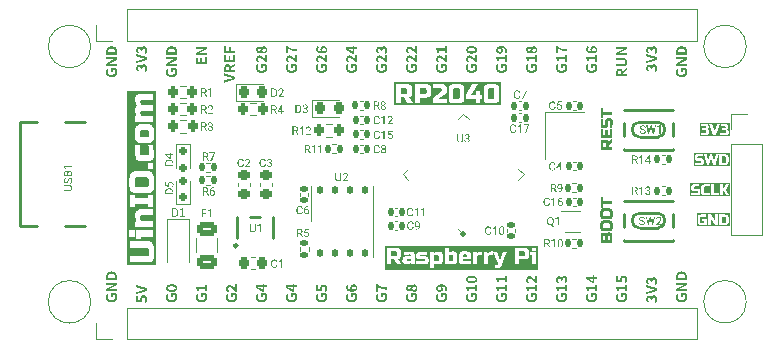
<source format=gto>
%TF.GenerationSoftware,KiCad,Pcbnew,8.0.6*%
%TF.CreationDate,2024-11-01T18:27:38+08:00*%
%TF.ProjectId,UINIO-MCU-RP2040,55494e49-4f2d-44d4-9355-2d5250323034,Version 3.2.0*%
%TF.SameCoordinates,PX7155ac0PY525e6d0*%
%TF.FileFunction,Legend,Top*%
%TF.FilePolarity,Positive*%
%FSLAX46Y46*%
G04 Gerber Fmt 4.6, Leading zero omitted, Abs format (unit mm)*
G04 Created by KiCad (PCBNEW 8.0.6) date 2024-11-01 18:27:38*
%MOMM*%
%LPD*%
G01*
G04 APERTURE LIST*
G04 Aperture macros list*
%AMRoundRect*
0 Rectangle with rounded corners*
0 $1 Rounding radius*
0 $2 $3 $4 $5 $6 $7 $8 $9 X,Y pos of 4 corners*
0 Add a 4 corners polygon primitive as box body*
4,1,4,$2,$3,$4,$5,$6,$7,$8,$9,$2,$3,0*
0 Add four circle primitives for the rounded corners*
1,1,$1+$1,$2,$3*
1,1,$1+$1,$4,$5*
1,1,$1+$1,$6,$7*
1,1,$1+$1,$8,$9*
0 Add four rect primitives between the rounded corners*
20,1,$1+$1,$2,$3,$4,$5,0*
20,1,$1+$1,$4,$5,$6,$7,0*
20,1,$1+$1,$6,$7,$8,$9,0*
20,1,$1+$1,$8,$9,$2,$3,0*%
%AMRotRect*
0 Rectangle, with rotation*
0 The origin of the aperture is its center*
0 $1 length*
0 $2 width*
0 $3 Rotation angle, in degrees counterclockwise*
0 Add horizontal line*
21,1,$1,$2,0,0,$3*%
G04 Aperture macros list end*
%ADD10C,0.500000*%
%ADD11C,0.175000*%
%ADD12C,0.200000*%
%ADD13C,0.125000*%
%ADD14C,0.250000*%
%ADD15C,0.150000*%
%ADD16C,0.254000*%
%ADD17C,0.120000*%
%ADD18C,0.100000*%
%ADD19C,0.650000*%
%ADD20O,2.100000X1.000000*%
%ADD21O,1.900000X1.000000*%
%ADD22R,1.150000X0.600000*%
%ADD23R,1.150000X0.300000*%
%ADD24RoundRect,0.225000X-0.250000X0.225000X-0.250000X-0.225000X0.250000X-0.225000X0.250000X0.225000X0*%
%ADD25C,2.200000*%
%ADD26RoundRect,0.135000X-0.135000X-0.185000X0.135000X-0.185000X0.135000X0.185000X-0.135000X0.185000X0*%
%ADD27RoundRect,0.135000X0.135000X0.185000X-0.135000X0.185000X-0.135000X-0.185000X0.135000X-0.185000X0*%
%ADD28RoundRect,0.150000X-0.200000X0.150000X-0.200000X-0.150000X0.200000X-0.150000X0.200000X0.150000X0*%
%ADD29RoundRect,0.125000X0.125000X-0.250000X0.125000X0.250000X-0.125000X0.250000X-0.125000X-0.250000X0*%
%ADD30R,4.300000X3.400000*%
%ADD31RoundRect,0.140000X-0.170000X0.140000X-0.170000X-0.140000X0.170000X-0.140000X0.170000X0.140000X0*%
%ADD32RoundRect,0.140000X0.140000X0.170000X-0.140000X0.170000X-0.140000X-0.170000X0.140000X-0.170000X0*%
%ADD33RoundRect,0.135000X-0.185000X0.135000X-0.185000X-0.135000X0.185000X-0.135000X0.185000X0.135000X0*%
%ADD34RoundRect,0.225000X0.225000X0.250000X-0.225000X0.250000X-0.225000X-0.250000X0.225000X-0.250000X0*%
%ADD35RoundRect,0.150000X0.200000X-0.150000X0.200000X0.150000X-0.200000X0.150000X-0.200000X-0.150000X0*%
%ADD36R,1.200000X0.650000*%
%ADD37RoundRect,0.050000X0.309359X-0.238649X-0.238649X0.309359X-0.309359X0.238649X0.238649X-0.309359X0*%
%ADD38RoundRect,0.050000X0.309359X0.238649X0.238649X0.309359X-0.309359X-0.238649X-0.238649X-0.309359X0*%
%ADD39RotRect,3.200000X3.200000X135.000000*%
%ADD40R,1.700000X1.700000*%
%ADD41O,1.700000X1.700000*%
%ADD42RoundRect,0.140000X-0.140000X-0.170000X0.140000X-0.170000X0.140000X0.170000X-0.140000X0.170000X0*%
%ADD43RoundRect,0.250000X-0.625000X0.375000X-0.625000X-0.375000X0.625000X-0.375000X0.625000X0.375000X0*%
%ADD44R,1.200000X1.400000*%
%ADD45R,0.510000X0.400000*%
%ADD46RoundRect,0.200000X-0.200000X-0.275000X0.200000X-0.275000X0.200000X0.275000X-0.200000X0.275000X0*%
%ADD47R,0.600000X1.000000*%
%ADD48R,1.200000X1.200000*%
%ADD49RoundRect,0.218750X-0.218750X-0.256250X0.218750X-0.256250X0.218750X0.256250X-0.218750X0.256250X0*%
%ADD50RoundRect,0.200000X0.200000X0.275000X-0.200000X0.275000X-0.200000X-0.275000X0.200000X-0.275000X0*%
G04 APERTURE END LIST*
D10*
X33538008Y-19030000D02*
X33538008Y-19030000D01*
X33538008Y-19030000D01*
X33538008Y-19030001D01*
X33538008Y-19030001D01*
X33538008Y-19030001D01*
X33538008Y-19030001D01*
X33538008Y-19030001D01*
X33538008Y-19030001D01*
X33538007Y-19030001D01*
X33538007Y-19030002D01*
X33538007Y-19030002D01*
X33538007Y-19030002D01*
X33538007Y-19030002D01*
X33538007Y-19030002D01*
X33538007Y-19030002D01*
X33538006Y-19030002D01*
X33538006Y-19030002D01*
X33538006Y-19030002D01*
X33538006Y-19030002D01*
X33538006Y-19030002D01*
X33538005Y-19030002D01*
X33538005Y-19030002D01*
X33538005Y-19030002D01*
X33538005Y-19030002D01*
X33538005Y-19030002D01*
X33538005Y-19030002D01*
X33538005Y-19030001D01*
X33538004Y-19030001D01*
X33538004Y-19030001D01*
X33538004Y-19030001D01*
X33538004Y-19030001D01*
X33538004Y-19030001D01*
X33538004Y-19030001D01*
X33538004Y-19030000D01*
X33538004Y-19030000D01*
X33538004Y-19030000D01*
X33538004Y-19030000D02*
X33538004Y-19030000D01*
X33538004Y-19030000D01*
X33538004Y-19029999D01*
X33538004Y-19029999D01*
X33538004Y-19029999D01*
X33538004Y-19029999D01*
X33538004Y-19029999D01*
X33538004Y-19029999D01*
X33538005Y-19029999D01*
X33538005Y-19029998D01*
X33538005Y-19029998D01*
X33538005Y-19029998D01*
X33538005Y-19029998D01*
X33538005Y-19029998D01*
X33538005Y-19029998D01*
X33538006Y-19029998D01*
X33538006Y-19029998D01*
X33538006Y-19029998D01*
X33538006Y-19029998D01*
X33538006Y-19029998D01*
X33538007Y-19029998D01*
X33538007Y-19029998D01*
X33538007Y-19029998D01*
X33538007Y-19029998D01*
X33538007Y-19029998D01*
X33538007Y-19029998D01*
X33538007Y-19029999D01*
X33538008Y-19029999D01*
X33538008Y-19029999D01*
X33538008Y-19029999D01*
X33538008Y-19029999D01*
X33538008Y-19029999D01*
X33538008Y-19029999D01*
X33538008Y-19030000D01*
X33538008Y-19030000D01*
X33538008Y-19030000D01*
D11*
G36*
X14237438Y-5943161D02*
G01*
X14237438Y-5720045D01*
X13308924Y-5435161D01*
X13308924Y-5624204D01*
X13761310Y-5745324D01*
X13808522Y-5758266D01*
X13854844Y-5770380D01*
X13900739Y-5782093D01*
X13946671Y-5793833D01*
X13993101Y-5806028D01*
X14040494Y-5819105D01*
X14059824Y-5824679D01*
X14059824Y-5830834D01*
X14011915Y-5843858D01*
X13965144Y-5855997D01*
X13919036Y-5867653D01*
X13873120Y-5879228D01*
X13826922Y-5891126D01*
X13779969Y-5903748D01*
X13760871Y-5909089D01*
X13308924Y-6032627D01*
X13308924Y-6227826D01*
X14237438Y-5943161D01*
G37*
G36*
X14237438Y-4820987D02*
G01*
X13885728Y-5012449D01*
X13885728Y-5142142D01*
X14237438Y-5142142D01*
X14237438Y-5328768D01*
X13308924Y-5328768D01*
X13308924Y-5021242D01*
X13457741Y-5021242D01*
X13457741Y-5142142D01*
X13738449Y-5142142D01*
X13738449Y-5021242D01*
X13737140Y-4989013D01*
X13729152Y-4941668D01*
X13710015Y-4895764D01*
X13680500Y-4862286D01*
X13640651Y-4841791D01*
X13590511Y-4834836D01*
X13564279Y-4836586D01*
X13521604Y-4850381D01*
X13486867Y-4883196D01*
X13468523Y-4925020D01*
X13460312Y-4969106D01*
X13457741Y-5021242D01*
X13308924Y-5021242D01*
X13308924Y-5003657D01*
X13310816Y-4949856D01*
X13316733Y-4898754D01*
X13327036Y-4850918D01*
X13342089Y-4806913D01*
X13362252Y-4767306D01*
X13397711Y-4722317D01*
X13443757Y-4687494D01*
X13485755Y-4668856D01*
X13534553Y-4657258D01*
X13590511Y-4653266D01*
X13627986Y-4655098D01*
X13673789Y-4663041D01*
X13724461Y-4681249D01*
X13767960Y-4707934D01*
X13804438Y-4742320D01*
X13834044Y-4783633D01*
X13856932Y-4831099D01*
X14237438Y-4613039D01*
X14237438Y-4820987D01*
G37*
G36*
X14237438Y-4469717D02*
G01*
X14237438Y-3883681D01*
X14081366Y-3883681D01*
X14081366Y-4283091D01*
X13830993Y-4283091D01*
X13830993Y-3955562D01*
X13674702Y-3955562D01*
X13674702Y-4283091D01*
X13465215Y-4283091D01*
X13465215Y-3897530D01*
X13308924Y-3897530D01*
X13308924Y-4469717D01*
X14237438Y-4469717D01*
G37*
G36*
X14237438Y-3695077D02*
G01*
X14237438Y-3508451D01*
X13859130Y-3508451D01*
X13859130Y-3177184D01*
X13702839Y-3177184D01*
X13702839Y-3508451D01*
X13465215Y-3508451D01*
X13465215Y-3120471D01*
X13308924Y-3120471D01*
X13308924Y-3695077D01*
X14237438Y-3695077D01*
G37*
D12*
G36*
X11865574Y-24374745D02*
G01*
X11863290Y-24327036D01*
X11856743Y-24281549D01*
X11846389Y-24238585D01*
X11828787Y-24188894D01*
X11806839Y-24144216D01*
X11781435Y-24105145D01*
X11753466Y-24072274D01*
X11330975Y-24072274D01*
X11330975Y-24403761D01*
X11483529Y-24403761D01*
X11483529Y-24238677D01*
X11668836Y-24238677D01*
X11691515Y-24278909D01*
X11702098Y-24321583D01*
X11704447Y-24354521D01*
X11701236Y-24403872D01*
X11691745Y-24448424D01*
X11669684Y-24500339D01*
X11637333Y-24543673D01*
X11595189Y-24578396D01*
X11543755Y-24604481D01*
X11499382Y-24618358D01*
X11450274Y-24627349D01*
X11396642Y-24631440D01*
X11377796Y-24631713D01*
X11323360Y-24628906D01*
X11273328Y-24620690D01*
X11227907Y-24607370D01*
X11187305Y-24589251D01*
X11141024Y-24558156D01*
X11104172Y-24519796D01*
X11077239Y-24474896D01*
X11060719Y-24424179D01*
X11055103Y-24368370D01*
X11058540Y-24324039D01*
X11070381Y-24279378D01*
X11092414Y-24235717D01*
X11121382Y-24197677D01*
X11133578Y-24184382D01*
X11014656Y-24086123D01*
X10980663Y-24123659D01*
X10954487Y-24160490D01*
X10931592Y-24202572D01*
X10913222Y-24250096D01*
X10900618Y-24303252D01*
X10895522Y-24349962D01*
X10894855Y-24374745D01*
X10896957Y-24420667D01*
X10903213Y-24465219D01*
X10913544Y-24508184D01*
X10936518Y-24569170D01*
X10968232Y-24625344D01*
X11008429Y-24675965D01*
X11056850Y-24720289D01*
X11093572Y-24745974D01*
X11133757Y-24768311D01*
X11177329Y-24787080D01*
X11224211Y-24802061D01*
X11274326Y-24813033D01*
X11327599Y-24819778D01*
X11383951Y-24822076D01*
X11440908Y-24819834D01*
X11494454Y-24813241D01*
X11544553Y-24802494D01*
X11591168Y-24787791D01*
X11634263Y-24769329D01*
X11673802Y-24747307D01*
X11709747Y-24721922D01*
X11756849Y-24677971D01*
X11795663Y-24627566D01*
X11826065Y-24571374D01*
X11847932Y-24510061D01*
X11857709Y-24466671D01*
X11863602Y-24421500D01*
X11865574Y-24374745D01*
G37*
G36*
X11851506Y-23883670D02*
G01*
X11851506Y-23323133D01*
X11701589Y-23323133D01*
X11701589Y-23498108D01*
X10937060Y-23498108D01*
X10937060Y-23635495D01*
X10959388Y-23675391D01*
X10978455Y-23718195D01*
X10994662Y-23765424D01*
X11006581Y-23810580D01*
X11015316Y-23852236D01*
X11130061Y-23852236D01*
X11130061Y-23683415D01*
X11701589Y-23683415D01*
X11701589Y-23883670D01*
X11851506Y-23883670D01*
G37*
G36*
X44885574Y-24374745D02*
G01*
X44883290Y-24327036D01*
X44876743Y-24281549D01*
X44866389Y-24238585D01*
X44848787Y-24188894D01*
X44826839Y-24144216D01*
X44801435Y-24105145D01*
X44773466Y-24072274D01*
X44350975Y-24072274D01*
X44350975Y-24403761D01*
X44503529Y-24403761D01*
X44503529Y-24238677D01*
X44688836Y-24238677D01*
X44711515Y-24278909D01*
X44722098Y-24321583D01*
X44724447Y-24354521D01*
X44721236Y-24403872D01*
X44711745Y-24448424D01*
X44689684Y-24500339D01*
X44657333Y-24543673D01*
X44615189Y-24578396D01*
X44563755Y-24604481D01*
X44519382Y-24618358D01*
X44470274Y-24627349D01*
X44416642Y-24631440D01*
X44397796Y-24631713D01*
X44343360Y-24628906D01*
X44293328Y-24620690D01*
X44247907Y-24607370D01*
X44207305Y-24589251D01*
X44161024Y-24558156D01*
X44124172Y-24519796D01*
X44097239Y-24474896D01*
X44080719Y-24424179D01*
X44075103Y-24368370D01*
X44078540Y-24324039D01*
X44090381Y-24279378D01*
X44112414Y-24235717D01*
X44141382Y-24197677D01*
X44153578Y-24184382D01*
X44034656Y-24086123D01*
X44000663Y-24123659D01*
X43974487Y-24160490D01*
X43951592Y-24202572D01*
X43933222Y-24250096D01*
X43920618Y-24303252D01*
X43915522Y-24349962D01*
X43914855Y-24374745D01*
X43916957Y-24420667D01*
X43923213Y-24465219D01*
X43933544Y-24508184D01*
X43956518Y-24569170D01*
X43988232Y-24625344D01*
X44028429Y-24675965D01*
X44076850Y-24720289D01*
X44113572Y-24745974D01*
X44153757Y-24768311D01*
X44197329Y-24787080D01*
X44244211Y-24802061D01*
X44294326Y-24813033D01*
X44347599Y-24819778D01*
X44403951Y-24822076D01*
X44460908Y-24819834D01*
X44514454Y-24813241D01*
X44564553Y-24802494D01*
X44611168Y-24787791D01*
X44654263Y-24769329D01*
X44693802Y-24747307D01*
X44729747Y-24721922D01*
X44776849Y-24677971D01*
X44815663Y-24627566D01*
X44846065Y-24571374D01*
X44867932Y-24510061D01*
X44877709Y-24466671D01*
X44883602Y-24421500D01*
X44885574Y-24374745D01*
G37*
G36*
X44871506Y-23883670D02*
G01*
X44871506Y-23323133D01*
X44721589Y-23323133D01*
X44721589Y-23498108D01*
X43957060Y-23498108D01*
X43957060Y-23635495D01*
X43979388Y-23675391D01*
X43998455Y-23718195D01*
X44014662Y-23765424D01*
X44026581Y-23810580D01*
X44035316Y-23852236D01*
X44150061Y-23852236D01*
X44150061Y-23683415D01*
X44721589Y-23683415D01*
X44721589Y-23883670D01*
X44871506Y-23883670D01*
G37*
G36*
X44646411Y-22647630D02*
G01*
X44871506Y-22647630D01*
X44871506Y-22820408D01*
X44646411Y-22820408D01*
X44646411Y-23218499D01*
X44519356Y-23218499D01*
X43957060Y-22870746D01*
X43957060Y-22819089D01*
X44122144Y-22819089D01*
X44145455Y-22829889D01*
X44186873Y-22850191D01*
X44228395Y-22871426D01*
X44270961Y-22893387D01*
X44504189Y-23038248D01*
X44504189Y-22820408D01*
X44319541Y-22820408D01*
X44308874Y-22820363D01*
X44260520Y-22819416D01*
X44214255Y-22817882D01*
X44168536Y-22816049D01*
X44122144Y-22814033D01*
X44122144Y-22819089D01*
X43957060Y-22819089D01*
X43957060Y-22647630D01*
X44504189Y-22647630D01*
X44504189Y-22538161D01*
X44646411Y-22538161D01*
X44646411Y-22647630D01*
G37*
G36*
X6785574Y-24542247D02*
G01*
X6782547Y-24494324D01*
X6773573Y-24448065D01*
X6758817Y-24404135D01*
X6738441Y-24363200D01*
X6712608Y-24325928D01*
X6681481Y-24292982D01*
X6645223Y-24265031D01*
X6603997Y-24242740D01*
X6557966Y-24226776D01*
X6507294Y-24217804D01*
X6471014Y-24216036D01*
X6419646Y-24219403D01*
X6373685Y-24229156D01*
X6320679Y-24251191D01*
X6276963Y-24282411D01*
X6242354Y-24321577D01*
X6216670Y-24367449D01*
X6199728Y-24418788D01*
X6191345Y-24474356D01*
X6190305Y-24503339D01*
X6193957Y-24547678D01*
X6205881Y-24591363D01*
X6215584Y-24615446D01*
X6012252Y-24597861D01*
X6012252Y-24258900D01*
X5857060Y-24258900D01*
X5857060Y-24757889D01*
X6316481Y-24782948D01*
X6370117Y-24698538D01*
X6345473Y-24657459D01*
X6327542Y-24613053D01*
X6321481Y-24568838D01*
X6321317Y-24558733D01*
X6327168Y-24509088D01*
X6344385Y-24467326D01*
X6378164Y-24430237D01*
X6418278Y-24409848D01*
X6468160Y-24401307D01*
X6477388Y-24401123D01*
X6521371Y-24405964D01*
X6565146Y-24423681D01*
X6598664Y-24452919D01*
X6621464Y-24492123D01*
X6633084Y-24539734D01*
X6634559Y-24566207D01*
X6630306Y-24612959D01*
X6618434Y-24655523D01*
X6596729Y-24700364D01*
X6568577Y-24740557D01*
X6540916Y-24771737D01*
X6658519Y-24857247D01*
X6689962Y-24822587D01*
X6718670Y-24783213D01*
X6743580Y-24738664D01*
X6763630Y-24688476D01*
X6775459Y-24643954D01*
X6782955Y-24595290D01*
X6785574Y-24542247D01*
G37*
G36*
X6771506Y-23869602D02*
G01*
X6771506Y-23646486D01*
X5842992Y-23361601D01*
X5842992Y-23550645D01*
X6295378Y-23671765D01*
X6342590Y-23684707D01*
X6388912Y-23696820D01*
X6434807Y-23708533D01*
X6480739Y-23720273D01*
X6527169Y-23732468D01*
X6574562Y-23745546D01*
X6593892Y-23751120D01*
X6593892Y-23757274D01*
X6545983Y-23770299D01*
X6499212Y-23782438D01*
X6453104Y-23794094D01*
X6407188Y-23805669D01*
X6360990Y-23817566D01*
X6314037Y-23830188D01*
X6294939Y-23835530D01*
X5842992Y-23959068D01*
X5842992Y-24154267D01*
X6771506Y-23869602D01*
G37*
G36*
X37265574Y-4944745D02*
G01*
X37263290Y-4897036D01*
X37256743Y-4851549D01*
X37246389Y-4808585D01*
X37228787Y-4758894D01*
X37206839Y-4714216D01*
X37181435Y-4675145D01*
X37153466Y-4642274D01*
X36730975Y-4642274D01*
X36730975Y-4973761D01*
X36883529Y-4973761D01*
X36883529Y-4808677D01*
X37068836Y-4808677D01*
X37091515Y-4848909D01*
X37102098Y-4891583D01*
X37104447Y-4924521D01*
X37101236Y-4973872D01*
X37091745Y-5018424D01*
X37069684Y-5070339D01*
X37037333Y-5113673D01*
X36995189Y-5148396D01*
X36943755Y-5174481D01*
X36899382Y-5188358D01*
X36850274Y-5197349D01*
X36796642Y-5201440D01*
X36777796Y-5201713D01*
X36723360Y-5198906D01*
X36673328Y-5190690D01*
X36627907Y-5177370D01*
X36587305Y-5159251D01*
X36541024Y-5128156D01*
X36504172Y-5089796D01*
X36477239Y-5044896D01*
X36460719Y-4994179D01*
X36455103Y-4938370D01*
X36458540Y-4894039D01*
X36470381Y-4849378D01*
X36492414Y-4805717D01*
X36521382Y-4767677D01*
X36533578Y-4754382D01*
X36414656Y-4656123D01*
X36380663Y-4693659D01*
X36354487Y-4730490D01*
X36331592Y-4772572D01*
X36313222Y-4820096D01*
X36300618Y-4873252D01*
X36295522Y-4919962D01*
X36294855Y-4944745D01*
X36296957Y-4990667D01*
X36303213Y-5035219D01*
X36313544Y-5078184D01*
X36336518Y-5139170D01*
X36368232Y-5195344D01*
X36408429Y-5245965D01*
X36456850Y-5290289D01*
X36493572Y-5315974D01*
X36533757Y-5338311D01*
X36577329Y-5357080D01*
X36624211Y-5372061D01*
X36674326Y-5383033D01*
X36727599Y-5389778D01*
X36783951Y-5392076D01*
X36840908Y-5389834D01*
X36894454Y-5383241D01*
X36944553Y-5372494D01*
X36991168Y-5357791D01*
X37034263Y-5339329D01*
X37073802Y-5317307D01*
X37109747Y-5291922D01*
X37156849Y-5247971D01*
X37195663Y-5197566D01*
X37226065Y-5141374D01*
X37247932Y-5080061D01*
X37257709Y-5036671D01*
X37263602Y-4991500D01*
X37265574Y-4944745D01*
G37*
G36*
X37251506Y-4453670D02*
G01*
X37251506Y-3893133D01*
X37101589Y-3893133D01*
X37101589Y-4068108D01*
X36337060Y-4068108D01*
X36337060Y-4205495D01*
X36359388Y-4245391D01*
X36378455Y-4288195D01*
X36394662Y-4335424D01*
X36406581Y-4380580D01*
X36415316Y-4422236D01*
X36530061Y-4422236D01*
X36530061Y-4253415D01*
X37101589Y-4253415D01*
X37101589Y-4453670D01*
X37251506Y-4453670D01*
G37*
G36*
X36802526Y-3136359D02*
G01*
X36862660Y-3140278D01*
X36918323Y-3147896D01*
X36969581Y-3158982D01*
X37016501Y-3173305D01*
X37059147Y-3190635D01*
X37115250Y-3221764D01*
X37162111Y-3258361D01*
X37199952Y-3299648D01*
X37228996Y-3344848D01*
X37249465Y-3393182D01*
X37261584Y-3443872D01*
X37265574Y-3496140D01*
X37263357Y-3537748D01*
X37254861Y-3585758D01*
X37240887Y-3629325D01*
X37218218Y-3675739D01*
X37190658Y-3715755D01*
X37159841Y-3749371D01*
X37048173Y-3651113D01*
X37065073Y-3634106D01*
X37090785Y-3596593D01*
X37108170Y-3553231D01*
X37114559Y-3507571D01*
X37108577Y-3458996D01*
X37089437Y-3414583D01*
X37055349Y-3375753D01*
X37016111Y-3349668D01*
X36965243Y-3328797D01*
X36918908Y-3317004D01*
X36865127Y-3308862D01*
X36803515Y-3304678D01*
X36826327Y-3325257D01*
X36855614Y-3359800D01*
X36881766Y-3403471D01*
X36898601Y-3447986D01*
X36905511Y-3496140D01*
X36904447Y-3524911D01*
X36895897Y-3578946D01*
X36878690Y-3627646D01*
X36852715Y-3670213D01*
X36817863Y-3705853D01*
X36774021Y-3733768D01*
X36721079Y-3753163D01*
X36675335Y-3761639D01*
X36624363Y-3764539D01*
X36574110Y-3761109D01*
X36527740Y-3751170D01*
X36485484Y-3735252D01*
X36435943Y-3705638D01*
X36394677Y-3667584D01*
X36362234Y-3622342D01*
X36339163Y-3571163D01*
X36326014Y-3515300D01*
X36322992Y-3471081D01*
X36323185Y-3468443D01*
X36463016Y-3468443D01*
X36468620Y-3505780D01*
X36493639Y-3548430D01*
X36532145Y-3576090D01*
X36577612Y-3590414D01*
X36624363Y-3594399D01*
X36668238Y-3590698D01*
X36710424Y-3576962D01*
X36745666Y-3549199D01*
X36766396Y-3510084D01*
X36773180Y-3460969D01*
X36773096Y-3456325D01*
X36764341Y-3412708D01*
X36743499Y-3373144D01*
X36714164Y-3339926D01*
X36673602Y-3309734D01*
X36633159Y-3316186D01*
X36586676Y-3328139D01*
X36539931Y-3347972D01*
X36499395Y-3378046D01*
X36471729Y-3420286D01*
X36463016Y-3468443D01*
X36323185Y-3468443D01*
X36326586Y-3422022D01*
X36337509Y-3374599D01*
X36355974Y-3329507D01*
X36382192Y-3287445D01*
X36416375Y-3249107D01*
X36458736Y-3215192D01*
X36509485Y-3186396D01*
X36568835Y-3163414D01*
X36613285Y-3151668D01*
X36661714Y-3143022D01*
X36714185Y-3137683D01*
X36770762Y-3135858D01*
X36802526Y-3136359D01*
G37*
G36*
X32185574Y-24374745D02*
G01*
X32183290Y-24327036D01*
X32176743Y-24281549D01*
X32166389Y-24238585D01*
X32148787Y-24188894D01*
X32126839Y-24144216D01*
X32101435Y-24105145D01*
X32073466Y-24072274D01*
X31650975Y-24072274D01*
X31650975Y-24403761D01*
X31803529Y-24403761D01*
X31803529Y-24238677D01*
X31988836Y-24238677D01*
X32011515Y-24278909D01*
X32022098Y-24321583D01*
X32024447Y-24354521D01*
X32021236Y-24403872D01*
X32011745Y-24448424D01*
X31989684Y-24500339D01*
X31957333Y-24543673D01*
X31915189Y-24578396D01*
X31863755Y-24604481D01*
X31819382Y-24618358D01*
X31770274Y-24627349D01*
X31716642Y-24631440D01*
X31697796Y-24631713D01*
X31643360Y-24628906D01*
X31593328Y-24620690D01*
X31547907Y-24607370D01*
X31507305Y-24589251D01*
X31461024Y-24558156D01*
X31424172Y-24519796D01*
X31397239Y-24474896D01*
X31380719Y-24424179D01*
X31375103Y-24368370D01*
X31378540Y-24324039D01*
X31390381Y-24279378D01*
X31412414Y-24235717D01*
X31441382Y-24197677D01*
X31453578Y-24184382D01*
X31334656Y-24086123D01*
X31300663Y-24123659D01*
X31274487Y-24160490D01*
X31251592Y-24202572D01*
X31233222Y-24250096D01*
X31220618Y-24303252D01*
X31215522Y-24349962D01*
X31214855Y-24374745D01*
X31216957Y-24420667D01*
X31223213Y-24465219D01*
X31233544Y-24508184D01*
X31256518Y-24569170D01*
X31288232Y-24625344D01*
X31328429Y-24675965D01*
X31376850Y-24720289D01*
X31413572Y-24745974D01*
X31453757Y-24768311D01*
X31497329Y-24787080D01*
X31544211Y-24802061D01*
X31594326Y-24813033D01*
X31647599Y-24819778D01*
X31703951Y-24822076D01*
X31760908Y-24819834D01*
X31814454Y-24813241D01*
X31864553Y-24802494D01*
X31911168Y-24787791D01*
X31954263Y-24769329D01*
X31993802Y-24747307D01*
X32029747Y-24721922D01*
X32076849Y-24677971D01*
X32115663Y-24627566D01*
X32146065Y-24571374D01*
X32167932Y-24510061D01*
X32177709Y-24466671D01*
X32183602Y-24421500D01*
X32185574Y-24374745D01*
G37*
G36*
X31722526Y-23308466D02*
G01*
X31782660Y-23312385D01*
X31838323Y-23320003D01*
X31889581Y-23331089D01*
X31936501Y-23345413D01*
X31979147Y-23362743D01*
X32035250Y-23393871D01*
X32082111Y-23430468D01*
X32119952Y-23471756D01*
X32148996Y-23516956D01*
X32169465Y-23565290D01*
X32181584Y-23615980D01*
X32185574Y-23668248D01*
X32183357Y-23709855D01*
X32174861Y-23757866D01*
X32160887Y-23801432D01*
X32138218Y-23847847D01*
X32110658Y-23887862D01*
X32079841Y-23921479D01*
X31968173Y-23823220D01*
X31985073Y-23806214D01*
X32010785Y-23768701D01*
X32028170Y-23725339D01*
X32034559Y-23679678D01*
X32028577Y-23631104D01*
X32009437Y-23586690D01*
X31975349Y-23547861D01*
X31936111Y-23521775D01*
X31885243Y-23500904D01*
X31838908Y-23489112D01*
X31785127Y-23480970D01*
X31723515Y-23476786D01*
X31746327Y-23497365D01*
X31775614Y-23531907D01*
X31801766Y-23575578D01*
X31818601Y-23620094D01*
X31825511Y-23668248D01*
X31824447Y-23697018D01*
X31815897Y-23751054D01*
X31798690Y-23799753D01*
X31772715Y-23842321D01*
X31737863Y-23877960D01*
X31694021Y-23905875D01*
X31641079Y-23925270D01*
X31595335Y-23933746D01*
X31544363Y-23936646D01*
X31494110Y-23933216D01*
X31447740Y-23923278D01*
X31405484Y-23907360D01*
X31355943Y-23877746D01*
X31314677Y-23839692D01*
X31282234Y-23794449D01*
X31259163Y-23743270D01*
X31246014Y-23687407D01*
X31242992Y-23643189D01*
X31243185Y-23640551D01*
X31383016Y-23640551D01*
X31388620Y-23677887D01*
X31413639Y-23720537D01*
X31452145Y-23748197D01*
X31497612Y-23762522D01*
X31544363Y-23766507D01*
X31588238Y-23762806D01*
X31630424Y-23749070D01*
X31665666Y-23721307D01*
X31686396Y-23682192D01*
X31693180Y-23633077D01*
X31693096Y-23628433D01*
X31684341Y-23584815D01*
X31663499Y-23545252D01*
X31634164Y-23512033D01*
X31593602Y-23481842D01*
X31553159Y-23488293D01*
X31506676Y-23500246D01*
X31459931Y-23520080D01*
X31419395Y-23550153D01*
X31391729Y-23592394D01*
X31383016Y-23640551D01*
X31243185Y-23640551D01*
X31246586Y-23594130D01*
X31257509Y-23546706D01*
X31275974Y-23501615D01*
X31302192Y-23459552D01*
X31336375Y-23421215D01*
X31378736Y-23387300D01*
X31429485Y-23358503D01*
X31488835Y-23335522D01*
X31533285Y-23323775D01*
X31581714Y-23315130D01*
X31634185Y-23309791D01*
X31690762Y-23307965D01*
X31722526Y-23308466D01*
G37*
G36*
X37265574Y-24374745D02*
G01*
X37263290Y-24327036D01*
X37256743Y-24281549D01*
X37246389Y-24238585D01*
X37228787Y-24188894D01*
X37206839Y-24144216D01*
X37181435Y-24105145D01*
X37153466Y-24072274D01*
X36730975Y-24072274D01*
X36730975Y-24403761D01*
X36883529Y-24403761D01*
X36883529Y-24238677D01*
X37068836Y-24238677D01*
X37091515Y-24278909D01*
X37102098Y-24321583D01*
X37104447Y-24354521D01*
X37101236Y-24403872D01*
X37091745Y-24448424D01*
X37069684Y-24500339D01*
X37037333Y-24543673D01*
X36995189Y-24578396D01*
X36943755Y-24604481D01*
X36899382Y-24618358D01*
X36850274Y-24627349D01*
X36796642Y-24631440D01*
X36777796Y-24631713D01*
X36723360Y-24628906D01*
X36673328Y-24620690D01*
X36627907Y-24607370D01*
X36587305Y-24589251D01*
X36541024Y-24558156D01*
X36504172Y-24519796D01*
X36477239Y-24474896D01*
X36460719Y-24424179D01*
X36455103Y-24368370D01*
X36458540Y-24324039D01*
X36470381Y-24279378D01*
X36492414Y-24235717D01*
X36521382Y-24197677D01*
X36533578Y-24184382D01*
X36414656Y-24086123D01*
X36380663Y-24123659D01*
X36354487Y-24160490D01*
X36331592Y-24202572D01*
X36313222Y-24250096D01*
X36300618Y-24303252D01*
X36295522Y-24349962D01*
X36294855Y-24374745D01*
X36296957Y-24420667D01*
X36303213Y-24465219D01*
X36313544Y-24508184D01*
X36336518Y-24569170D01*
X36368232Y-24625344D01*
X36408429Y-24675965D01*
X36456850Y-24720289D01*
X36493572Y-24745974D01*
X36533757Y-24768311D01*
X36577329Y-24787080D01*
X36624211Y-24802061D01*
X36674326Y-24813033D01*
X36727599Y-24819778D01*
X36783951Y-24822076D01*
X36840908Y-24819834D01*
X36894454Y-24813241D01*
X36944553Y-24802494D01*
X36991168Y-24787791D01*
X37034263Y-24769329D01*
X37073802Y-24747307D01*
X37109747Y-24721922D01*
X37156849Y-24677971D01*
X37195663Y-24627566D01*
X37226065Y-24571374D01*
X37247932Y-24510061D01*
X37257709Y-24466671D01*
X37263602Y-24421500D01*
X37265574Y-24374745D01*
G37*
G36*
X37251506Y-23883670D02*
G01*
X37251506Y-23323133D01*
X37101589Y-23323133D01*
X37101589Y-23498108D01*
X36337060Y-23498108D01*
X36337060Y-23635495D01*
X36359388Y-23675391D01*
X36378455Y-23718195D01*
X36394662Y-23765424D01*
X36406581Y-23810580D01*
X36415316Y-23852236D01*
X36530061Y-23852236D01*
X36530061Y-23683415D01*
X37101589Y-23683415D01*
X37101589Y-23883670D01*
X37251506Y-23883670D01*
G37*
G36*
X37251506Y-23141563D02*
G01*
X37251506Y-22581025D01*
X37101589Y-22581025D01*
X37101589Y-22756001D01*
X36337060Y-22756001D01*
X36337060Y-22893387D01*
X36359388Y-22933284D01*
X36378455Y-22976087D01*
X36394662Y-23023317D01*
X36406581Y-23068473D01*
X36415316Y-23110129D01*
X36530061Y-23110129D01*
X36530061Y-22941308D01*
X37101589Y-22941308D01*
X37101589Y-23141563D01*
X37251506Y-23141563D01*
G37*
G36*
X4245574Y-5303489D02*
G01*
X4243290Y-5255780D01*
X4236743Y-5210293D01*
X4226389Y-5167329D01*
X4208787Y-5117638D01*
X4186839Y-5072960D01*
X4161435Y-5033889D01*
X4133466Y-5001018D01*
X3710975Y-5001018D01*
X3710975Y-5332505D01*
X3863529Y-5332505D01*
X3863529Y-5167421D01*
X4048836Y-5167421D01*
X4071515Y-5207653D01*
X4082098Y-5250327D01*
X4084447Y-5283265D01*
X4081236Y-5332616D01*
X4071745Y-5377168D01*
X4049684Y-5429083D01*
X4017333Y-5472417D01*
X3975189Y-5507140D01*
X3923755Y-5533225D01*
X3879382Y-5547102D01*
X3830274Y-5556093D01*
X3776642Y-5560184D01*
X3757796Y-5560457D01*
X3703360Y-5557650D01*
X3653328Y-5549434D01*
X3607907Y-5536114D01*
X3567305Y-5517995D01*
X3521024Y-5486900D01*
X3484172Y-5448540D01*
X3457239Y-5403640D01*
X3440719Y-5352923D01*
X3435103Y-5297114D01*
X3438540Y-5252783D01*
X3450381Y-5208122D01*
X3472414Y-5164461D01*
X3501382Y-5126421D01*
X3513578Y-5113126D01*
X3394656Y-5014867D01*
X3360663Y-5052403D01*
X3334487Y-5089234D01*
X3311592Y-5131316D01*
X3293222Y-5178840D01*
X3280618Y-5231996D01*
X3275522Y-5278706D01*
X3274855Y-5303489D01*
X3276957Y-5349411D01*
X3283213Y-5393963D01*
X3293544Y-5436928D01*
X3316518Y-5497914D01*
X3348232Y-5554088D01*
X3388429Y-5604709D01*
X3436850Y-5649033D01*
X3473572Y-5674718D01*
X3513757Y-5697055D01*
X3557329Y-5715824D01*
X3604211Y-5730805D01*
X3654326Y-5741777D01*
X3707599Y-5748522D01*
X3763951Y-5750820D01*
X3820908Y-5748578D01*
X3874454Y-5741985D01*
X3924553Y-5731238D01*
X3971168Y-5716535D01*
X4014263Y-5698073D01*
X4053802Y-5676051D01*
X4089747Y-5650666D01*
X4136849Y-5606715D01*
X4175663Y-5556310D01*
X4206065Y-5500118D01*
X4227932Y-5438805D01*
X4237709Y-5395415D01*
X4243602Y-5350244D01*
X4245574Y-5303489D01*
G37*
G36*
X4231506Y-4801203D02*
G01*
X4231506Y-4624689D01*
X3859572Y-4624689D01*
X3809340Y-4625631D01*
X3758175Y-4628169D01*
X3706693Y-4631871D01*
X3655506Y-4636303D01*
X3605229Y-4641032D01*
X3556476Y-4645627D01*
X3537538Y-4647330D01*
X3537538Y-4641175D01*
X3736254Y-4546653D01*
X4231506Y-4276936D01*
X4231506Y-4087892D01*
X3302992Y-4087892D01*
X3302992Y-4264406D01*
X3675145Y-4264406D01*
X3724801Y-4263378D01*
X3776223Y-4260620D01*
X3828373Y-4256627D01*
X3880216Y-4251891D01*
X3930714Y-4246906D01*
X3978831Y-4242164D01*
X3997179Y-4240446D01*
X3997179Y-4246821D01*
X3797144Y-4340024D01*
X3302992Y-4610840D01*
X3302992Y-4801203D01*
X4231506Y-4801203D01*
G37*
G36*
X3792897Y-3141209D02*
G01*
X3847621Y-3145283D01*
X3898706Y-3153323D01*
X3946150Y-3165212D01*
X3989952Y-3180836D01*
X4048824Y-3211023D01*
X4099495Y-3248966D01*
X4141960Y-3294278D01*
X4176215Y-3346570D01*
X4202256Y-3405455D01*
X4215051Y-3448183D01*
X4224191Y-3493553D01*
X4229677Y-3541451D01*
X4231506Y-3591762D01*
X4231506Y-3857742D01*
X3302992Y-3857742D01*
X3302992Y-3613304D01*
X3453128Y-3613304D01*
X3453128Y-3671116D01*
X4081589Y-3671116D01*
X4081589Y-3613304D01*
X4081318Y-3597196D01*
X4077183Y-3551254D01*
X4063647Y-3495849D01*
X4040507Y-3447589D01*
X4007291Y-3406977D01*
X3963523Y-3374515D01*
X3923487Y-3355820D01*
X3877050Y-3342204D01*
X3824012Y-3333879D01*
X3764171Y-3331057D01*
X3743378Y-3331373D01*
X3685864Y-3336053D01*
X3635431Y-3346165D01*
X3591800Y-3361498D01*
X3543724Y-3389696D01*
X3506581Y-3426295D01*
X3479710Y-3470794D01*
X3462449Y-3522690D01*
X3455412Y-3566164D01*
X3453128Y-3613304D01*
X3302992Y-3613304D01*
X3302992Y-3601873D01*
X3303428Y-3575505D01*
X3306928Y-3524719D01*
X3313948Y-3476619D01*
X3324509Y-3431303D01*
X3347040Y-3368771D01*
X3377661Y-3313069D01*
X3416446Y-3264534D01*
X3463466Y-3223506D01*
X3518796Y-3190321D01*
X3560334Y-3172722D01*
X3605619Y-3158860D01*
X3654673Y-3148835D01*
X3707516Y-3142746D01*
X3764171Y-3140694D01*
X3792897Y-3141209D01*
G37*
G36*
X14405574Y-24374745D02*
G01*
X14403290Y-24327036D01*
X14396743Y-24281549D01*
X14386389Y-24238585D01*
X14368787Y-24188894D01*
X14346839Y-24144216D01*
X14321435Y-24105145D01*
X14293466Y-24072274D01*
X13870975Y-24072274D01*
X13870975Y-24403761D01*
X14023529Y-24403761D01*
X14023529Y-24238677D01*
X14208836Y-24238677D01*
X14231515Y-24278909D01*
X14242098Y-24321583D01*
X14244447Y-24354521D01*
X14241236Y-24403872D01*
X14231745Y-24448424D01*
X14209684Y-24500339D01*
X14177333Y-24543673D01*
X14135189Y-24578396D01*
X14083755Y-24604481D01*
X14039382Y-24618358D01*
X13990274Y-24627349D01*
X13936642Y-24631440D01*
X13917796Y-24631713D01*
X13863360Y-24628906D01*
X13813328Y-24620690D01*
X13767907Y-24607370D01*
X13727305Y-24589251D01*
X13681024Y-24558156D01*
X13644172Y-24519796D01*
X13617239Y-24474896D01*
X13600719Y-24424179D01*
X13595103Y-24368370D01*
X13598540Y-24324039D01*
X13610381Y-24279378D01*
X13632414Y-24235717D01*
X13661382Y-24197677D01*
X13673578Y-24184382D01*
X13554656Y-24086123D01*
X13520663Y-24123659D01*
X13494487Y-24160490D01*
X13471592Y-24202572D01*
X13453222Y-24250096D01*
X13440618Y-24303252D01*
X13435522Y-24349962D01*
X13434855Y-24374745D01*
X13436957Y-24420667D01*
X13443213Y-24465219D01*
X13453544Y-24508184D01*
X13476518Y-24569170D01*
X13508232Y-24625344D01*
X13548429Y-24675965D01*
X13596850Y-24720289D01*
X13633572Y-24745974D01*
X13673757Y-24768311D01*
X13717329Y-24787080D01*
X13764211Y-24802061D01*
X13814326Y-24813033D01*
X13867599Y-24819778D01*
X13923951Y-24822076D01*
X13980908Y-24819834D01*
X14034454Y-24813241D01*
X14084553Y-24802494D01*
X14131168Y-24787791D01*
X14174263Y-24769329D01*
X14213802Y-24747307D01*
X14249747Y-24721922D01*
X14296849Y-24677971D01*
X14335663Y-24627566D01*
X14366065Y-24571374D01*
X14387932Y-24510061D01*
X14397709Y-24466671D01*
X14403602Y-24421500D01*
X14405574Y-24374745D01*
G37*
G36*
X14391506Y-23932909D02*
G01*
X14391506Y-23307965D01*
X14235434Y-23307965D01*
X14235434Y-23511957D01*
X14236761Y-23557531D01*
X14239723Y-23602402D01*
X14243660Y-23646388D01*
X14245546Y-23664511D01*
X14212938Y-23633578D01*
X14180559Y-23603304D01*
X14132405Y-23559531D01*
X14084727Y-23518277D01*
X14037498Y-23480166D01*
X13990694Y-23445819D01*
X13944290Y-23415860D01*
X13898261Y-23390911D01*
X13852582Y-23371595D01*
X13807227Y-23358535D01*
X13762173Y-23352353D01*
X13747217Y-23351929D01*
X13700485Y-23354971D01*
X13657155Y-23363905D01*
X13605125Y-23384490D01*
X13560226Y-23414365D01*
X13523074Y-23452853D01*
X13494290Y-23499277D01*
X13474491Y-23552958D01*
X13465910Y-23597575D01*
X13462992Y-23645607D01*
X13465344Y-23691355D01*
X13474784Y-23743552D01*
X13491250Y-23791205D01*
X13514531Y-23835387D01*
X13544414Y-23877168D01*
X13580689Y-23917622D01*
X13605434Y-23941702D01*
X13706771Y-23841025D01*
X13674024Y-23808425D01*
X13645530Y-23773325D01*
X13621359Y-23729780D01*
X13609697Y-23682159D01*
X13609171Y-23669567D01*
X13614932Y-23623443D01*
X13635519Y-23580654D01*
X13669879Y-23550408D01*
X13716799Y-23533406D01*
X13757329Y-23529762D01*
X13809254Y-23537113D01*
X13864020Y-23558565D01*
X13907305Y-23583366D01*
X13952753Y-23615211D01*
X14000608Y-23653719D01*
X14033967Y-23682906D01*
X14068576Y-23714773D01*
X14104505Y-23749207D01*
X14141826Y-23786096D01*
X14180612Y-23825327D01*
X14220934Y-23866786D01*
X14262864Y-23910363D01*
X14284454Y-23932909D01*
X14391506Y-23932909D01*
G37*
D13*
G36*
X55708695Y-12472213D02*
G01*
X55749727Y-12495275D01*
X55772745Y-12536386D01*
X55778193Y-12580840D01*
X55778193Y-12884629D01*
X55772745Y-12929082D01*
X55749727Y-12970193D01*
X55708695Y-12993256D01*
X55664327Y-12998715D01*
X55448905Y-12998715D01*
X55448905Y-12466754D01*
X55664327Y-12466754D01*
X55708695Y-12472213D01*
G37*
G36*
X56106145Y-13288638D02*
G01*
X53042349Y-13288638D01*
X53042349Y-12542811D01*
X53142349Y-12542811D01*
X53142349Y-12580840D01*
X53142584Y-12597179D01*
X53146100Y-12642787D01*
X53155535Y-12689531D01*
X53173351Y-12734425D01*
X53202360Y-12774060D01*
X53214292Y-12784785D01*
X53252366Y-12808226D01*
X53299534Y-12824167D01*
X53348267Y-12831961D01*
X53395580Y-12834071D01*
X53686840Y-12834071D01*
X53686840Y-12947937D01*
X53686689Y-12953312D01*
X53669694Y-12994318D01*
X53666375Y-12997343D01*
X53623532Y-13011244D01*
X53589312Y-13010949D01*
X53536694Y-13009749D01*
X53486725Y-13008124D01*
X53429756Y-13005909D01*
X53382436Y-13003860D01*
X53331178Y-13001478D01*
X53275982Y-12998765D01*
X53216850Y-12995718D01*
X53153780Y-12992340D01*
X53153780Y-13163139D01*
X53170974Y-13164548D01*
X53222157Y-13168538D01*
X53272737Y-13172173D01*
X53322714Y-13175452D01*
X53372088Y-13178376D01*
X53420859Y-13180944D01*
X53537363Y-13186000D01*
X53581696Y-13187391D01*
X53628776Y-13188326D01*
X53674090Y-13188638D01*
X53681775Y-13188581D01*
X53731971Y-13184997D01*
X53775878Y-13175838D01*
X53818354Y-13158545D01*
X53856320Y-13130386D01*
X53863374Y-13122847D01*
X53889485Y-13082545D01*
X53904958Y-13037964D01*
X53912524Y-12992192D01*
X53914572Y-12947937D01*
X53914572Y-12884629D01*
X53914515Y-12876944D01*
X53910931Y-12826748D01*
X53901772Y-12782842D01*
X53884479Y-12740365D01*
X53856320Y-12702399D01*
X53848782Y-12695345D01*
X53808505Y-12669234D01*
X53763975Y-12653761D01*
X53718271Y-12646195D01*
X53674090Y-12644147D01*
X53446138Y-12644147D01*
X53416588Y-12640508D01*
X53379262Y-12611392D01*
X53370301Y-12568090D01*
X53370301Y-12542811D01*
X53373930Y-12513175D01*
X53402961Y-12475741D01*
X53446138Y-12466754D01*
X53840053Y-12466754D01*
X53840053Y-12289580D01*
X53897866Y-12289580D01*
X54138567Y-13175889D01*
X54379048Y-13175889D01*
X54530943Y-12625023D01*
X54683057Y-13175889D01*
X54923539Y-13175889D01*
X54971611Y-12998715D01*
X55221173Y-12998715D01*
X55221173Y-13175889D01*
X55714886Y-13175889D01*
X55757920Y-13174080D01*
X55805112Y-13167135D01*
X55854036Y-13152449D01*
X55896354Y-13130674D01*
X55932066Y-13101810D01*
X55957242Y-13071603D01*
X55980030Y-13030229D01*
X55995728Y-12982249D01*
X56003541Y-12935866D01*
X56006145Y-12884629D01*
X56006145Y-12580840D01*
X56004337Y-12537805D01*
X55997392Y-12490613D01*
X55982706Y-12441689D01*
X55960931Y-12399371D01*
X55932066Y-12363659D01*
X55901860Y-12338484D01*
X55860486Y-12315696D01*
X55812506Y-12299997D01*
X55766122Y-12292184D01*
X55714886Y-12289580D01*
X55221173Y-12289580D01*
X55221173Y-12998715D01*
X54971611Y-12998715D01*
X55164020Y-12289580D01*
X54917164Y-12289580D01*
X54784174Y-12859350D01*
X54632279Y-12289580D01*
X54429826Y-12289580D01*
X54277712Y-12859350D01*
X54144942Y-12289580D01*
X53897866Y-12289580D01*
X53840053Y-12289580D01*
X53395580Y-12289580D01*
X53379241Y-12289815D01*
X53333632Y-12293344D01*
X53286889Y-12302814D01*
X53241995Y-12320695D01*
X53202360Y-12349810D01*
X53191635Y-12361704D01*
X53168193Y-12399691D01*
X53152253Y-12446801D01*
X53144459Y-12495505D01*
X53142349Y-12542811D01*
X53042349Y-12542811D01*
X53042349Y-12189580D01*
X56106145Y-12189580D01*
X56106145Y-13288638D01*
G37*
D12*
G36*
X46170972Y-11318909D02*
G01*
X45875438Y-11480598D01*
X45875438Y-11665245D01*
X46170972Y-11665245D01*
X46170972Y-11933912D01*
X45170553Y-11933912D01*
X45170553Y-11391693D01*
X45383044Y-11391693D01*
X45383044Y-11665245D01*
X45662946Y-11665245D01*
X45662946Y-11391693D01*
X45650289Y-11342038D01*
X45608348Y-11316873D01*
X45586254Y-11315001D01*
X45459736Y-11315001D01*
X45410081Y-11327658D01*
X45384916Y-11369599D01*
X45383044Y-11391693D01*
X45170553Y-11391693D01*
X45170553Y-11335273D01*
X45172983Y-11281547D01*
X45181960Y-11226137D01*
X45197553Y-11178557D01*
X45223473Y-11133769D01*
X45239674Y-11115210D01*
X45279348Y-11084970D01*
X45329250Y-11063370D01*
X45381304Y-11051557D01*
X45432154Y-11046697D01*
X45459736Y-11046090D01*
X45586254Y-11046090D01*
X45635815Y-11048006D01*
X45686389Y-11054891D01*
X45735548Y-11068621D01*
X45772367Y-11086146D01*
X45812777Y-11118128D01*
X45841990Y-11159001D01*
X45858829Y-11203871D01*
X46170972Y-11026550D01*
X46170972Y-11318909D01*
G37*
G36*
X46170972Y-10130423D02*
G01*
X46170972Y-10926655D01*
X45170553Y-10926655D01*
X45170553Y-10130423D01*
X45383044Y-10130423D01*
X45383044Y-10657988D01*
X45557433Y-10657988D01*
X45557433Y-10242775D01*
X45769925Y-10242775D01*
X45769925Y-10657988D01*
X45958480Y-10657988D01*
X45958480Y-10130423D01*
X46170972Y-10130423D01*
G37*
G36*
X45950909Y-10067164D02*
G01*
X45954750Y-9995648D01*
X45958213Y-9928653D01*
X45961299Y-9866179D01*
X45964006Y-9808225D01*
X45966336Y-9754792D01*
X45968288Y-9705881D01*
X45970303Y-9647697D01*
X45971646Y-9597551D01*
X45972381Y-9546171D01*
X45972402Y-9537402D01*
X45955794Y-9491728D01*
X45909876Y-9474875D01*
X45791174Y-9474875D01*
X45791174Y-9790681D01*
X45788744Y-9844408D01*
X45779766Y-9899818D01*
X45764174Y-9947398D01*
X45738253Y-9992186D01*
X45722053Y-10010744D01*
X45682379Y-10040985D01*
X45632477Y-10062585D01*
X45580423Y-10074397D01*
X45529573Y-10079258D01*
X45501990Y-10079865D01*
X45459736Y-10079865D01*
X45406010Y-10077435D01*
X45350600Y-10068457D01*
X45303020Y-10052865D01*
X45258232Y-10026944D01*
X45239674Y-10010744D01*
X45209433Y-9971070D01*
X45187833Y-9921168D01*
X45176020Y-9869114D01*
X45171160Y-9818264D01*
X45170553Y-9790681D01*
X45170553Y-9289007D01*
X45383044Y-9289007D01*
X45383044Y-9734506D01*
X45395701Y-9784003D01*
X45437642Y-9809087D01*
X45459736Y-9810954D01*
X45487824Y-9810954D01*
X45537479Y-9798337D01*
X45563318Y-9752423D01*
X45564517Y-9734506D01*
X45564517Y-9481226D01*
X45566878Y-9430980D01*
X45575602Y-9378936D01*
X45593443Y-9328129D01*
X45619680Y-9286574D01*
X45631683Y-9273375D01*
X45675181Y-9240907D01*
X45723675Y-9220967D01*
X45773695Y-9210406D01*
X45830798Y-9206274D01*
X45839534Y-9206208D01*
X45909876Y-9206208D01*
X45960214Y-9208570D01*
X46012365Y-9217294D01*
X46063293Y-9235135D01*
X46104971Y-9261372D01*
X46118215Y-9273375D01*
X46150565Y-9316873D01*
X46170433Y-9365367D01*
X46180955Y-9415387D01*
X46185072Y-9472490D01*
X46185138Y-9481226D01*
X46184791Y-9531714D01*
X46183752Y-9584106D01*
X46182207Y-9633389D01*
X46176589Y-9762838D01*
X46173710Y-9817369D01*
X46170384Y-9873068D01*
X46166611Y-9929934D01*
X46162392Y-9987969D01*
X46158536Y-10037223D01*
X46156073Y-10067164D01*
X45950909Y-10067164D01*
G37*
G36*
X46170972Y-8676201D02*
G01*
X46170972Y-8945113D01*
X45383044Y-8945113D01*
X45383044Y-9240402D01*
X45170553Y-9240402D01*
X45170553Y-8380668D01*
X45383044Y-8380668D01*
X45383044Y-8676201D01*
X46170972Y-8676201D01*
G37*
G36*
X49965574Y-24544884D02*
G01*
X49963041Y-24495756D01*
X49955537Y-24448683D01*
X49943200Y-24404272D01*
X49926173Y-24363130D01*
X49896413Y-24314405D01*
X49858895Y-24274005D01*
X49813951Y-24243369D01*
X49761912Y-24223933D01*
X49703111Y-24217135D01*
X49650571Y-24222827D01*
X49604342Y-24239039D01*
X49564586Y-24264472D01*
X49531463Y-24297828D01*
X49505134Y-24337809D01*
X49485761Y-24383118D01*
X49479995Y-24402442D01*
X49473620Y-24402442D01*
X49453222Y-24359924D01*
X49428494Y-24323543D01*
X49393084Y-24288603D01*
X49351391Y-24263888D01*
X49303389Y-24250153D01*
X49267870Y-24247470D01*
X49212412Y-24253073D01*
X49163580Y-24269383D01*
X49121610Y-24295646D01*
X49086739Y-24331111D01*
X49059205Y-24375025D01*
X49039245Y-24426636D01*
X49029387Y-24469943D01*
X49024023Y-24516839D01*
X49022992Y-24549940D01*
X49026247Y-24599832D01*
X49035699Y-24647050D01*
X49050881Y-24691851D01*
X49071324Y-24734491D01*
X49096561Y-24775228D01*
X49126124Y-24814317D01*
X49139056Y-24829549D01*
X49252702Y-24735027D01*
X49221681Y-24698717D01*
X49197183Y-24661902D01*
X49178096Y-24618075D01*
X49169539Y-24571117D01*
X49169171Y-24558733D01*
X49175033Y-24511638D01*
X49195389Y-24470655D01*
X49234272Y-24442226D01*
X49281718Y-24433876D01*
X49329728Y-24442488D01*
X49369294Y-24470836D01*
X49394824Y-24513700D01*
X49409131Y-24564324D01*
X49415440Y-24615567D01*
X49416907Y-24660729D01*
X49550556Y-24660729D01*
X49551960Y-24607511D01*
X49556103Y-24561673D01*
X49565717Y-24511224D01*
X49583974Y-24463750D01*
X49614422Y-24426778D01*
X49660708Y-24406481D01*
X49691900Y-24403761D01*
X49738021Y-24412621D01*
X49778283Y-24442585D01*
X49801739Y-24483776D01*
X49812471Y-24528512D01*
X49814559Y-24562470D01*
X49810390Y-24608258D01*
X49798643Y-24650754D01*
X49776879Y-24696358D01*
X49748160Y-24737891D01*
X49719377Y-24770418D01*
X49835881Y-24857247D01*
X49869185Y-24824007D01*
X49898884Y-24785481D01*
X49924144Y-24741343D01*
X49944129Y-24691264D01*
X49955758Y-24646705D01*
X49963049Y-24597968D01*
X49965574Y-24544884D01*
G37*
G36*
X49951506Y-23869602D02*
G01*
X49951506Y-23646486D01*
X49022992Y-23361601D01*
X49022992Y-23550645D01*
X49475378Y-23671765D01*
X49522590Y-23684707D01*
X49568912Y-23696820D01*
X49614807Y-23708533D01*
X49660739Y-23720273D01*
X49707169Y-23732468D01*
X49754562Y-23745546D01*
X49773892Y-23751120D01*
X49773892Y-23757274D01*
X49725983Y-23770299D01*
X49679212Y-23782438D01*
X49633104Y-23794094D01*
X49587188Y-23805669D01*
X49540990Y-23817566D01*
X49494037Y-23830188D01*
X49474939Y-23835530D01*
X49022992Y-23959068D01*
X49022992Y-24154267D01*
X49951506Y-23869602D01*
G37*
G36*
X49965574Y-23024619D02*
G01*
X49963041Y-22975491D01*
X49955537Y-22928418D01*
X49943200Y-22884007D01*
X49926173Y-22842864D01*
X49896413Y-22794139D01*
X49858895Y-22753740D01*
X49813951Y-22723104D01*
X49761912Y-22703668D01*
X49703111Y-22696870D01*
X49650571Y-22702562D01*
X49604342Y-22718774D01*
X49564586Y-22744207D01*
X49531463Y-22777563D01*
X49505134Y-22817544D01*
X49485761Y-22862853D01*
X49479995Y-22882177D01*
X49473620Y-22882177D01*
X49453222Y-22839659D01*
X49428494Y-22803278D01*
X49393084Y-22768338D01*
X49351391Y-22743623D01*
X49303389Y-22729888D01*
X49267870Y-22727205D01*
X49212412Y-22732808D01*
X49163580Y-22749118D01*
X49121610Y-22775381D01*
X49086739Y-22810846D01*
X49059205Y-22854760D01*
X49039245Y-22906371D01*
X49029387Y-22949677D01*
X49024023Y-22996574D01*
X49022992Y-23029675D01*
X49026247Y-23079567D01*
X49035699Y-23126785D01*
X49050881Y-23171585D01*
X49071324Y-23214226D01*
X49096561Y-23254963D01*
X49126124Y-23294052D01*
X49139056Y-23309284D01*
X49252702Y-23214762D01*
X49221681Y-23178452D01*
X49197183Y-23141636D01*
X49178096Y-23097810D01*
X49169539Y-23050851D01*
X49169171Y-23038468D01*
X49175033Y-22991373D01*
X49195389Y-22950390D01*
X49234272Y-22921960D01*
X49281718Y-22913611D01*
X49329728Y-22922223D01*
X49369294Y-22950571D01*
X49394824Y-22993435D01*
X49409131Y-23044058D01*
X49415440Y-23095302D01*
X49416907Y-23140464D01*
X49550556Y-23140464D01*
X49551960Y-23087246D01*
X49556103Y-23041408D01*
X49565717Y-22990959D01*
X49583974Y-22943485D01*
X49614422Y-22906513D01*
X49660708Y-22886215D01*
X49691900Y-22883496D01*
X49738021Y-22892356D01*
X49778283Y-22922320D01*
X49801739Y-22963511D01*
X49812471Y-23008247D01*
X49814559Y-23042205D01*
X49810390Y-23087993D01*
X49798643Y-23130489D01*
X49776879Y-23176093D01*
X49748160Y-23217626D01*
X49719377Y-23250153D01*
X49835881Y-23336981D01*
X49869185Y-23303742D01*
X49898884Y-23265216D01*
X49924144Y-23221077D01*
X49944129Y-23170999D01*
X49955758Y-23126440D01*
X49963049Y-23077702D01*
X49965574Y-23024619D01*
G37*
G36*
X39805574Y-24374745D02*
G01*
X39803290Y-24327036D01*
X39796743Y-24281549D01*
X39786389Y-24238585D01*
X39768787Y-24188894D01*
X39746839Y-24144216D01*
X39721435Y-24105145D01*
X39693466Y-24072274D01*
X39270975Y-24072274D01*
X39270975Y-24403761D01*
X39423529Y-24403761D01*
X39423529Y-24238677D01*
X39608836Y-24238677D01*
X39631515Y-24278909D01*
X39642098Y-24321583D01*
X39644447Y-24354521D01*
X39641236Y-24403872D01*
X39631745Y-24448424D01*
X39609684Y-24500339D01*
X39577333Y-24543673D01*
X39535189Y-24578396D01*
X39483755Y-24604481D01*
X39439382Y-24618358D01*
X39390274Y-24627349D01*
X39336642Y-24631440D01*
X39317796Y-24631713D01*
X39263360Y-24628906D01*
X39213328Y-24620690D01*
X39167907Y-24607370D01*
X39127305Y-24589251D01*
X39081024Y-24558156D01*
X39044172Y-24519796D01*
X39017239Y-24474896D01*
X39000719Y-24424179D01*
X38995103Y-24368370D01*
X38998540Y-24324039D01*
X39010381Y-24279378D01*
X39032414Y-24235717D01*
X39061382Y-24197677D01*
X39073578Y-24184382D01*
X38954656Y-24086123D01*
X38920663Y-24123659D01*
X38894487Y-24160490D01*
X38871592Y-24202572D01*
X38853222Y-24250096D01*
X38840618Y-24303252D01*
X38835522Y-24349962D01*
X38834855Y-24374745D01*
X38836957Y-24420667D01*
X38843213Y-24465219D01*
X38853544Y-24508184D01*
X38876518Y-24569170D01*
X38908232Y-24625344D01*
X38948429Y-24675965D01*
X38996850Y-24720289D01*
X39033572Y-24745974D01*
X39073757Y-24768311D01*
X39117329Y-24787080D01*
X39164211Y-24802061D01*
X39214326Y-24813033D01*
X39267599Y-24819778D01*
X39323951Y-24822076D01*
X39380908Y-24819834D01*
X39434454Y-24813241D01*
X39484553Y-24802494D01*
X39531168Y-24787791D01*
X39574263Y-24769329D01*
X39613802Y-24747307D01*
X39649747Y-24721922D01*
X39696849Y-24677971D01*
X39735663Y-24627566D01*
X39766065Y-24571374D01*
X39787932Y-24510061D01*
X39797709Y-24466671D01*
X39803602Y-24421500D01*
X39805574Y-24374745D01*
G37*
G36*
X39791506Y-23883670D02*
G01*
X39791506Y-23323133D01*
X39641589Y-23323133D01*
X39641589Y-23498108D01*
X38877060Y-23498108D01*
X38877060Y-23635495D01*
X38899388Y-23675391D01*
X38918455Y-23718195D01*
X38934662Y-23765424D01*
X38946581Y-23810580D01*
X38955316Y-23852236D01*
X39070061Y-23852236D01*
X39070061Y-23683415D01*
X39641589Y-23683415D01*
X39641589Y-23883670D01*
X39791506Y-23883670D01*
G37*
G36*
X39791506Y-23190802D02*
G01*
X39791506Y-22565858D01*
X39635434Y-22565858D01*
X39635434Y-22769849D01*
X39636761Y-22815424D01*
X39639723Y-22860294D01*
X39643660Y-22904281D01*
X39645546Y-22922404D01*
X39612938Y-22891471D01*
X39580559Y-22861197D01*
X39532405Y-22817423D01*
X39484727Y-22776170D01*
X39437498Y-22738058D01*
X39390694Y-22703712D01*
X39344290Y-22673752D01*
X39298261Y-22648804D01*
X39252582Y-22629488D01*
X39207227Y-22616428D01*
X39162173Y-22610246D01*
X39147217Y-22609822D01*
X39100485Y-22612863D01*
X39057155Y-22621798D01*
X39005125Y-22642382D01*
X38960226Y-22672258D01*
X38923074Y-22710746D01*
X38894290Y-22757169D01*
X38874491Y-22810851D01*
X38865910Y-22855467D01*
X38862992Y-22903499D01*
X38865344Y-22949248D01*
X38874784Y-23001444D01*
X38891250Y-23049097D01*
X38914531Y-23093279D01*
X38944414Y-23135061D01*
X38980689Y-23175514D01*
X39005434Y-23199595D01*
X39106771Y-23098918D01*
X39074024Y-23066317D01*
X39045530Y-23031218D01*
X39021359Y-22987673D01*
X39009697Y-22940052D01*
X39009171Y-22927459D01*
X39014932Y-22881335D01*
X39035519Y-22838547D01*
X39069879Y-22808300D01*
X39116799Y-22791299D01*
X39157329Y-22787655D01*
X39209254Y-22795006D01*
X39264020Y-22816458D01*
X39307305Y-22841258D01*
X39352753Y-22873103D01*
X39400608Y-22911612D01*
X39433967Y-22940799D01*
X39468576Y-22972666D01*
X39504505Y-23007100D01*
X39541826Y-23043988D01*
X39580612Y-23083219D01*
X39620934Y-23124679D01*
X39662864Y-23168255D01*
X39684454Y-23190802D01*
X39791506Y-23190802D01*
G37*
G36*
X52505574Y-24374745D02*
G01*
X52503290Y-24327036D01*
X52496743Y-24281549D01*
X52486389Y-24238585D01*
X52468787Y-24188894D01*
X52446839Y-24144216D01*
X52421435Y-24105145D01*
X52393466Y-24072274D01*
X51970975Y-24072274D01*
X51970975Y-24403761D01*
X52123529Y-24403761D01*
X52123529Y-24238677D01*
X52308836Y-24238677D01*
X52331515Y-24278909D01*
X52342098Y-24321583D01*
X52344447Y-24354521D01*
X52341236Y-24403872D01*
X52331745Y-24448424D01*
X52309684Y-24500339D01*
X52277333Y-24543673D01*
X52235189Y-24578396D01*
X52183755Y-24604481D01*
X52139382Y-24618358D01*
X52090274Y-24627349D01*
X52036642Y-24631440D01*
X52017796Y-24631713D01*
X51963360Y-24628906D01*
X51913328Y-24620690D01*
X51867907Y-24607370D01*
X51827305Y-24589251D01*
X51781024Y-24558156D01*
X51744172Y-24519796D01*
X51717239Y-24474896D01*
X51700719Y-24424179D01*
X51695103Y-24368370D01*
X51698540Y-24324039D01*
X51710381Y-24279378D01*
X51732414Y-24235717D01*
X51761382Y-24197677D01*
X51773578Y-24184382D01*
X51654656Y-24086123D01*
X51620663Y-24123659D01*
X51594487Y-24160490D01*
X51571592Y-24202572D01*
X51553222Y-24250096D01*
X51540618Y-24303252D01*
X51535522Y-24349962D01*
X51534855Y-24374745D01*
X51536957Y-24420667D01*
X51543213Y-24465219D01*
X51553544Y-24508184D01*
X51576518Y-24569170D01*
X51608232Y-24625344D01*
X51648429Y-24675965D01*
X51696850Y-24720289D01*
X51733572Y-24745974D01*
X51773757Y-24768311D01*
X51817329Y-24787080D01*
X51864211Y-24802061D01*
X51914326Y-24813033D01*
X51967599Y-24819778D01*
X52023951Y-24822076D01*
X52080908Y-24819834D01*
X52134454Y-24813241D01*
X52184553Y-24802494D01*
X52231168Y-24787791D01*
X52274263Y-24769329D01*
X52313802Y-24747307D01*
X52349747Y-24721922D01*
X52396849Y-24677971D01*
X52435663Y-24627566D01*
X52466065Y-24571374D01*
X52487932Y-24510061D01*
X52497709Y-24466671D01*
X52503602Y-24421500D01*
X52505574Y-24374745D01*
G37*
G36*
X52491506Y-23872459D02*
G01*
X52491506Y-23695945D01*
X52119572Y-23695945D01*
X52069340Y-23696887D01*
X52018175Y-23699425D01*
X51966693Y-23703127D01*
X51915506Y-23707559D01*
X51865229Y-23712288D01*
X51816476Y-23716883D01*
X51797538Y-23718586D01*
X51797538Y-23712431D01*
X51996254Y-23617909D01*
X52491506Y-23348192D01*
X52491506Y-23159148D01*
X51562992Y-23159148D01*
X51562992Y-23335662D01*
X51935145Y-23335662D01*
X51984801Y-23334634D01*
X52036223Y-23331876D01*
X52088373Y-23327883D01*
X52140216Y-23323147D01*
X52190714Y-23318162D01*
X52238831Y-23313420D01*
X52257179Y-23311702D01*
X52257179Y-23318077D01*
X52057144Y-23411280D01*
X51562992Y-23682096D01*
X51562992Y-23872459D01*
X52491506Y-23872459D01*
G37*
G36*
X52052897Y-22212465D02*
G01*
X52107621Y-22216539D01*
X52158706Y-22224579D01*
X52206150Y-22236468D01*
X52249952Y-22252092D01*
X52308824Y-22282279D01*
X52359495Y-22320222D01*
X52401960Y-22365534D01*
X52436215Y-22417826D01*
X52462256Y-22476711D01*
X52475051Y-22519439D01*
X52484191Y-22564809D01*
X52489677Y-22612707D01*
X52491506Y-22663018D01*
X52491506Y-22928998D01*
X51562992Y-22928998D01*
X51562992Y-22684560D01*
X51713128Y-22684560D01*
X51713128Y-22742372D01*
X52341589Y-22742372D01*
X52341589Y-22684560D01*
X52341318Y-22668452D01*
X52337183Y-22622510D01*
X52323647Y-22567105D01*
X52300507Y-22518845D01*
X52267291Y-22478233D01*
X52223523Y-22445771D01*
X52183487Y-22427076D01*
X52137050Y-22413460D01*
X52084012Y-22405135D01*
X52024171Y-22402313D01*
X52003378Y-22402629D01*
X51945864Y-22407309D01*
X51895431Y-22417421D01*
X51851800Y-22432754D01*
X51803724Y-22460952D01*
X51766581Y-22497551D01*
X51739710Y-22542050D01*
X51722449Y-22593946D01*
X51715412Y-22637420D01*
X51713128Y-22684560D01*
X51562992Y-22684560D01*
X51562992Y-22673129D01*
X51563428Y-22646761D01*
X51566928Y-22595975D01*
X51573948Y-22547875D01*
X51584509Y-22502559D01*
X51607040Y-22440027D01*
X51637661Y-22384325D01*
X51676446Y-22335790D01*
X51723466Y-22294762D01*
X51778796Y-22261577D01*
X51820334Y-22243978D01*
X51865619Y-22230116D01*
X51914673Y-22220091D01*
X51967516Y-22214002D01*
X52024171Y-22211950D01*
X52052897Y-22212465D01*
G37*
G36*
X42345574Y-24374745D02*
G01*
X42343290Y-24327036D01*
X42336743Y-24281549D01*
X42326389Y-24238585D01*
X42308787Y-24188894D01*
X42286839Y-24144216D01*
X42261435Y-24105145D01*
X42233466Y-24072274D01*
X41810975Y-24072274D01*
X41810975Y-24403761D01*
X41963529Y-24403761D01*
X41963529Y-24238677D01*
X42148836Y-24238677D01*
X42171515Y-24278909D01*
X42182098Y-24321583D01*
X42184447Y-24354521D01*
X42181236Y-24403872D01*
X42171745Y-24448424D01*
X42149684Y-24500339D01*
X42117333Y-24543673D01*
X42075189Y-24578396D01*
X42023755Y-24604481D01*
X41979382Y-24618358D01*
X41930274Y-24627349D01*
X41876642Y-24631440D01*
X41857796Y-24631713D01*
X41803360Y-24628906D01*
X41753328Y-24620690D01*
X41707907Y-24607370D01*
X41667305Y-24589251D01*
X41621024Y-24558156D01*
X41584172Y-24519796D01*
X41557239Y-24474896D01*
X41540719Y-24424179D01*
X41535103Y-24368370D01*
X41538540Y-24324039D01*
X41550381Y-24279378D01*
X41572414Y-24235717D01*
X41601382Y-24197677D01*
X41613578Y-24184382D01*
X41494656Y-24086123D01*
X41460663Y-24123659D01*
X41434487Y-24160490D01*
X41411592Y-24202572D01*
X41393222Y-24250096D01*
X41380618Y-24303252D01*
X41375522Y-24349962D01*
X41374855Y-24374745D01*
X41376957Y-24420667D01*
X41383213Y-24465219D01*
X41393544Y-24508184D01*
X41416518Y-24569170D01*
X41448232Y-24625344D01*
X41488429Y-24675965D01*
X41536850Y-24720289D01*
X41573572Y-24745974D01*
X41613757Y-24768311D01*
X41657329Y-24787080D01*
X41704211Y-24802061D01*
X41754326Y-24813033D01*
X41807599Y-24819778D01*
X41863951Y-24822076D01*
X41920908Y-24819834D01*
X41974454Y-24813241D01*
X42024553Y-24802494D01*
X42071168Y-24787791D01*
X42114263Y-24769329D01*
X42153802Y-24747307D01*
X42189747Y-24721922D01*
X42236849Y-24677971D01*
X42275663Y-24627566D01*
X42306065Y-24571374D01*
X42327932Y-24510061D01*
X42337709Y-24466671D01*
X42343602Y-24421500D01*
X42345574Y-24374745D01*
G37*
G36*
X42331506Y-23883670D02*
G01*
X42331506Y-23323133D01*
X42181589Y-23323133D01*
X42181589Y-23498108D01*
X41417060Y-23498108D01*
X41417060Y-23635495D01*
X41439388Y-23675391D01*
X41458455Y-23718195D01*
X41474662Y-23765424D01*
X41486581Y-23810580D01*
X41495316Y-23852236D01*
X41610061Y-23852236D01*
X41610061Y-23683415D01*
X42181589Y-23683415D01*
X42181589Y-23883670D01*
X42331506Y-23883670D01*
G37*
G36*
X42345574Y-22899762D02*
G01*
X42343041Y-22850634D01*
X42335537Y-22803561D01*
X42323200Y-22759150D01*
X42306173Y-22718007D01*
X42276413Y-22669282D01*
X42238895Y-22628883D01*
X42193951Y-22598247D01*
X42141912Y-22578811D01*
X42083111Y-22572013D01*
X42030571Y-22577705D01*
X41984342Y-22593917D01*
X41944586Y-22619350D01*
X41911463Y-22652706D01*
X41885134Y-22692687D01*
X41865761Y-22737996D01*
X41859995Y-22757320D01*
X41853620Y-22757320D01*
X41833222Y-22714802D01*
X41808494Y-22678421D01*
X41773084Y-22643481D01*
X41731391Y-22618766D01*
X41683389Y-22605031D01*
X41647870Y-22602348D01*
X41592412Y-22607951D01*
X41543580Y-22624261D01*
X41501610Y-22650524D01*
X41466739Y-22685989D01*
X41439205Y-22729903D01*
X41419245Y-22781514D01*
X41409387Y-22824821D01*
X41404023Y-22871717D01*
X41402992Y-22904818D01*
X41406247Y-22954710D01*
X41415699Y-23001928D01*
X41430881Y-23046729D01*
X41451324Y-23089369D01*
X41476561Y-23130106D01*
X41506124Y-23169195D01*
X41519056Y-23184427D01*
X41632702Y-23089905D01*
X41601681Y-23053595D01*
X41577183Y-23016780D01*
X41558096Y-22972953D01*
X41549539Y-22925994D01*
X41549171Y-22913611D01*
X41555033Y-22866516D01*
X41575389Y-22825533D01*
X41614272Y-22797104D01*
X41661718Y-22788754D01*
X41709728Y-22797366D01*
X41749294Y-22825714D01*
X41774824Y-22868578D01*
X41789131Y-22919202D01*
X41795440Y-22970445D01*
X41796907Y-23015607D01*
X41930556Y-23015607D01*
X41931960Y-22962389D01*
X41936103Y-22916551D01*
X41945717Y-22866102D01*
X41963974Y-22818628D01*
X41994422Y-22781656D01*
X42040708Y-22761359D01*
X42071900Y-22758639D01*
X42118021Y-22767499D01*
X42158283Y-22797463D01*
X42181739Y-22838654D01*
X42192471Y-22883390D01*
X42194559Y-22917348D01*
X42190390Y-22963136D01*
X42178643Y-23005632D01*
X42156879Y-23051236D01*
X42128160Y-23092769D01*
X42099377Y-23125296D01*
X42215881Y-23212124D01*
X42249185Y-23178885D01*
X42278884Y-23140359D01*
X42304144Y-23096220D01*
X42324129Y-23046142D01*
X42335758Y-23001583D01*
X42343049Y-22952845D01*
X42345574Y-22899762D01*
G37*
G36*
X22025574Y-4944745D02*
G01*
X22023290Y-4897036D01*
X22016743Y-4851549D01*
X22006389Y-4808585D01*
X21988787Y-4758894D01*
X21966839Y-4714216D01*
X21941435Y-4675145D01*
X21913466Y-4642274D01*
X21490975Y-4642274D01*
X21490975Y-4973761D01*
X21643529Y-4973761D01*
X21643529Y-4808677D01*
X21828836Y-4808677D01*
X21851515Y-4848909D01*
X21862098Y-4891583D01*
X21864447Y-4924521D01*
X21861236Y-4973872D01*
X21851745Y-5018424D01*
X21829684Y-5070339D01*
X21797333Y-5113673D01*
X21755189Y-5148396D01*
X21703755Y-5174481D01*
X21659382Y-5188358D01*
X21610274Y-5197349D01*
X21556642Y-5201440D01*
X21537796Y-5201713D01*
X21483360Y-5198906D01*
X21433328Y-5190690D01*
X21387907Y-5177370D01*
X21347305Y-5159251D01*
X21301024Y-5128156D01*
X21264172Y-5089796D01*
X21237239Y-5044896D01*
X21220719Y-4994179D01*
X21215103Y-4938370D01*
X21218540Y-4894039D01*
X21230381Y-4849378D01*
X21252414Y-4805717D01*
X21281382Y-4767677D01*
X21293578Y-4754382D01*
X21174656Y-4656123D01*
X21140663Y-4693659D01*
X21114487Y-4730490D01*
X21091592Y-4772572D01*
X21073222Y-4820096D01*
X21060618Y-4873252D01*
X21055522Y-4919962D01*
X21054855Y-4944745D01*
X21056957Y-4990667D01*
X21063213Y-5035219D01*
X21073544Y-5078184D01*
X21096518Y-5139170D01*
X21128232Y-5195344D01*
X21168429Y-5245965D01*
X21216850Y-5290289D01*
X21253572Y-5315974D01*
X21293757Y-5338311D01*
X21337329Y-5357080D01*
X21384211Y-5372061D01*
X21434326Y-5383033D01*
X21487599Y-5389778D01*
X21543951Y-5392076D01*
X21600908Y-5389834D01*
X21654454Y-5383241D01*
X21704553Y-5372494D01*
X21751168Y-5357791D01*
X21794263Y-5339329D01*
X21833802Y-5317307D01*
X21869747Y-5291922D01*
X21916849Y-5247971D01*
X21955663Y-5197566D01*
X21986065Y-5141374D01*
X22007932Y-5080061D01*
X22017709Y-5036671D01*
X22023602Y-4991500D01*
X22025574Y-4944745D01*
G37*
G36*
X22011506Y-4502909D02*
G01*
X22011506Y-3877965D01*
X21855434Y-3877965D01*
X21855434Y-4081957D01*
X21856761Y-4127531D01*
X21859723Y-4172402D01*
X21863660Y-4216388D01*
X21865546Y-4234511D01*
X21832938Y-4203578D01*
X21800559Y-4173304D01*
X21752405Y-4129531D01*
X21704727Y-4088277D01*
X21657498Y-4050166D01*
X21610694Y-4015819D01*
X21564290Y-3985860D01*
X21518261Y-3960911D01*
X21472582Y-3941595D01*
X21427227Y-3928535D01*
X21382173Y-3922353D01*
X21367217Y-3921929D01*
X21320485Y-3924971D01*
X21277155Y-3933905D01*
X21225125Y-3954490D01*
X21180226Y-3984365D01*
X21143074Y-4022853D01*
X21114290Y-4069277D01*
X21094491Y-4122958D01*
X21085910Y-4167575D01*
X21082992Y-4215607D01*
X21085344Y-4261355D01*
X21094784Y-4313552D01*
X21111250Y-4361205D01*
X21134531Y-4405387D01*
X21164414Y-4447168D01*
X21200689Y-4487622D01*
X21225434Y-4511702D01*
X21326771Y-4411025D01*
X21294024Y-4378425D01*
X21265530Y-4343325D01*
X21241359Y-4299780D01*
X21229697Y-4252159D01*
X21229171Y-4239567D01*
X21234932Y-4193443D01*
X21255519Y-4150654D01*
X21289879Y-4120408D01*
X21336799Y-4103406D01*
X21377329Y-4099762D01*
X21429254Y-4107113D01*
X21484020Y-4128565D01*
X21527305Y-4153366D01*
X21572753Y-4185211D01*
X21620608Y-4223719D01*
X21653967Y-4252906D01*
X21688576Y-4284773D01*
X21724505Y-4319207D01*
X21761826Y-4356096D01*
X21800612Y-4395327D01*
X21840934Y-4436786D01*
X21882864Y-4480363D01*
X21904454Y-4502909D01*
X22011506Y-4502909D01*
G37*
G36*
X21774179Y-3127863D02*
G01*
X21820672Y-3137816D01*
X21863015Y-3153756D01*
X21912625Y-3183407D01*
X21953921Y-3221502D01*
X21986365Y-3266784D01*
X22009422Y-3317996D01*
X22022557Y-3373881D01*
X22025574Y-3418105D01*
X22021955Y-3467113D01*
X22010972Y-3514506D01*
X21992438Y-3559583D01*
X21966165Y-3601645D01*
X21931964Y-3639991D01*
X21889648Y-3673923D01*
X21839028Y-3702739D01*
X21779916Y-3725741D01*
X21735698Y-3737499D01*
X21687567Y-3746155D01*
X21635467Y-3751500D01*
X21579342Y-3753328D01*
X21547458Y-3752827D01*
X21487102Y-3748901D01*
X21431240Y-3741271D01*
X21379806Y-3730163D01*
X21332732Y-3715809D01*
X21289951Y-3698437D01*
X21233681Y-3667222D01*
X21186690Y-3630507D01*
X21148753Y-3589065D01*
X21119642Y-3543671D01*
X21099129Y-3495097D01*
X21086988Y-3444118D01*
X21082992Y-3391507D01*
X21085164Y-3350389D01*
X21093522Y-3302943D01*
X21107343Y-3259833D01*
X21129918Y-3213737D01*
X21157617Y-3173693D01*
X21188944Y-3139595D01*
X21299733Y-3237854D01*
X21283186Y-3254861D01*
X21257489Y-3292391D01*
X21239746Y-3335816D01*
X21233128Y-3381615D01*
X21239214Y-3430175D01*
X21258633Y-3474552D01*
X21293126Y-3513333D01*
X21332742Y-3539378D01*
X21384012Y-3560212D01*
X21430647Y-3571982D01*
X21484714Y-3580109D01*
X21546589Y-3584288D01*
X21523705Y-3563709D01*
X21494342Y-3529167D01*
X21468142Y-3485495D01*
X21451288Y-3440980D01*
X21449455Y-3428217D01*
X21575385Y-3428217D01*
X21575463Y-3432714D01*
X21585558Y-3479835D01*
X21607517Y-3518758D01*
X21638474Y-3552196D01*
X21674743Y-3579452D01*
X21715350Y-3573281D01*
X21761988Y-3561622D01*
X21808844Y-3542044D01*
X21849425Y-3512147D01*
X21877077Y-3469987D01*
X21885769Y-3421842D01*
X21880067Y-3383894D01*
X21854737Y-3340771D01*
X21815966Y-3312930D01*
X21770410Y-3298557D01*
X21723763Y-3294567D01*
X21680064Y-3298351D01*
X21638017Y-3312320D01*
X21602863Y-3340354D01*
X21582165Y-3379515D01*
X21575385Y-3428217D01*
X21449455Y-3428217D01*
X21444374Y-3392826D01*
X21445425Y-3364056D01*
X21453882Y-3310020D01*
X21470920Y-3261320D01*
X21496667Y-3218753D01*
X21531253Y-3183114D01*
X21574805Y-3155198D01*
X21627454Y-3135803D01*
X21672987Y-3127327D01*
X21723763Y-3124427D01*
X21774179Y-3127863D01*
G37*
G36*
X9325574Y-24374745D02*
G01*
X9323290Y-24327036D01*
X9316743Y-24281549D01*
X9306389Y-24238585D01*
X9288787Y-24188894D01*
X9266839Y-24144216D01*
X9241435Y-24105145D01*
X9213466Y-24072274D01*
X8790975Y-24072274D01*
X8790975Y-24403761D01*
X8943529Y-24403761D01*
X8943529Y-24238677D01*
X9128836Y-24238677D01*
X9151515Y-24278909D01*
X9162098Y-24321583D01*
X9164447Y-24354521D01*
X9161236Y-24403872D01*
X9151745Y-24448424D01*
X9129684Y-24500339D01*
X9097333Y-24543673D01*
X9055189Y-24578396D01*
X9003755Y-24604481D01*
X8959382Y-24618358D01*
X8910274Y-24627349D01*
X8856642Y-24631440D01*
X8837796Y-24631713D01*
X8783360Y-24628906D01*
X8733328Y-24620690D01*
X8687907Y-24607370D01*
X8647305Y-24589251D01*
X8601024Y-24558156D01*
X8564172Y-24519796D01*
X8537239Y-24474896D01*
X8520719Y-24424179D01*
X8515103Y-24368370D01*
X8518540Y-24324039D01*
X8530381Y-24279378D01*
X8552414Y-24235717D01*
X8581382Y-24197677D01*
X8593578Y-24184382D01*
X8474656Y-24086123D01*
X8440663Y-24123659D01*
X8414487Y-24160490D01*
X8391592Y-24202572D01*
X8373222Y-24250096D01*
X8360618Y-24303252D01*
X8355522Y-24349962D01*
X8354855Y-24374745D01*
X8356957Y-24420667D01*
X8363213Y-24465219D01*
X8373544Y-24508184D01*
X8396518Y-24569170D01*
X8428232Y-24625344D01*
X8468429Y-24675965D01*
X8516850Y-24720289D01*
X8553572Y-24745974D01*
X8593757Y-24768311D01*
X8637329Y-24787080D01*
X8684211Y-24802061D01*
X8734326Y-24813033D01*
X8787599Y-24819778D01*
X8843951Y-24822076D01*
X8900908Y-24819834D01*
X8954454Y-24813241D01*
X9004553Y-24802494D01*
X9051168Y-24787791D01*
X9094263Y-24769329D01*
X9133802Y-24747307D01*
X9169747Y-24721922D01*
X9216849Y-24677971D01*
X9255663Y-24627566D01*
X9286065Y-24571374D01*
X9307932Y-24510061D01*
X9317709Y-24466671D01*
X9323602Y-24421500D01*
X9325574Y-24374745D01*
G37*
G36*
X8906016Y-23301706D02*
G01*
X8958809Y-23305954D01*
X9008226Y-23312934D01*
X9054228Y-23322566D01*
X9116742Y-23341806D01*
X9171351Y-23366552D01*
X9217922Y-23396530D01*
X9256323Y-23431465D01*
X9286422Y-23471082D01*
X9308084Y-23515105D01*
X9321179Y-23563260D01*
X9325574Y-23615272D01*
X9325084Y-23633044D01*
X9317775Y-23683897D01*
X9301809Y-23730835D01*
X9277320Y-23773574D01*
X9244439Y-23811827D01*
X9203300Y-23845312D01*
X9154035Y-23873742D01*
X9096776Y-23896833D01*
X9054228Y-23909121D01*
X9008226Y-23918825D01*
X8958809Y-23925861D01*
X8906016Y-23930144D01*
X8849887Y-23931591D01*
X8794073Y-23930144D01*
X8741720Y-23925861D01*
X8692848Y-23918825D01*
X8647475Y-23909121D01*
X8586019Y-23889747D01*
X8532546Y-23864844D01*
X8487121Y-23834698D01*
X8449808Y-23799592D01*
X8420674Y-23759812D01*
X8399783Y-23715642D01*
X8387201Y-23667367D01*
X8382992Y-23615272D01*
X8528072Y-23615272D01*
X8536221Y-23658252D01*
X8563590Y-23695376D01*
X8604240Y-23720691D01*
X8650265Y-23736600D01*
X8693513Y-23745689D01*
X8744853Y-23752121D01*
X8804831Y-23755697D01*
X8849887Y-23756395D01*
X8873096Y-23756219D01*
X8936744Y-23753640D01*
X8991794Y-23748138D01*
X9038730Y-23739913D01*
X9089518Y-23725052D01*
X9135657Y-23700882D01*
X9168523Y-23664889D01*
X9180713Y-23615272D01*
X9171864Y-23572494D01*
X9142750Y-23535681D01*
X9100228Y-23510651D01*
X9052654Y-23494953D01*
X9008317Y-23485998D01*
X8956025Y-23479668D01*
X8895297Y-23476153D01*
X8849887Y-23475467D01*
X8826838Y-23475640D01*
X8763858Y-23478174D01*
X8709700Y-23483587D01*
X8663816Y-23491688D01*
X8614560Y-23506345D01*
X8570328Y-23530232D01*
X8539330Y-23565904D01*
X8528072Y-23615272D01*
X8382992Y-23615272D01*
X8387232Y-23563260D01*
X8399896Y-23515105D01*
X8420899Y-23471082D01*
X8450156Y-23431465D01*
X8487582Y-23396530D01*
X8533094Y-23366552D01*
X8586605Y-23341806D01*
X8648031Y-23322566D01*
X8693338Y-23312934D01*
X8742099Y-23305954D01*
X8794290Y-23301706D01*
X8849887Y-23300272D01*
X8906016Y-23301706D01*
G37*
G36*
X34725574Y-24374745D02*
G01*
X34723290Y-24327036D01*
X34716743Y-24281549D01*
X34706389Y-24238585D01*
X34688787Y-24188894D01*
X34666839Y-24144216D01*
X34641435Y-24105145D01*
X34613466Y-24072274D01*
X34190975Y-24072274D01*
X34190975Y-24403761D01*
X34343529Y-24403761D01*
X34343529Y-24238677D01*
X34528836Y-24238677D01*
X34551515Y-24278909D01*
X34562098Y-24321583D01*
X34564447Y-24354521D01*
X34561236Y-24403872D01*
X34551745Y-24448424D01*
X34529684Y-24500339D01*
X34497333Y-24543673D01*
X34455189Y-24578396D01*
X34403755Y-24604481D01*
X34359382Y-24618358D01*
X34310274Y-24627349D01*
X34256642Y-24631440D01*
X34237796Y-24631713D01*
X34183360Y-24628906D01*
X34133328Y-24620690D01*
X34087907Y-24607370D01*
X34047305Y-24589251D01*
X34001024Y-24558156D01*
X33964172Y-24519796D01*
X33937239Y-24474896D01*
X33920719Y-24424179D01*
X33915103Y-24368370D01*
X33918540Y-24324039D01*
X33930381Y-24279378D01*
X33952414Y-24235717D01*
X33981382Y-24197677D01*
X33993578Y-24184382D01*
X33874656Y-24086123D01*
X33840663Y-24123659D01*
X33814487Y-24160490D01*
X33791592Y-24202572D01*
X33773222Y-24250096D01*
X33760618Y-24303252D01*
X33755522Y-24349962D01*
X33754855Y-24374745D01*
X33756957Y-24420667D01*
X33763213Y-24465219D01*
X33773544Y-24508184D01*
X33796518Y-24569170D01*
X33828232Y-24625344D01*
X33868429Y-24675965D01*
X33916850Y-24720289D01*
X33953572Y-24745974D01*
X33993757Y-24768311D01*
X34037329Y-24787080D01*
X34084211Y-24802061D01*
X34134326Y-24813033D01*
X34187599Y-24819778D01*
X34243951Y-24822076D01*
X34300908Y-24819834D01*
X34354454Y-24813241D01*
X34404553Y-24802494D01*
X34451168Y-24787791D01*
X34494263Y-24769329D01*
X34533802Y-24747307D01*
X34569747Y-24721922D01*
X34616849Y-24677971D01*
X34655663Y-24627566D01*
X34686065Y-24571374D01*
X34707932Y-24510061D01*
X34717709Y-24466671D01*
X34723602Y-24421500D01*
X34725574Y-24374745D01*
G37*
G36*
X34711506Y-23883670D02*
G01*
X34711506Y-23323133D01*
X34561589Y-23323133D01*
X34561589Y-23498108D01*
X33797060Y-23498108D01*
X33797060Y-23635495D01*
X33819388Y-23675391D01*
X33838455Y-23718195D01*
X33854662Y-23765424D01*
X33866581Y-23810580D01*
X33875316Y-23852236D01*
X33990061Y-23852236D01*
X33990061Y-23683415D01*
X34561589Y-23683415D01*
X34561589Y-23883670D01*
X34711506Y-23883670D01*
G37*
G36*
X34306016Y-22559598D02*
G01*
X34358809Y-22563846D01*
X34408226Y-22570827D01*
X34454228Y-22580459D01*
X34516742Y-22599698D01*
X34571351Y-22624445D01*
X34617922Y-22654423D01*
X34656323Y-22689358D01*
X34686422Y-22728974D01*
X34708084Y-22772997D01*
X34721179Y-22821152D01*
X34725574Y-22873164D01*
X34725084Y-22890936D01*
X34717775Y-22941790D01*
X34701809Y-22988728D01*
X34677320Y-23031466D01*
X34644439Y-23069720D01*
X34603300Y-23103204D01*
X34554035Y-23131635D01*
X34496776Y-23154726D01*
X34454228Y-23167014D01*
X34408226Y-23176717D01*
X34358809Y-23183753D01*
X34306016Y-23188037D01*
X34249887Y-23189483D01*
X34194073Y-23188037D01*
X34141720Y-23183753D01*
X34092848Y-23176717D01*
X34047475Y-23167014D01*
X33986019Y-23147640D01*
X33932546Y-23122737D01*
X33887121Y-23092590D01*
X33849808Y-23057485D01*
X33820674Y-23017704D01*
X33799783Y-22973534D01*
X33787201Y-22925259D01*
X33782992Y-22873164D01*
X33928072Y-22873164D01*
X33936221Y-22916145D01*
X33963590Y-22953269D01*
X34004240Y-22978583D01*
X34050265Y-22994493D01*
X34093513Y-23003582D01*
X34144853Y-23010014D01*
X34204831Y-23013589D01*
X34249887Y-23014288D01*
X34273096Y-23014112D01*
X34336744Y-23011533D01*
X34391794Y-23006031D01*
X34438730Y-22997805D01*
X34489518Y-22982945D01*
X34535657Y-22958775D01*
X34568523Y-22922782D01*
X34580713Y-22873164D01*
X34571864Y-22830387D01*
X34542750Y-22793574D01*
X34500228Y-22768543D01*
X34452654Y-22752845D01*
X34408317Y-22743890D01*
X34356025Y-22737561D01*
X34295297Y-22734046D01*
X34249887Y-22733360D01*
X34226838Y-22733532D01*
X34163858Y-22736067D01*
X34109700Y-22741479D01*
X34063816Y-22749580D01*
X34014560Y-22764237D01*
X33970328Y-22788124D01*
X33939330Y-22823796D01*
X33928072Y-22873164D01*
X33782992Y-22873164D01*
X33787232Y-22821152D01*
X33799896Y-22772997D01*
X33820899Y-22728974D01*
X33850156Y-22689358D01*
X33887582Y-22654423D01*
X33933094Y-22624445D01*
X33986605Y-22599698D01*
X34048031Y-22580459D01*
X34093338Y-22570827D01*
X34142099Y-22563846D01*
X34194290Y-22559598D01*
X34249887Y-22558164D01*
X34306016Y-22559598D01*
G37*
G36*
X49965574Y-4990027D02*
G01*
X49963041Y-4940899D01*
X49955537Y-4893826D01*
X49943200Y-4849415D01*
X49926173Y-4808273D01*
X49896413Y-4759548D01*
X49858895Y-4719148D01*
X49813951Y-4688512D01*
X49761912Y-4669076D01*
X49703111Y-4662278D01*
X49650571Y-4667970D01*
X49604342Y-4684182D01*
X49564586Y-4709615D01*
X49531463Y-4742971D01*
X49505134Y-4782952D01*
X49485761Y-4828261D01*
X49479995Y-4847585D01*
X49473620Y-4847585D01*
X49453222Y-4805067D01*
X49428494Y-4768686D01*
X49393084Y-4733746D01*
X49351391Y-4709031D01*
X49303389Y-4695296D01*
X49267870Y-4692613D01*
X49212412Y-4698216D01*
X49163580Y-4714526D01*
X49121610Y-4740789D01*
X49086739Y-4776254D01*
X49059205Y-4820168D01*
X49039245Y-4871779D01*
X49029387Y-4915086D01*
X49024023Y-4961982D01*
X49022992Y-4995083D01*
X49026247Y-5044975D01*
X49035699Y-5092193D01*
X49050881Y-5136994D01*
X49071324Y-5179634D01*
X49096561Y-5220371D01*
X49126124Y-5259460D01*
X49139056Y-5274692D01*
X49252702Y-5180170D01*
X49221681Y-5143860D01*
X49197183Y-5107045D01*
X49178096Y-5063218D01*
X49169539Y-5016260D01*
X49169171Y-5003876D01*
X49175033Y-4956781D01*
X49195389Y-4915798D01*
X49234272Y-4887369D01*
X49281718Y-4879019D01*
X49329728Y-4887631D01*
X49369294Y-4915979D01*
X49394824Y-4958843D01*
X49409131Y-5009467D01*
X49415440Y-5060710D01*
X49416907Y-5105872D01*
X49550556Y-5105872D01*
X49551960Y-5052654D01*
X49556103Y-5006816D01*
X49565717Y-4956367D01*
X49583974Y-4908893D01*
X49614422Y-4871921D01*
X49660708Y-4851624D01*
X49691900Y-4848904D01*
X49738021Y-4857764D01*
X49778283Y-4887728D01*
X49801739Y-4928919D01*
X49812471Y-4973655D01*
X49814559Y-5007613D01*
X49810390Y-5053401D01*
X49798643Y-5095897D01*
X49776879Y-5141501D01*
X49748160Y-5183034D01*
X49719377Y-5215561D01*
X49835881Y-5302390D01*
X49869185Y-5269150D01*
X49898884Y-5230624D01*
X49924144Y-5186486D01*
X49944129Y-5136407D01*
X49955758Y-5091848D01*
X49963049Y-5043111D01*
X49965574Y-4990027D01*
G37*
G36*
X49951506Y-4314745D02*
G01*
X49951506Y-4091629D01*
X49022992Y-3806744D01*
X49022992Y-3995788D01*
X49475378Y-4116908D01*
X49522590Y-4129850D01*
X49568912Y-4141963D01*
X49614807Y-4153676D01*
X49660739Y-4165416D01*
X49707169Y-4177611D01*
X49754562Y-4190689D01*
X49773892Y-4196263D01*
X49773892Y-4202417D01*
X49725983Y-4215442D01*
X49679212Y-4227581D01*
X49633104Y-4239237D01*
X49587188Y-4250812D01*
X49540990Y-4262709D01*
X49494037Y-4275331D01*
X49474939Y-4280673D01*
X49022992Y-4404211D01*
X49022992Y-4599410D01*
X49951506Y-4314745D01*
G37*
G36*
X49965574Y-3469762D02*
G01*
X49963041Y-3420634D01*
X49955537Y-3373561D01*
X49943200Y-3329150D01*
X49926173Y-3288007D01*
X49896413Y-3239282D01*
X49858895Y-3198883D01*
X49813951Y-3168247D01*
X49761912Y-3148811D01*
X49703111Y-3142013D01*
X49650571Y-3147705D01*
X49604342Y-3163917D01*
X49564586Y-3189350D01*
X49531463Y-3222706D01*
X49505134Y-3262687D01*
X49485761Y-3307996D01*
X49479995Y-3327320D01*
X49473620Y-3327320D01*
X49453222Y-3284802D01*
X49428494Y-3248421D01*
X49393084Y-3213481D01*
X49351391Y-3188766D01*
X49303389Y-3175031D01*
X49267870Y-3172348D01*
X49212412Y-3177951D01*
X49163580Y-3194261D01*
X49121610Y-3220524D01*
X49086739Y-3255989D01*
X49059205Y-3299903D01*
X49039245Y-3351514D01*
X49029387Y-3394820D01*
X49024023Y-3441717D01*
X49022992Y-3474818D01*
X49026247Y-3524710D01*
X49035699Y-3571928D01*
X49050881Y-3616728D01*
X49071324Y-3659369D01*
X49096561Y-3700106D01*
X49126124Y-3739195D01*
X49139056Y-3754427D01*
X49252702Y-3659905D01*
X49221681Y-3623595D01*
X49197183Y-3586779D01*
X49178096Y-3542953D01*
X49169539Y-3495994D01*
X49169171Y-3483611D01*
X49175033Y-3436516D01*
X49195389Y-3395533D01*
X49234272Y-3367103D01*
X49281718Y-3358754D01*
X49329728Y-3367366D01*
X49369294Y-3395714D01*
X49394824Y-3438578D01*
X49409131Y-3489201D01*
X49415440Y-3540445D01*
X49416907Y-3585607D01*
X49550556Y-3585607D01*
X49551960Y-3532389D01*
X49556103Y-3486551D01*
X49565717Y-3436102D01*
X49583974Y-3388628D01*
X49614422Y-3351656D01*
X49660708Y-3331358D01*
X49691900Y-3328639D01*
X49738021Y-3337499D01*
X49778283Y-3367463D01*
X49801739Y-3408654D01*
X49812471Y-3453390D01*
X49814559Y-3487348D01*
X49810390Y-3533136D01*
X49798643Y-3575632D01*
X49776879Y-3621236D01*
X49748160Y-3662769D01*
X49719377Y-3695296D01*
X49835881Y-3782124D01*
X49869185Y-3748885D01*
X49898884Y-3710359D01*
X49924144Y-3666220D01*
X49944129Y-3616142D01*
X49955758Y-3571583D01*
X49963049Y-3522845D01*
X49965574Y-3469762D01*
G37*
D13*
G36*
X56156484Y-15837527D02*
G01*
X52739000Y-15837527D01*
X52739000Y-15091700D01*
X52839000Y-15091700D01*
X52839000Y-15129729D01*
X52839235Y-15146068D01*
X52842751Y-15191676D01*
X52852186Y-15238420D01*
X52870002Y-15283314D01*
X52899011Y-15322949D01*
X52910943Y-15333674D01*
X52949017Y-15357115D01*
X52996185Y-15373056D01*
X53044918Y-15380850D01*
X53092231Y-15382960D01*
X53383491Y-15382960D01*
X53383491Y-15496826D01*
X53383340Y-15502201D01*
X53366345Y-15543207D01*
X53363026Y-15546232D01*
X53320183Y-15560133D01*
X53285963Y-15559838D01*
X53233345Y-15558638D01*
X53183376Y-15557013D01*
X53126407Y-15554798D01*
X53079087Y-15552749D01*
X53027829Y-15550367D01*
X52972633Y-15547654D01*
X52913501Y-15544607D01*
X52850431Y-15541229D01*
X52850431Y-15712028D01*
X52867625Y-15713437D01*
X52918808Y-15717427D01*
X52969388Y-15721062D01*
X53019365Y-15724341D01*
X53068739Y-15727265D01*
X53117510Y-15729833D01*
X53234014Y-15734889D01*
X53278347Y-15736280D01*
X53325427Y-15737215D01*
X53370741Y-15737527D01*
X53378426Y-15737470D01*
X53428622Y-15733886D01*
X53472529Y-15724727D01*
X53515005Y-15707434D01*
X53552971Y-15679275D01*
X53560025Y-15671736D01*
X53586136Y-15631434D01*
X53601609Y-15586853D01*
X53609175Y-15541081D01*
X53611223Y-15496826D01*
X53611223Y-15433518D01*
X53611166Y-15425833D01*
X53607582Y-15375637D01*
X53598423Y-15331731D01*
X53581130Y-15289254D01*
X53552971Y-15251288D01*
X53545433Y-15244234D01*
X53505156Y-15218123D01*
X53460626Y-15202650D01*
X53414922Y-15195084D01*
X53370741Y-15193036D01*
X53142789Y-15193036D01*
X53113239Y-15189397D01*
X53075913Y-15160281D01*
X53066952Y-15116979D01*
X53066952Y-15091700D01*
X53695633Y-15091700D01*
X53695633Y-15496826D01*
X53695690Y-15504524D01*
X53699274Y-15554803D01*
X53708433Y-15598771D01*
X53725726Y-15641292D01*
X53753885Y-15679275D01*
X53761424Y-15686329D01*
X53801726Y-15712440D01*
X53846308Y-15727913D01*
X53892079Y-15735479D01*
X53936334Y-15737527D01*
X53948065Y-15737502D01*
X53996863Y-15736904D01*
X54048663Y-15735510D01*
X54103465Y-15733319D01*
X54161268Y-15730330D01*
X54206591Y-15727566D01*
X54247396Y-15724778D01*
X54501928Y-15724778D01*
X55191938Y-15724778D01*
X55276568Y-15724778D01*
X55504300Y-15724778D01*
X55504300Y-15363835D01*
X55618386Y-15363835D01*
X55814684Y-15724778D01*
X56055165Y-15724778D01*
X55808309Y-15275249D01*
X56056484Y-14838469D01*
X55815783Y-14838469D01*
X55618386Y-15186662D01*
X55504300Y-15186662D01*
X55504300Y-14838469D01*
X55276568Y-14838469D01*
X55276568Y-15724778D01*
X55191938Y-15724778D01*
X55191938Y-15547604D01*
X54729660Y-15547604D01*
X54729660Y-14838469D01*
X54501928Y-14838469D01*
X54501928Y-15724778D01*
X54247396Y-15724778D01*
X54253602Y-15724354D01*
X54302302Y-15720694D01*
X54352691Y-15716585D01*
X54404768Y-15712028D01*
X54404768Y-15541229D01*
X54360662Y-15543969D01*
X54312564Y-15547034D01*
X54267381Y-15550022D01*
X54223016Y-15552829D01*
X54177475Y-15555078D01*
X54153649Y-15555984D01*
X54108452Y-15557715D01*
X54087394Y-15558359D01*
X54042727Y-15559474D01*
X54029120Y-15559731D01*
X53984475Y-15560133D01*
X53982821Y-15560117D01*
X53940731Y-15543207D01*
X53937667Y-15539886D01*
X53923585Y-15496826D01*
X53923585Y-15091700D01*
X53927224Y-15062064D01*
X53956340Y-15024630D01*
X53999642Y-15015643D01*
X54404768Y-15015643D01*
X54404768Y-14838469D01*
X53948864Y-14838469D01*
X53932551Y-14838704D01*
X53887013Y-14842233D01*
X53840331Y-14851703D01*
X53795481Y-14869584D01*
X53755863Y-14898699D01*
X53745100Y-14910593D01*
X53721572Y-14948580D01*
X53705573Y-14995690D01*
X53697751Y-15044394D01*
X53695633Y-15091700D01*
X53066952Y-15091700D01*
X53070581Y-15062064D01*
X53099612Y-15024630D01*
X53142789Y-15015643D01*
X53536704Y-15015643D01*
X53536704Y-14838469D01*
X53092231Y-14838469D01*
X53075892Y-14838704D01*
X53030283Y-14842233D01*
X52983540Y-14851703D01*
X52938646Y-14869584D01*
X52899011Y-14898699D01*
X52888286Y-14910593D01*
X52864844Y-14948580D01*
X52848904Y-14995690D01*
X52841110Y-15044394D01*
X52839000Y-15091700D01*
X52739000Y-15091700D01*
X52739000Y-14738469D01*
X56156484Y-14738469D01*
X56156484Y-15837527D01*
G37*
D12*
G36*
X39805574Y-4944745D02*
G01*
X39803290Y-4897036D01*
X39796743Y-4851549D01*
X39786389Y-4808585D01*
X39768787Y-4758894D01*
X39746839Y-4714216D01*
X39721435Y-4675145D01*
X39693466Y-4642274D01*
X39270975Y-4642274D01*
X39270975Y-4973761D01*
X39423529Y-4973761D01*
X39423529Y-4808677D01*
X39608836Y-4808677D01*
X39631515Y-4848909D01*
X39642098Y-4891583D01*
X39644447Y-4924521D01*
X39641236Y-4973872D01*
X39631745Y-5018424D01*
X39609684Y-5070339D01*
X39577333Y-5113673D01*
X39535189Y-5148396D01*
X39483755Y-5174481D01*
X39439382Y-5188358D01*
X39390274Y-5197349D01*
X39336642Y-5201440D01*
X39317796Y-5201713D01*
X39263360Y-5198906D01*
X39213328Y-5190690D01*
X39167907Y-5177370D01*
X39127305Y-5159251D01*
X39081024Y-5128156D01*
X39044172Y-5089796D01*
X39017239Y-5044896D01*
X39000719Y-4994179D01*
X38995103Y-4938370D01*
X38998540Y-4894039D01*
X39010381Y-4849378D01*
X39032414Y-4805717D01*
X39061382Y-4767677D01*
X39073578Y-4754382D01*
X38954656Y-4656123D01*
X38920663Y-4693659D01*
X38894487Y-4730490D01*
X38871592Y-4772572D01*
X38853222Y-4820096D01*
X38840618Y-4873252D01*
X38835522Y-4919962D01*
X38834855Y-4944745D01*
X38836957Y-4990667D01*
X38843213Y-5035219D01*
X38853544Y-5078184D01*
X38876518Y-5139170D01*
X38908232Y-5195344D01*
X38948429Y-5245965D01*
X38996850Y-5290289D01*
X39033572Y-5315974D01*
X39073757Y-5338311D01*
X39117329Y-5357080D01*
X39164211Y-5372061D01*
X39214326Y-5383033D01*
X39267599Y-5389778D01*
X39323951Y-5392076D01*
X39380908Y-5389834D01*
X39434454Y-5383241D01*
X39484553Y-5372494D01*
X39531168Y-5357791D01*
X39574263Y-5339329D01*
X39613802Y-5317307D01*
X39649747Y-5291922D01*
X39696849Y-5247971D01*
X39735663Y-5197566D01*
X39766065Y-5141374D01*
X39787932Y-5080061D01*
X39797709Y-5036671D01*
X39803602Y-4991500D01*
X39805574Y-4944745D01*
G37*
G36*
X39791506Y-4453670D02*
G01*
X39791506Y-3893133D01*
X39641589Y-3893133D01*
X39641589Y-4068108D01*
X38877060Y-4068108D01*
X38877060Y-4205495D01*
X38899388Y-4245391D01*
X38918455Y-4288195D01*
X38934662Y-4335424D01*
X38946581Y-4380580D01*
X38955316Y-4422236D01*
X39070061Y-4422236D01*
X39070061Y-4253415D01*
X39641589Y-4253415D01*
X39641589Y-4453670D01*
X39791506Y-4453670D01*
G37*
G36*
X39595059Y-3134039D02*
G01*
X39643392Y-3148064D01*
X39687091Y-3172538D01*
X39725277Y-3206757D01*
X39757067Y-3250013D01*
X39781582Y-3301601D01*
X39794663Y-3345336D01*
X39802784Y-3393062D01*
X39805574Y-3444483D01*
X39804378Y-3477249D01*
X39798238Y-3524177D01*
X39787150Y-3568049D01*
X39765187Y-3621021D01*
X39735672Y-3666720D01*
X39699314Y-3704092D01*
X39656825Y-3732088D01*
X39608917Y-3749657D01*
X39556300Y-3755746D01*
X39535789Y-3754891D01*
X39488503Y-3745738D01*
X39446666Y-3727717D01*
X39409962Y-3702265D01*
X39378072Y-3670822D01*
X39350680Y-3634827D01*
X39327469Y-3595718D01*
X39322413Y-3595718D01*
X39312585Y-3608734D01*
X39280743Y-3644789D01*
X39244961Y-3675269D01*
X39204715Y-3698773D01*
X39159485Y-3713902D01*
X39108749Y-3719256D01*
X39094854Y-3718908D01*
X39042596Y-3710781D01*
X38996019Y-3692573D01*
X38955613Y-3665202D01*
X38921867Y-3629589D01*
X38895270Y-3586653D01*
X38876313Y-3537314D01*
X38865485Y-3482491D01*
X38863203Y-3442065D01*
X38994224Y-3442065D01*
X38999934Y-3481155D01*
X39023624Y-3522354D01*
X39064946Y-3548634D01*
X39108749Y-3555491D01*
X39116391Y-3555279D01*
X39163360Y-3542539D01*
X39200799Y-3512334D01*
X39202460Y-3509989D01*
X39377807Y-3509989D01*
X39409959Y-3544157D01*
X39447572Y-3571318D01*
X39489925Y-3589247D01*
X39536296Y-3595718D01*
X39580319Y-3588754D01*
X39622386Y-3564884D01*
X39653013Y-3527132D01*
X39669017Y-3486175D01*
X39674562Y-3439427D01*
X39674049Y-3424822D01*
X39664296Y-3378603D01*
X39638459Y-3337234D01*
X39597626Y-3311144D01*
X39550145Y-3303360D01*
X39511644Y-3309527D01*
X39468742Y-3337208D01*
X39439008Y-3376285D01*
X39416955Y-3418025D01*
X39395571Y-3466778D01*
X39377807Y-3509989D01*
X39202460Y-3509989D01*
X39227314Y-3474897D01*
X39250444Y-3428865D01*
X39268337Y-3385352D01*
X39251184Y-3370174D01*
X39211387Y-3342810D01*
X39170072Y-3325392D01*
X39122598Y-3318527D01*
X39108695Y-3319055D01*
X39064885Y-3328999D01*
X39025920Y-3355021D01*
X39001484Y-3395572D01*
X38994224Y-3442065D01*
X38863203Y-3442065D01*
X38862992Y-3438328D01*
X38867513Y-3379285D01*
X38880698Y-3326334D01*
X38901976Y-3280024D01*
X38930778Y-3240904D01*
X38966536Y-3209522D01*
X39008680Y-3186426D01*
X39056640Y-3172167D01*
X39109848Y-3167292D01*
X39118186Y-3167467D01*
X39166010Y-3175326D01*
X39209641Y-3193095D01*
X39248504Y-3218341D01*
X39282026Y-3248630D01*
X39313620Y-3287093D01*
X39319995Y-3287093D01*
X39329169Y-3271427D01*
X39354394Y-3234119D01*
X39383557Y-3200547D01*
X39417495Y-3172071D01*
X39457041Y-3150050D01*
X39503030Y-3135840D01*
X39556300Y-3130802D01*
X39595059Y-3134039D01*
G37*
G36*
X47411506Y-5195558D02*
G01*
X47059796Y-5387020D01*
X47059796Y-5516713D01*
X47411506Y-5516713D01*
X47411506Y-5703339D01*
X46482992Y-5703339D01*
X46482992Y-5395813D01*
X46631809Y-5395813D01*
X46631809Y-5516713D01*
X46912517Y-5516713D01*
X46912517Y-5395813D01*
X46911208Y-5363583D01*
X46903220Y-5316239D01*
X46884083Y-5270334D01*
X46854568Y-5236857D01*
X46814719Y-5216362D01*
X46764579Y-5209407D01*
X46738347Y-5211157D01*
X46695672Y-5224952D01*
X46660935Y-5257767D01*
X46642591Y-5299591D01*
X46634380Y-5343677D01*
X46631809Y-5395813D01*
X46482992Y-5395813D01*
X46482992Y-5378227D01*
X46484884Y-5324427D01*
X46490801Y-5273325D01*
X46501104Y-5225489D01*
X46516157Y-5181484D01*
X46536320Y-5141877D01*
X46571779Y-5096887D01*
X46617825Y-5062064D01*
X46659823Y-5043426D01*
X46708621Y-5031828D01*
X46764579Y-5027837D01*
X46802054Y-5029669D01*
X46847857Y-5037612D01*
X46898529Y-5055820D01*
X46942028Y-5082504D01*
X46978506Y-5116891D01*
X47008112Y-5158204D01*
X47031000Y-5205670D01*
X47411506Y-4987610D01*
X47411506Y-5195558D01*
G37*
G36*
X47425574Y-4486423D02*
G01*
X47422180Y-4424807D01*
X47411824Y-4368426D01*
X47394245Y-4317459D01*
X47369179Y-4272087D01*
X47336365Y-4232492D01*
X47295542Y-4198852D01*
X47246447Y-4171349D01*
X47188819Y-4150163D01*
X47145530Y-4139637D01*
X47098254Y-4132053D01*
X47046914Y-4127463D01*
X46991432Y-4125921D01*
X46482992Y-4125921D01*
X46482992Y-4304853D01*
X47007699Y-4304853D01*
X47058372Y-4306689D01*
X47102653Y-4312097D01*
X47152282Y-4324607D01*
X47200216Y-4348264D01*
X47233809Y-4380191D01*
X47254487Y-4419696D01*
X47263672Y-4466091D01*
X47264447Y-4486423D01*
X47259460Y-4534155D01*
X47243550Y-4575333D01*
X47215294Y-4609328D01*
X47173267Y-4635512D01*
X47128774Y-4650412D01*
X47073828Y-4659588D01*
X47025319Y-4662520D01*
X47007699Y-4662718D01*
X46482992Y-4662718D01*
X46482992Y-4849344D01*
X46991432Y-4849344D01*
X47046914Y-4847760D01*
X47098254Y-4843054D01*
X47145530Y-4835292D01*
X47188819Y-4824539D01*
X47246447Y-4802948D01*
X47295542Y-4775003D01*
X47336365Y-4740928D01*
X47369179Y-4700945D01*
X47394245Y-4655279D01*
X47411824Y-4604155D01*
X47422180Y-4547795D01*
X47425574Y-4486423D01*
G37*
G36*
X47411506Y-3901706D02*
G01*
X47411506Y-3725192D01*
X47039572Y-3725192D01*
X46989340Y-3726134D01*
X46938175Y-3728672D01*
X46886693Y-3732373D01*
X46835506Y-3736805D01*
X46785229Y-3741535D01*
X46736476Y-3746130D01*
X46717538Y-3747833D01*
X46717538Y-3741678D01*
X46916254Y-3647156D01*
X47411506Y-3377439D01*
X47411506Y-3188395D01*
X46482992Y-3188395D01*
X46482992Y-3364909D01*
X46855145Y-3364909D01*
X46904801Y-3363880D01*
X46956223Y-3361123D01*
X47008373Y-3357130D01*
X47060216Y-3352394D01*
X47110714Y-3347409D01*
X47158831Y-3342667D01*
X47177179Y-3340949D01*
X47177179Y-3347324D01*
X46977144Y-3440527D01*
X46482992Y-3711343D01*
X46482992Y-3901706D01*
X47411506Y-3901706D01*
G37*
G36*
X52505574Y-5303489D02*
G01*
X52503290Y-5255780D01*
X52496743Y-5210293D01*
X52486389Y-5167329D01*
X52468787Y-5117638D01*
X52446839Y-5072960D01*
X52421435Y-5033889D01*
X52393466Y-5001018D01*
X51970975Y-5001018D01*
X51970975Y-5332505D01*
X52123529Y-5332505D01*
X52123529Y-5167421D01*
X52308836Y-5167421D01*
X52331515Y-5207653D01*
X52342098Y-5250327D01*
X52344447Y-5283265D01*
X52341236Y-5332616D01*
X52331745Y-5377168D01*
X52309684Y-5429083D01*
X52277333Y-5472417D01*
X52235189Y-5507140D01*
X52183755Y-5533225D01*
X52139382Y-5547102D01*
X52090274Y-5556093D01*
X52036642Y-5560184D01*
X52017796Y-5560457D01*
X51963360Y-5557650D01*
X51913328Y-5549434D01*
X51867907Y-5536114D01*
X51827305Y-5517995D01*
X51781024Y-5486900D01*
X51744172Y-5448540D01*
X51717239Y-5403640D01*
X51700719Y-5352923D01*
X51695103Y-5297114D01*
X51698540Y-5252783D01*
X51710381Y-5208122D01*
X51732414Y-5164461D01*
X51761382Y-5126421D01*
X51773578Y-5113126D01*
X51654656Y-5014867D01*
X51620663Y-5052403D01*
X51594487Y-5089234D01*
X51571592Y-5131316D01*
X51553222Y-5178840D01*
X51540618Y-5231996D01*
X51535522Y-5278706D01*
X51534855Y-5303489D01*
X51536957Y-5349411D01*
X51543213Y-5393963D01*
X51553544Y-5436928D01*
X51576518Y-5497914D01*
X51608232Y-5554088D01*
X51648429Y-5604709D01*
X51696850Y-5649033D01*
X51733572Y-5674718D01*
X51773757Y-5697055D01*
X51817329Y-5715824D01*
X51864211Y-5730805D01*
X51914326Y-5741777D01*
X51967599Y-5748522D01*
X52023951Y-5750820D01*
X52080908Y-5748578D01*
X52134454Y-5741985D01*
X52184553Y-5731238D01*
X52231168Y-5716535D01*
X52274263Y-5698073D01*
X52313802Y-5676051D01*
X52349747Y-5650666D01*
X52396849Y-5606715D01*
X52435663Y-5556310D01*
X52466065Y-5500118D01*
X52487932Y-5438805D01*
X52497709Y-5395415D01*
X52503602Y-5350244D01*
X52505574Y-5303489D01*
G37*
G36*
X52491506Y-4801203D02*
G01*
X52491506Y-4624689D01*
X52119572Y-4624689D01*
X52069340Y-4625631D01*
X52018175Y-4628169D01*
X51966693Y-4631871D01*
X51915506Y-4636303D01*
X51865229Y-4641032D01*
X51816476Y-4645627D01*
X51797538Y-4647330D01*
X51797538Y-4641175D01*
X51996254Y-4546653D01*
X52491506Y-4276936D01*
X52491506Y-4087892D01*
X51562992Y-4087892D01*
X51562992Y-4264406D01*
X51935145Y-4264406D01*
X51984801Y-4263378D01*
X52036223Y-4260620D01*
X52088373Y-4256627D01*
X52140216Y-4251891D01*
X52190714Y-4246906D01*
X52238831Y-4242164D01*
X52257179Y-4240446D01*
X52257179Y-4246821D01*
X52057144Y-4340024D01*
X51562992Y-4610840D01*
X51562992Y-4801203D01*
X52491506Y-4801203D01*
G37*
G36*
X52052897Y-3141209D02*
G01*
X52107621Y-3145283D01*
X52158706Y-3153323D01*
X52206150Y-3165212D01*
X52249952Y-3180836D01*
X52308824Y-3211023D01*
X52359495Y-3248966D01*
X52401960Y-3294278D01*
X52436215Y-3346570D01*
X52462256Y-3405455D01*
X52475051Y-3448183D01*
X52484191Y-3493553D01*
X52489677Y-3541451D01*
X52491506Y-3591762D01*
X52491506Y-3857742D01*
X51562992Y-3857742D01*
X51562992Y-3613304D01*
X51713128Y-3613304D01*
X51713128Y-3671116D01*
X52341589Y-3671116D01*
X52341589Y-3613304D01*
X52341318Y-3597196D01*
X52337183Y-3551254D01*
X52323647Y-3495849D01*
X52300507Y-3447589D01*
X52267291Y-3406977D01*
X52223523Y-3374515D01*
X52183487Y-3355820D01*
X52137050Y-3342204D01*
X52084012Y-3333879D01*
X52024171Y-3331057D01*
X52003378Y-3331373D01*
X51945864Y-3336053D01*
X51895431Y-3346165D01*
X51851800Y-3361498D01*
X51803724Y-3389696D01*
X51766581Y-3426295D01*
X51739710Y-3470794D01*
X51722449Y-3522690D01*
X51715412Y-3566164D01*
X51713128Y-3613304D01*
X51562992Y-3613304D01*
X51562992Y-3601873D01*
X51563428Y-3575505D01*
X51566928Y-3524719D01*
X51573948Y-3476619D01*
X51584509Y-3431303D01*
X51607040Y-3368771D01*
X51637661Y-3313069D01*
X51676446Y-3264534D01*
X51723466Y-3223506D01*
X51778796Y-3190321D01*
X51820334Y-3172722D01*
X51865619Y-3158860D01*
X51914673Y-3148835D01*
X51967516Y-3142746D01*
X52024171Y-3140694D01*
X52052897Y-3141209D01*
G37*
G36*
X29645574Y-24374745D02*
G01*
X29643290Y-24327036D01*
X29636743Y-24281549D01*
X29626389Y-24238585D01*
X29608787Y-24188894D01*
X29586839Y-24144216D01*
X29561435Y-24105145D01*
X29533466Y-24072274D01*
X29110975Y-24072274D01*
X29110975Y-24403761D01*
X29263529Y-24403761D01*
X29263529Y-24238677D01*
X29448836Y-24238677D01*
X29471515Y-24278909D01*
X29482098Y-24321583D01*
X29484447Y-24354521D01*
X29481236Y-24403872D01*
X29471745Y-24448424D01*
X29449684Y-24500339D01*
X29417333Y-24543673D01*
X29375189Y-24578396D01*
X29323755Y-24604481D01*
X29279382Y-24618358D01*
X29230274Y-24627349D01*
X29176642Y-24631440D01*
X29157796Y-24631713D01*
X29103360Y-24628906D01*
X29053328Y-24620690D01*
X29007907Y-24607370D01*
X28967305Y-24589251D01*
X28921024Y-24558156D01*
X28884172Y-24519796D01*
X28857239Y-24474896D01*
X28840719Y-24424179D01*
X28835103Y-24368370D01*
X28838540Y-24324039D01*
X28850381Y-24279378D01*
X28872414Y-24235717D01*
X28901382Y-24197677D01*
X28913578Y-24184382D01*
X28794656Y-24086123D01*
X28760663Y-24123659D01*
X28734487Y-24160490D01*
X28711592Y-24202572D01*
X28693222Y-24250096D01*
X28680618Y-24303252D01*
X28675522Y-24349962D01*
X28674855Y-24374745D01*
X28676957Y-24420667D01*
X28683213Y-24465219D01*
X28693544Y-24508184D01*
X28716518Y-24569170D01*
X28748232Y-24625344D01*
X28788429Y-24675965D01*
X28836850Y-24720289D01*
X28873572Y-24745974D01*
X28913757Y-24768311D01*
X28957329Y-24787080D01*
X29004211Y-24802061D01*
X29054326Y-24813033D01*
X29107599Y-24819778D01*
X29163951Y-24822076D01*
X29220908Y-24819834D01*
X29274454Y-24813241D01*
X29324553Y-24802494D01*
X29371168Y-24787791D01*
X29414263Y-24769329D01*
X29453802Y-24747307D01*
X29489747Y-24721922D01*
X29536849Y-24677971D01*
X29575663Y-24627566D01*
X29606065Y-24571374D01*
X29627932Y-24510061D01*
X29637709Y-24466671D01*
X29643602Y-24421500D01*
X29645574Y-24374745D01*
G37*
G36*
X29435059Y-23306146D02*
G01*
X29483392Y-23320171D01*
X29527091Y-23344646D01*
X29565277Y-23378864D01*
X29597067Y-23422120D01*
X29621582Y-23473709D01*
X29634663Y-23517443D01*
X29642784Y-23565170D01*
X29645574Y-23616591D01*
X29644378Y-23649356D01*
X29638238Y-23696285D01*
X29627150Y-23740156D01*
X29605187Y-23793129D01*
X29575672Y-23838827D01*
X29539314Y-23876200D01*
X29496825Y-23904196D01*
X29448917Y-23921764D01*
X29396300Y-23927854D01*
X29375789Y-23926998D01*
X29328503Y-23917846D01*
X29286666Y-23899824D01*
X29249962Y-23874372D01*
X29218072Y-23842930D01*
X29190680Y-23806934D01*
X29167469Y-23767826D01*
X29162413Y-23767826D01*
X29152585Y-23780841D01*
X29120743Y-23816897D01*
X29084961Y-23847376D01*
X29044715Y-23870881D01*
X28999485Y-23886010D01*
X28948749Y-23891364D01*
X28934854Y-23891015D01*
X28882596Y-23882889D01*
X28836019Y-23864680D01*
X28795613Y-23837310D01*
X28761867Y-23801697D01*
X28735270Y-23758761D01*
X28716313Y-23709421D01*
X28705485Y-23654598D01*
X28703203Y-23614173D01*
X28834224Y-23614173D01*
X28839934Y-23653262D01*
X28863624Y-23694461D01*
X28904946Y-23720741D01*
X28948749Y-23727599D01*
X28956391Y-23727386D01*
X29003360Y-23714647D01*
X29040799Y-23684441D01*
X29042460Y-23682096D01*
X29217807Y-23682096D01*
X29249959Y-23716265D01*
X29287572Y-23743426D01*
X29329925Y-23761355D01*
X29376296Y-23767826D01*
X29420319Y-23760862D01*
X29462386Y-23736991D01*
X29493013Y-23699240D01*
X29509017Y-23658282D01*
X29514562Y-23611535D01*
X29514049Y-23596929D01*
X29504296Y-23550710D01*
X29478459Y-23509342D01*
X29437626Y-23483252D01*
X29390145Y-23475467D01*
X29351644Y-23481635D01*
X29308742Y-23509316D01*
X29279008Y-23548392D01*
X29256955Y-23590133D01*
X29235571Y-23638885D01*
X29217807Y-23682096D01*
X29042460Y-23682096D01*
X29067314Y-23647004D01*
X29090444Y-23600973D01*
X29108337Y-23557459D01*
X29091184Y-23542281D01*
X29051387Y-23514917D01*
X29010072Y-23497500D01*
X28962598Y-23490635D01*
X28948695Y-23491162D01*
X28904885Y-23501106D01*
X28865920Y-23527129D01*
X28841484Y-23567680D01*
X28834224Y-23614173D01*
X28703203Y-23614173D01*
X28702992Y-23610436D01*
X28707513Y-23551392D01*
X28720698Y-23498442D01*
X28741976Y-23452132D01*
X28770778Y-23413011D01*
X28806536Y-23381629D01*
X28848680Y-23358534D01*
X28896640Y-23344274D01*
X28949848Y-23339399D01*
X28958186Y-23339575D01*
X29006010Y-23347433D01*
X29049641Y-23365203D01*
X29088504Y-23390449D01*
X29122026Y-23420738D01*
X29153620Y-23459200D01*
X29159995Y-23459200D01*
X29169169Y-23443535D01*
X29194394Y-23406226D01*
X29223557Y-23372655D01*
X29257495Y-23344179D01*
X29297041Y-23322157D01*
X29343030Y-23307948D01*
X29396300Y-23302909D01*
X29435059Y-23306146D01*
G37*
G36*
X4245574Y-24374745D02*
G01*
X4243290Y-24327036D01*
X4236743Y-24281549D01*
X4226389Y-24238585D01*
X4208787Y-24188894D01*
X4186839Y-24144216D01*
X4161435Y-24105145D01*
X4133466Y-24072274D01*
X3710975Y-24072274D01*
X3710975Y-24403761D01*
X3863529Y-24403761D01*
X3863529Y-24238677D01*
X4048836Y-24238677D01*
X4071515Y-24278909D01*
X4082098Y-24321583D01*
X4084447Y-24354521D01*
X4081236Y-24403872D01*
X4071745Y-24448424D01*
X4049684Y-24500339D01*
X4017333Y-24543673D01*
X3975189Y-24578396D01*
X3923755Y-24604481D01*
X3879382Y-24618358D01*
X3830274Y-24627349D01*
X3776642Y-24631440D01*
X3757796Y-24631713D01*
X3703360Y-24628906D01*
X3653328Y-24620690D01*
X3607907Y-24607370D01*
X3567305Y-24589251D01*
X3521024Y-24558156D01*
X3484172Y-24519796D01*
X3457239Y-24474896D01*
X3440719Y-24424179D01*
X3435103Y-24368370D01*
X3438540Y-24324039D01*
X3450381Y-24279378D01*
X3472414Y-24235717D01*
X3501382Y-24197677D01*
X3513578Y-24184382D01*
X3394656Y-24086123D01*
X3360663Y-24123659D01*
X3334487Y-24160490D01*
X3311592Y-24202572D01*
X3293222Y-24250096D01*
X3280618Y-24303252D01*
X3275522Y-24349962D01*
X3274855Y-24374745D01*
X3276957Y-24420667D01*
X3283213Y-24465219D01*
X3293544Y-24508184D01*
X3316518Y-24569170D01*
X3348232Y-24625344D01*
X3388429Y-24675965D01*
X3436850Y-24720289D01*
X3473572Y-24745974D01*
X3513757Y-24768311D01*
X3557329Y-24787080D01*
X3604211Y-24802061D01*
X3654326Y-24813033D01*
X3707599Y-24819778D01*
X3763951Y-24822076D01*
X3820908Y-24819834D01*
X3874454Y-24813241D01*
X3924553Y-24802494D01*
X3971168Y-24787791D01*
X4014263Y-24769329D01*
X4053802Y-24747307D01*
X4089747Y-24721922D01*
X4136849Y-24677971D01*
X4175663Y-24627566D01*
X4206065Y-24571374D01*
X4227932Y-24510061D01*
X4237709Y-24466671D01*
X4243602Y-24421500D01*
X4245574Y-24374745D01*
G37*
G36*
X4231506Y-23872459D02*
G01*
X4231506Y-23695945D01*
X3859572Y-23695945D01*
X3809340Y-23696887D01*
X3758175Y-23699425D01*
X3706693Y-23703127D01*
X3655506Y-23707559D01*
X3605229Y-23712288D01*
X3556476Y-23716883D01*
X3537538Y-23718586D01*
X3537538Y-23712431D01*
X3736254Y-23617909D01*
X4231506Y-23348192D01*
X4231506Y-23159148D01*
X3302992Y-23159148D01*
X3302992Y-23335662D01*
X3675145Y-23335662D01*
X3724801Y-23334634D01*
X3776223Y-23331876D01*
X3828373Y-23327883D01*
X3880216Y-23323147D01*
X3930714Y-23318162D01*
X3978831Y-23313420D01*
X3997179Y-23311702D01*
X3997179Y-23318077D01*
X3797144Y-23411280D01*
X3302992Y-23682096D01*
X3302992Y-23872459D01*
X4231506Y-23872459D01*
G37*
G36*
X3792897Y-22212465D02*
G01*
X3847621Y-22216539D01*
X3898706Y-22224579D01*
X3946150Y-22236468D01*
X3989952Y-22252092D01*
X4048824Y-22282279D01*
X4099495Y-22320222D01*
X4141960Y-22365534D01*
X4176215Y-22417826D01*
X4202256Y-22476711D01*
X4215051Y-22519439D01*
X4224191Y-22564809D01*
X4229677Y-22612707D01*
X4231506Y-22663018D01*
X4231506Y-22928998D01*
X3302992Y-22928998D01*
X3302992Y-22684560D01*
X3453128Y-22684560D01*
X3453128Y-22742372D01*
X4081589Y-22742372D01*
X4081589Y-22684560D01*
X4081318Y-22668452D01*
X4077183Y-22622510D01*
X4063647Y-22567105D01*
X4040507Y-22518845D01*
X4007291Y-22478233D01*
X3963523Y-22445771D01*
X3923487Y-22427076D01*
X3877050Y-22413460D01*
X3824012Y-22405135D01*
X3764171Y-22402313D01*
X3743378Y-22402629D01*
X3685864Y-22407309D01*
X3635431Y-22417421D01*
X3591800Y-22432754D01*
X3543724Y-22460952D01*
X3506581Y-22497551D01*
X3479710Y-22542050D01*
X3462449Y-22593946D01*
X3455412Y-22637420D01*
X3453128Y-22684560D01*
X3302992Y-22684560D01*
X3302992Y-22673129D01*
X3303428Y-22646761D01*
X3306928Y-22595975D01*
X3313948Y-22547875D01*
X3324509Y-22502559D01*
X3347040Y-22440027D01*
X3377661Y-22384325D01*
X3416446Y-22335790D01*
X3463466Y-22294762D01*
X3518796Y-22261577D01*
X3560334Y-22243978D01*
X3605619Y-22230116D01*
X3654673Y-22220091D01*
X3707516Y-22214002D01*
X3764171Y-22211950D01*
X3792897Y-22212465D01*
G37*
G36*
X27105574Y-24374745D02*
G01*
X27103290Y-24327036D01*
X27096743Y-24281549D01*
X27086389Y-24238585D01*
X27068787Y-24188894D01*
X27046839Y-24144216D01*
X27021435Y-24105145D01*
X26993466Y-24072274D01*
X26570975Y-24072274D01*
X26570975Y-24403761D01*
X26723529Y-24403761D01*
X26723529Y-24238677D01*
X26908836Y-24238677D01*
X26931515Y-24278909D01*
X26942098Y-24321583D01*
X26944447Y-24354521D01*
X26941236Y-24403872D01*
X26931745Y-24448424D01*
X26909684Y-24500339D01*
X26877333Y-24543673D01*
X26835189Y-24578396D01*
X26783755Y-24604481D01*
X26739382Y-24618358D01*
X26690274Y-24627349D01*
X26636642Y-24631440D01*
X26617796Y-24631713D01*
X26563360Y-24628906D01*
X26513328Y-24620690D01*
X26467907Y-24607370D01*
X26427305Y-24589251D01*
X26381024Y-24558156D01*
X26344172Y-24519796D01*
X26317239Y-24474896D01*
X26300719Y-24424179D01*
X26295103Y-24368370D01*
X26298540Y-24324039D01*
X26310381Y-24279378D01*
X26332414Y-24235717D01*
X26361382Y-24197677D01*
X26373578Y-24184382D01*
X26254656Y-24086123D01*
X26220663Y-24123659D01*
X26194487Y-24160490D01*
X26171592Y-24202572D01*
X26153222Y-24250096D01*
X26140618Y-24303252D01*
X26135522Y-24349962D01*
X26134855Y-24374745D01*
X26136957Y-24420667D01*
X26143213Y-24465219D01*
X26153544Y-24508184D01*
X26176518Y-24569170D01*
X26208232Y-24625344D01*
X26248429Y-24675965D01*
X26296850Y-24720289D01*
X26333572Y-24745974D01*
X26373757Y-24768311D01*
X26417329Y-24787080D01*
X26464211Y-24802061D01*
X26514326Y-24813033D01*
X26567599Y-24819778D01*
X26623951Y-24822076D01*
X26680908Y-24819834D01*
X26734454Y-24813241D01*
X26784553Y-24802494D01*
X26831168Y-24787791D01*
X26874263Y-24769329D01*
X26913802Y-24747307D01*
X26949747Y-24721922D01*
X26996849Y-24677971D01*
X27035663Y-24627566D01*
X27066065Y-24571374D01*
X27087932Y-24510061D01*
X27097709Y-24466671D01*
X27103602Y-24421500D01*
X27105574Y-24374745D01*
G37*
G36*
X27091506Y-23752658D02*
G01*
X27091506Y-23564933D01*
X27026573Y-23561831D01*
X26965322Y-23558059D01*
X26907387Y-23553382D01*
X26852405Y-23547568D01*
X26800011Y-23540383D01*
X26749843Y-23531595D01*
X26701536Y-23520970D01*
X26654726Y-23508275D01*
X26609050Y-23493277D01*
X26564143Y-23475744D01*
X26519642Y-23455441D01*
X26475182Y-23432135D01*
X26430401Y-23405595D01*
X26384934Y-23375585D01*
X26338417Y-23341874D01*
X26290487Y-23304228D01*
X26177060Y-23304228D01*
X26177060Y-23924117D01*
X26332252Y-23924117D01*
X26332252Y-23504483D01*
X26377480Y-23535745D01*
X26421903Y-23564401D01*
X26465757Y-23590559D01*
X26509278Y-23614327D01*
X26552703Y-23635814D01*
X26596268Y-23655129D01*
X26640207Y-23672379D01*
X26684759Y-23687674D01*
X26730158Y-23701122D01*
X26776640Y-23712832D01*
X26824442Y-23722912D01*
X26873799Y-23731470D01*
X26924948Y-23738615D01*
X26978125Y-23744456D01*
X27033565Y-23749101D01*
X27091506Y-23752658D01*
G37*
G36*
X19485574Y-24374745D02*
G01*
X19483290Y-24327036D01*
X19476743Y-24281549D01*
X19466389Y-24238585D01*
X19448787Y-24188894D01*
X19426839Y-24144216D01*
X19401435Y-24105145D01*
X19373466Y-24072274D01*
X18950975Y-24072274D01*
X18950975Y-24403761D01*
X19103529Y-24403761D01*
X19103529Y-24238677D01*
X19288836Y-24238677D01*
X19311515Y-24278909D01*
X19322098Y-24321583D01*
X19324447Y-24354521D01*
X19321236Y-24403872D01*
X19311745Y-24448424D01*
X19289684Y-24500339D01*
X19257333Y-24543673D01*
X19215189Y-24578396D01*
X19163755Y-24604481D01*
X19119382Y-24618358D01*
X19070274Y-24627349D01*
X19016642Y-24631440D01*
X18997796Y-24631713D01*
X18943360Y-24628906D01*
X18893328Y-24620690D01*
X18847907Y-24607370D01*
X18807305Y-24589251D01*
X18761024Y-24558156D01*
X18724172Y-24519796D01*
X18697239Y-24474896D01*
X18680719Y-24424179D01*
X18675103Y-24368370D01*
X18678540Y-24324039D01*
X18690381Y-24279378D01*
X18712414Y-24235717D01*
X18741382Y-24197677D01*
X18753578Y-24184382D01*
X18634656Y-24086123D01*
X18600663Y-24123659D01*
X18574487Y-24160490D01*
X18551592Y-24202572D01*
X18533222Y-24250096D01*
X18520618Y-24303252D01*
X18515522Y-24349962D01*
X18514855Y-24374745D01*
X18516957Y-24420667D01*
X18523213Y-24465219D01*
X18533544Y-24508184D01*
X18556518Y-24569170D01*
X18588232Y-24625344D01*
X18628429Y-24675965D01*
X18676850Y-24720289D01*
X18713572Y-24745974D01*
X18753757Y-24768311D01*
X18797329Y-24787080D01*
X18844211Y-24802061D01*
X18894326Y-24813033D01*
X18947599Y-24819778D01*
X19003951Y-24822076D01*
X19060908Y-24819834D01*
X19114454Y-24813241D01*
X19164553Y-24802494D01*
X19211168Y-24787791D01*
X19254263Y-24769329D01*
X19293802Y-24747307D01*
X19329747Y-24721922D01*
X19376849Y-24677971D01*
X19415663Y-24627566D01*
X19446065Y-24571374D01*
X19467932Y-24510061D01*
X19477709Y-24466671D01*
X19483602Y-24421500D01*
X19485574Y-24374745D01*
G37*
G36*
X19246411Y-23389738D02*
G01*
X19471506Y-23389738D01*
X19471506Y-23562515D01*
X19246411Y-23562515D01*
X19246411Y-23960607D01*
X19119356Y-23960607D01*
X18557060Y-23612854D01*
X18557060Y-23561196D01*
X18722144Y-23561196D01*
X18745455Y-23571997D01*
X18786873Y-23592299D01*
X18828395Y-23613533D01*
X18870961Y-23635495D01*
X19104189Y-23780355D01*
X19104189Y-23562515D01*
X18919541Y-23562515D01*
X18908874Y-23562470D01*
X18860520Y-23561524D01*
X18814255Y-23559989D01*
X18768536Y-23558157D01*
X18722144Y-23556140D01*
X18722144Y-23561196D01*
X18557060Y-23561196D01*
X18557060Y-23389738D01*
X19104189Y-23389738D01*
X19104189Y-23280268D01*
X19246411Y-23280268D01*
X19246411Y-23389738D01*
G37*
G36*
X24565574Y-4944745D02*
G01*
X24563290Y-4897036D01*
X24556743Y-4851549D01*
X24546389Y-4808585D01*
X24528787Y-4758894D01*
X24506839Y-4714216D01*
X24481435Y-4675145D01*
X24453466Y-4642274D01*
X24030975Y-4642274D01*
X24030975Y-4973761D01*
X24183529Y-4973761D01*
X24183529Y-4808677D01*
X24368836Y-4808677D01*
X24391515Y-4848909D01*
X24402098Y-4891583D01*
X24404447Y-4924521D01*
X24401236Y-4973872D01*
X24391745Y-5018424D01*
X24369684Y-5070339D01*
X24337333Y-5113673D01*
X24295189Y-5148396D01*
X24243755Y-5174481D01*
X24199382Y-5188358D01*
X24150274Y-5197349D01*
X24096642Y-5201440D01*
X24077796Y-5201713D01*
X24023360Y-5198906D01*
X23973328Y-5190690D01*
X23927907Y-5177370D01*
X23887305Y-5159251D01*
X23841024Y-5128156D01*
X23804172Y-5089796D01*
X23777239Y-5044896D01*
X23760719Y-4994179D01*
X23755103Y-4938370D01*
X23758540Y-4894039D01*
X23770381Y-4849378D01*
X23792414Y-4805717D01*
X23821382Y-4767677D01*
X23833578Y-4754382D01*
X23714656Y-4656123D01*
X23680663Y-4693659D01*
X23654487Y-4730490D01*
X23631592Y-4772572D01*
X23613222Y-4820096D01*
X23600618Y-4873252D01*
X23595522Y-4919962D01*
X23594855Y-4944745D01*
X23596957Y-4990667D01*
X23603213Y-5035219D01*
X23613544Y-5078184D01*
X23636518Y-5139170D01*
X23668232Y-5195344D01*
X23708429Y-5245965D01*
X23756850Y-5290289D01*
X23793572Y-5315974D01*
X23833757Y-5338311D01*
X23877329Y-5357080D01*
X23924211Y-5372061D01*
X23974326Y-5383033D01*
X24027599Y-5389778D01*
X24083951Y-5392076D01*
X24140908Y-5389834D01*
X24194454Y-5383241D01*
X24244553Y-5372494D01*
X24291168Y-5357791D01*
X24334263Y-5339329D01*
X24373802Y-5317307D01*
X24409747Y-5291922D01*
X24456849Y-5247971D01*
X24495663Y-5197566D01*
X24526065Y-5141374D01*
X24547932Y-5080061D01*
X24557709Y-5036671D01*
X24563602Y-4991500D01*
X24565574Y-4944745D01*
G37*
G36*
X24551506Y-4502909D02*
G01*
X24551506Y-3877965D01*
X24395434Y-3877965D01*
X24395434Y-4081957D01*
X24396761Y-4127531D01*
X24399723Y-4172402D01*
X24403660Y-4216388D01*
X24405546Y-4234511D01*
X24372938Y-4203578D01*
X24340559Y-4173304D01*
X24292405Y-4129531D01*
X24244727Y-4088277D01*
X24197498Y-4050166D01*
X24150694Y-4015819D01*
X24104290Y-3985860D01*
X24058261Y-3960911D01*
X24012582Y-3941595D01*
X23967227Y-3928535D01*
X23922173Y-3922353D01*
X23907217Y-3921929D01*
X23860485Y-3924971D01*
X23817155Y-3933905D01*
X23765125Y-3954490D01*
X23720226Y-3984365D01*
X23683074Y-4022853D01*
X23654290Y-4069277D01*
X23634491Y-4122958D01*
X23625910Y-4167575D01*
X23622992Y-4215607D01*
X23625344Y-4261355D01*
X23634784Y-4313552D01*
X23651250Y-4361205D01*
X23674531Y-4405387D01*
X23704414Y-4447168D01*
X23740689Y-4487622D01*
X23765434Y-4511702D01*
X23866771Y-4411025D01*
X23834024Y-4378425D01*
X23805530Y-4343325D01*
X23781359Y-4299780D01*
X23769697Y-4252159D01*
X23769171Y-4239567D01*
X23774932Y-4193443D01*
X23795519Y-4150654D01*
X23829879Y-4120408D01*
X23876799Y-4103406D01*
X23917329Y-4099762D01*
X23969254Y-4107113D01*
X24024020Y-4128565D01*
X24067305Y-4153366D01*
X24112753Y-4185211D01*
X24160608Y-4223719D01*
X24193967Y-4252906D01*
X24228576Y-4284773D01*
X24264505Y-4319207D01*
X24301826Y-4356096D01*
X24340612Y-4395327D01*
X24380934Y-4436786D01*
X24422864Y-4480363D01*
X24444454Y-4502909D01*
X24551506Y-4502909D01*
G37*
G36*
X24326411Y-3217630D02*
G01*
X24551506Y-3217630D01*
X24551506Y-3390408D01*
X24326411Y-3390408D01*
X24326411Y-3788499D01*
X24199356Y-3788499D01*
X23637060Y-3440746D01*
X23637060Y-3389089D01*
X23802144Y-3389089D01*
X23825455Y-3399889D01*
X23866873Y-3420191D01*
X23908395Y-3441426D01*
X23950961Y-3463387D01*
X24184189Y-3608248D01*
X24184189Y-3390408D01*
X23999541Y-3390408D01*
X23988874Y-3390363D01*
X23940520Y-3389416D01*
X23894255Y-3387882D01*
X23848536Y-3386049D01*
X23802144Y-3384033D01*
X23802144Y-3389089D01*
X23637060Y-3389089D01*
X23637060Y-3217630D01*
X24184189Y-3217630D01*
X24184189Y-3108161D01*
X24326411Y-3108161D01*
X24326411Y-3217630D01*
G37*
G36*
X45946209Y-18890076D02*
G01*
X45998285Y-18898800D01*
X46049156Y-18916641D01*
X46090807Y-18942878D01*
X46104049Y-18954882D01*
X46136399Y-18998399D01*
X46156267Y-19046942D01*
X46166789Y-19097031D01*
X46170906Y-19154226D01*
X46170972Y-19162976D01*
X46170972Y-19775537D01*
X45170553Y-19775537D01*
X45170553Y-19275328D01*
X45383044Y-19275328D01*
X45383044Y-19506870D01*
X45564517Y-19506870D01*
X45564517Y-19275328D01*
X45553774Y-19233318D01*
X45777008Y-19233318D01*
X45777008Y-19506870D01*
X45958480Y-19506870D01*
X45958480Y-19233318D01*
X45945823Y-19183663D01*
X45903882Y-19158498D01*
X45881788Y-19156626D01*
X45853700Y-19156626D01*
X45804045Y-19169283D01*
X45778880Y-19211224D01*
X45777008Y-19233318D01*
X45553774Y-19233318D01*
X45551859Y-19225831D01*
X45509918Y-19200747D01*
X45487824Y-19198880D01*
X45459736Y-19198880D01*
X45410081Y-19211497D01*
X45384242Y-19257411D01*
X45383044Y-19275328D01*
X45170553Y-19275328D01*
X45170553Y-19204986D01*
X45172837Y-19154740D01*
X45181275Y-19102696D01*
X45198532Y-19051890D01*
X45227654Y-19005790D01*
X45235521Y-18997136D01*
X45277203Y-18964667D01*
X45323109Y-18944727D01*
X45377350Y-18933183D01*
X45431648Y-18929969D01*
X45482715Y-18933690D01*
X45531671Y-18946378D01*
X45573065Y-18968071D01*
X45613036Y-19000401D01*
X45641209Y-19039634D01*
X45663714Y-18990265D01*
X45696825Y-18953453D01*
X45742269Y-18923296D01*
X45792151Y-18902369D01*
X45840450Y-18891378D01*
X45892274Y-18887729D01*
X45895954Y-18887715D01*
X45946209Y-18890076D01*
G37*
G36*
X45949606Y-17882643D02*
G01*
X46004973Y-17891621D01*
X46052556Y-17907213D01*
X46097405Y-17933134D01*
X46116017Y-17949334D01*
X46146257Y-17989008D01*
X46167857Y-18038910D01*
X46179670Y-18090964D01*
X46184530Y-18141814D01*
X46185138Y-18169397D01*
X46185138Y-18521106D01*
X46182708Y-18574759D01*
X46173730Y-18630125D01*
X46158137Y-18677708D01*
X46132217Y-18722557D01*
X46116017Y-18741169D01*
X46076251Y-18771409D01*
X46026319Y-18793010D01*
X45974288Y-18804822D01*
X45923495Y-18809682D01*
X45895954Y-18810290D01*
X45445570Y-18810290D01*
X45391927Y-18807860D01*
X45336592Y-18798882D01*
X45289064Y-18783289D01*
X45244307Y-18757369D01*
X45225752Y-18741169D01*
X45195405Y-18701403D01*
X45173728Y-18651471D01*
X45161874Y-18599440D01*
X45156996Y-18548647D01*
X45156387Y-18521106D01*
X45156387Y-18225572D01*
X45369122Y-18225572D01*
X45369122Y-18464686D01*
X45381739Y-18514341D01*
X45427653Y-18540180D01*
X45445570Y-18541378D01*
X45895954Y-18541378D01*
X45945451Y-18528721D01*
X45970536Y-18486780D01*
X45972402Y-18464686D01*
X45972402Y-18225572D01*
X45959785Y-18175917D01*
X45913872Y-18150078D01*
X45895954Y-18148880D01*
X45445570Y-18148880D01*
X45396073Y-18161537D01*
X45370989Y-18203478D01*
X45369122Y-18225572D01*
X45156387Y-18225572D01*
X45156387Y-18169397D01*
X45158825Y-18115670D01*
X45167835Y-18060260D01*
X45183482Y-18012680D01*
X45209494Y-17967892D01*
X45225752Y-17949334D01*
X45265411Y-17919093D01*
X45315267Y-17897493D01*
X45367256Y-17885681D01*
X45418031Y-17880820D01*
X45445570Y-17880213D01*
X45895954Y-17880213D01*
X45949606Y-17882643D01*
G37*
G36*
X45949606Y-16860731D02*
G01*
X46004973Y-16869709D01*
X46052556Y-16885301D01*
X46097405Y-16911221D01*
X46116017Y-16927422D01*
X46146257Y-16967096D01*
X46167857Y-17016998D01*
X46179670Y-17069052D01*
X46184530Y-17119902D01*
X46185138Y-17147484D01*
X46185138Y-17499194D01*
X46182708Y-17552846D01*
X46173730Y-17608213D01*
X46158137Y-17655796D01*
X46132217Y-17700645D01*
X46116017Y-17719257D01*
X46076251Y-17749497D01*
X46026319Y-17771097D01*
X45974288Y-17782910D01*
X45923495Y-17787770D01*
X45895954Y-17788378D01*
X45445570Y-17788378D01*
X45391927Y-17785948D01*
X45336592Y-17776970D01*
X45289064Y-17761377D01*
X45244307Y-17735457D01*
X45225752Y-17719257D01*
X45195405Y-17679491D01*
X45173728Y-17629559D01*
X45161874Y-17577528D01*
X45156996Y-17526735D01*
X45156387Y-17499194D01*
X45156387Y-17203660D01*
X45369122Y-17203660D01*
X45369122Y-17442774D01*
X45381739Y-17492429D01*
X45427653Y-17518268D01*
X45445570Y-17519466D01*
X45895954Y-17519466D01*
X45945451Y-17506809D01*
X45970536Y-17464868D01*
X45972402Y-17442774D01*
X45972402Y-17203660D01*
X45959785Y-17154005D01*
X45913872Y-17128166D01*
X45895954Y-17126968D01*
X45445570Y-17126968D01*
X45396073Y-17139625D01*
X45370989Y-17181566D01*
X45369122Y-17203660D01*
X45156387Y-17203660D01*
X45156387Y-17147484D01*
X45158825Y-17093758D01*
X45167835Y-17038348D01*
X45183482Y-16990768D01*
X45209494Y-16945980D01*
X45225752Y-16927422D01*
X45265411Y-16897181D01*
X45315267Y-16875581D01*
X45367256Y-16863768D01*
X45418031Y-16858908D01*
X45445570Y-16858301D01*
X45895954Y-16858301D01*
X45949606Y-16860731D01*
G37*
G36*
X46170972Y-16244274D02*
G01*
X46170972Y-16513186D01*
X45383044Y-16513186D01*
X45383044Y-16808475D01*
X45170553Y-16808475D01*
X45170553Y-15948741D01*
X45383044Y-15948741D01*
X45383044Y-16244274D01*
X46170972Y-16244274D01*
G37*
D11*
G36*
X11851506Y-4676346D02*
G01*
X11851506Y-4090310D01*
X11695434Y-4090310D01*
X11695434Y-4489720D01*
X11445061Y-4489720D01*
X11445061Y-4162190D01*
X11288770Y-4162190D01*
X11288770Y-4489720D01*
X11079283Y-4489720D01*
X11079283Y-4104158D01*
X10922992Y-4104158D01*
X10922992Y-4676346D01*
X11851506Y-4676346D01*
G37*
G36*
X11851506Y-3901705D02*
G01*
X11851506Y-3725191D01*
X11479572Y-3725191D01*
X11429340Y-3726133D01*
X11378175Y-3728671D01*
X11326693Y-3732373D01*
X11275506Y-3736805D01*
X11225229Y-3741534D01*
X11176476Y-3746129D01*
X11157538Y-3747832D01*
X11157538Y-3741678D01*
X11356254Y-3647156D01*
X11851506Y-3377438D01*
X11851506Y-3188394D01*
X10922992Y-3188394D01*
X10922992Y-3364908D01*
X11295145Y-3364908D01*
X11344801Y-3363880D01*
X11396223Y-3361122D01*
X11448373Y-3357129D01*
X11500216Y-3352393D01*
X11550714Y-3347408D01*
X11598831Y-3342666D01*
X11617179Y-3340948D01*
X11617179Y-3347323D01*
X11417144Y-3440526D01*
X10922992Y-3711343D01*
X10922992Y-3901705D01*
X11851506Y-3901705D01*
G37*
D12*
G36*
X16945574Y-24374745D02*
G01*
X16943290Y-24327036D01*
X16936743Y-24281549D01*
X16926389Y-24238585D01*
X16908787Y-24188894D01*
X16886839Y-24144216D01*
X16861435Y-24105145D01*
X16833466Y-24072274D01*
X16410975Y-24072274D01*
X16410975Y-24403761D01*
X16563529Y-24403761D01*
X16563529Y-24238677D01*
X16748836Y-24238677D01*
X16771515Y-24278909D01*
X16782098Y-24321583D01*
X16784447Y-24354521D01*
X16781236Y-24403872D01*
X16771745Y-24448424D01*
X16749684Y-24500339D01*
X16717333Y-24543673D01*
X16675189Y-24578396D01*
X16623755Y-24604481D01*
X16579382Y-24618358D01*
X16530274Y-24627349D01*
X16476642Y-24631440D01*
X16457796Y-24631713D01*
X16403360Y-24628906D01*
X16353328Y-24620690D01*
X16307907Y-24607370D01*
X16267305Y-24589251D01*
X16221024Y-24558156D01*
X16184172Y-24519796D01*
X16157239Y-24474896D01*
X16140719Y-24424179D01*
X16135103Y-24368370D01*
X16138540Y-24324039D01*
X16150381Y-24279378D01*
X16172414Y-24235717D01*
X16201382Y-24197677D01*
X16213578Y-24184382D01*
X16094656Y-24086123D01*
X16060663Y-24123659D01*
X16034487Y-24160490D01*
X16011592Y-24202572D01*
X15993222Y-24250096D01*
X15980618Y-24303252D01*
X15975522Y-24349962D01*
X15974855Y-24374745D01*
X15976957Y-24420667D01*
X15983213Y-24465219D01*
X15993544Y-24508184D01*
X16016518Y-24569170D01*
X16048232Y-24625344D01*
X16088429Y-24675965D01*
X16136850Y-24720289D01*
X16173572Y-24745974D01*
X16213757Y-24768311D01*
X16257329Y-24787080D01*
X16304211Y-24802061D01*
X16354326Y-24813033D01*
X16407599Y-24819778D01*
X16463951Y-24822076D01*
X16520908Y-24819834D01*
X16574454Y-24813241D01*
X16624553Y-24802494D01*
X16671168Y-24787791D01*
X16714263Y-24769329D01*
X16753802Y-24747307D01*
X16789747Y-24721922D01*
X16836849Y-24677971D01*
X16875663Y-24627566D01*
X16906065Y-24571374D01*
X16927932Y-24510061D01*
X16937709Y-24466671D01*
X16943602Y-24421500D01*
X16945574Y-24374745D01*
G37*
G36*
X16706411Y-23389738D02*
G01*
X16931506Y-23389738D01*
X16931506Y-23562515D01*
X16706411Y-23562515D01*
X16706411Y-23960607D01*
X16579356Y-23960607D01*
X16017060Y-23612854D01*
X16017060Y-23561196D01*
X16182144Y-23561196D01*
X16205455Y-23571997D01*
X16246873Y-23592299D01*
X16288395Y-23613533D01*
X16330961Y-23635495D01*
X16564189Y-23780355D01*
X16564189Y-23562515D01*
X16379541Y-23562515D01*
X16368874Y-23562470D01*
X16320520Y-23561524D01*
X16274255Y-23559989D01*
X16228536Y-23558157D01*
X16182144Y-23556140D01*
X16182144Y-23561196D01*
X16017060Y-23561196D01*
X16017060Y-23389738D01*
X16564189Y-23389738D01*
X16564189Y-23280268D01*
X16706411Y-23280268D01*
X16706411Y-23389738D01*
G37*
G36*
X27105574Y-4944745D02*
G01*
X27103290Y-4897036D01*
X27096743Y-4851549D01*
X27086389Y-4808585D01*
X27068787Y-4758894D01*
X27046839Y-4714216D01*
X27021435Y-4675145D01*
X26993466Y-4642274D01*
X26570975Y-4642274D01*
X26570975Y-4973761D01*
X26723529Y-4973761D01*
X26723529Y-4808677D01*
X26908836Y-4808677D01*
X26931515Y-4848909D01*
X26942098Y-4891583D01*
X26944447Y-4924521D01*
X26941236Y-4973872D01*
X26931745Y-5018424D01*
X26909684Y-5070339D01*
X26877333Y-5113673D01*
X26835189Y-5148396D01*
X26783755Y-5174481D01*
X26739382Y-5188358D01*
X26690274Y-5197349D01*
X26636642Y-5201440D01*
X26617796Y-5201713D01*
X26563360Y-5198906D01*
X26513328Y-5190690D01*
X26467907Y-5177370D01*
X26427305Y-5159251D01*
X26381024Y-5128156D01*
X26344172Y-5089796D01*
X26317239Y-5044896D01*
X26300719Y-4994179D01*
X26295103Y-4938370D01*
X26298540Y-4894039D01*
X26310381Y-4849378D01*
X26332414Y-4805717D01*
X26361382Y-4767677D01*
X26373578Y-4754382D01*
X26254656Y-4656123D01*
X26220663Y-4693659D01*
X26194487Y-4730490D01*
X26171592Y-4772572D01*
X26153222Y-4820096D01*
X26140618Y-4873252D01*
X26135522Y-4919962D01*
X26134855Y-4944745D01*
X26136957Y-4990667D01*
X26143213Y-5035219D01*
X26153544Y-5078184D01*
X26176518Y-5139170D01*
X26208232Y-5195344D01*
X26248429Y-5245965D01*
X26296850Y-5290289D01*
X26333572Y-5315974D01*
X26373757Y-5338311D01*
X26417329Y-5357080D01*
X26464211Y-5372061D01*
X26514326Y-5383033D01*
X26567599Y-5389778D01*
X26623951Y-5392076D01*
X26680908Y-5389834D01*
X26734454Y-5383241D01*
X26784553Y-5372494D01*
X26831168Y-5357791D01*
X26874263Y-5339329D01*
X26913802Y-5317307D01*
X26949747Y-5291922D01*
X26996849Y-5247971D01*
X27035663Y-5197566D01*
X27066065Y-5141374D01*
X27087932Y-5080061D01*
X27097709Y-5036671D01*
X27103602Y-4991500D01*
X27105574Y-4944745D01*
G37*
G36*
X27091506Y-4502909D02*
G01*
X27091506Y-3877965D01*
X26935434Y-3877965D01*
X26935434Y-4081957D01*
X26936761Y-4127531D01*
X26939723Y-4172402D01*
X26943660Y-4216388D01*
X26945546Y-4234511D01*
X26912938Y-4203578D01*
X26880559Y-4173304D01*
X26832405Y-4129531D01*
X26784727Y-4088277D01*
X26737498Y-4050166D01*
X26690694Y-4015819D01*
X26644290Y-3985860D01*
X26598261Y-3960911D01*
X26552582Y-3941595D01*
X26507227Y-3928535D01*
X26462173Y-3922353D01*
X26447217Y-3921929D01*
X26400485Y-3924971D01*
X26357155Y-3933905D01*
X26305125Y-3954490D01*
X26260226Y-3984365D01*
X26223074Y-4022853D01*
X26194290Y-4069277D01*
X26174491Y-4122958D01*
X26165910Y-4167575D01*
X26162992Y-4215607D01*
X26165344Y-4261355D01*
X26174784Y-4313552D01*
X26191250Y-4361205D01*
X26214531Y-4405387D01*
X26244414Y-4447168D01*
X26280689Y-4487622D01*
X26305434Y-4511702D01*
X26406771Y-4411025D01*
X26374024Y-4378425D01*
X26345530Y-4343325D01*
X26321359Y-4299780D01*
X26309697Y-4252159D01*
X26309171Y-4239567D01*
X26314932Y-4193443D01*
X26335519Y-4150654D01*
X26369879Y-4120408D01*
X26416799Y-4103406D01*
X26457329Y-4099762D01*
X26509254Y-4107113D01*
X26564020Y-4128565D01*
X26607305Y-4153366D01*
X26652753Y-4185211D01*
X26700608Y-4223719D01*
X26733967Y-4252906D01*
X26768576Y-4284773D01*
X26804505Y-4319207D01*
X26841826Y-4356096D01*
X26880612Y-4395327D01*
X26920934Y-4436786D01*
X26962864Y-4480363D01*
X26984454Y-4502909D01*
X27091506Y-4502909D01*
G37*
G36*
X27105574Y-3469762D02*
G01*
X27103041Y-3420634D01*
X27095537Y-3373561D01*
X27083200Y-3329150D01*
X27066173Y-3288007D01*
X27036413Y-3239282D01*
X26998895Y-3198883D01*
X26953951Y-3168247D01*
X26901912Y-3148811D01*
X26843111Y-3142013D01*
X26790571Y-3147705D01*
X26744342Y-3163917D01*
X26704586Y-3189350D01*
X26671463Y-3222706D01*
X26645134Y-3262687D01*
X26625761Y-3307996D01*
X26619995Y-3327320D01*
X26613620Y-3327320D01*
X26593222Y-3284802D01*
X26568494Y-3248421D01*
X26533084Y-3213481D01*
X26491391Y-3188766D01*
X26443389Y-3175031D01*
X26407870Y-3172348D01*
X26352412Y-3177951D01*
X26303580Y-3194261D01*
X26261610Y-3220524D01*
X26226739Y-3255989D01*
X26199205Y-3299903D01*
X26179245Y-3351514D01*
X26169387Y-3394821D01*
X26164023Y-3441717D01*
X26162992Y-3474818D01*
X26166247Y-3524710D01*
X26175699Y-3571928D01*
X26190881Y-3616729D01*
X26211324Y-3659369D01*
X26236561Y-3700106D01*
X26266124Y-3739195D01*
X26279056Y-3754427D01*
X26392702Y-3659905D01*
X26361681Y-3623595D01*
X26337183Y-3586780D01*
X26318096Y-3542953D01*
X26309539Y-3495994D01*
X26309171Y-3483611D01*
X26315033Y-3436516D01*
X26335389Y-3395533D01*
X26374272Y-3367104D01*
X26421718Y-3358754D01*
X26469728Y-3367366D01*
X26509294Y-3395714D01*
X26534824Y-3438578D01*
X26549131Y-3489202D01*
X26555440Y-3540445D01*
X26556907Y-3585607D01*
X26690556Y-3585607D01*
X26691960Y-3532389D01*
X26696103Y-3486551D01*
X26705717Y-3436102D01*
X26723974Y-3388628D01*
X26754422Y-3351656D01*
X26800708Y-3331359D01*
X26831900Y-3328639D01*
X26878021Y-3337499D01*
X26918283Y-3367463D01*
X26941739Y-3408654D01*
X26952471Y-3453390D01*
X26954559Y-3487348D01*
X26950390Y-3533136D01*
X26938643Y-3575632D01*
X26916879Y-3621236D01*
X26888160Y-3662769D01*
X26859377Y-3695296D01*
X26975881Y-3782124D01*
X27009185Y-3748885D01*
X27038884Y-3710359D01*
X27064144Y-3666220D01*
X27084129Y-3616142D01*
X27095758Y-3571583D01*
X27103049Y-3522845D01*
X27105574Y-3469762D01*
G37*
D14*
G36*
X6795800Y-14257009D02*
G01*
X6887627Y-14308686D01*
X6912861Y-14407997D01*
X6912861Y-14886224D01*
X6909128Y-14930412D01*
X6858959Y-15014294D01*
X6759965Y-15039609D01*
X5859197Y-15039609D01*
X5823362Y-15037212D01*
X5731535Y-14985535D01*
X5706301Y-14886224D01*
X5706301Y-14407997D01*
X5710034Y-14363809D01*
X5760203Y-14279927D01*
X5859197Y-14254612D01*
X6759965Y-14254612D01*
X6795800Y-14257009D01*
G37*
G36*
X6881311Y-10276060D02*
G01*
X6927027Y-10363335D01*
X6927027Y-10700879D01*
X6917581Y-10752141D01*
X6830307Y-10798087D01*
X6267571Y-10798087D01*
X6216309Y-10788594D01*
X6170362Y-10700879D01*
X6170362Y-10363335D01*
X6179855Y-10312330D01*
X6267571Y-10266615D01*
X6830307Y-10266615D01*
X6881311Y-10276060D01*
G37*
G36*
X7560554Y-21673205D02*
G01*
X5058608Y-21673205D01*
X5058608Y-20184829D01*
X5309162Y-20184829D01*
X6759965Y-20184829D01*
X6795800Y-20187225D01*
X6887627Y-20238903D01*
X6912861Y-20338213D01*
X6912861Y-20760265D01*
X6909128Y-20804453D01*
X6858959Y-20888335D01*
X6759965Y-20913649D01*
X5309162Y-20913649D01*
X5309162Y-21450983D01*
X6759965Y-21450983D01*
X6815047Y-21449768D01*
X6916633Y-21440048D01*
X7020694Y-21416423D01*
X7120559Y-21373223D01*
X7200090Y-21312742D01*
X7232491Y-21275625D01*
X7284331Y-21186049D01*
X7315516Y-21090890D01*
X7333472Y-20980070D01*
X7338332Y-20872616D01*
X7338332Y-20225861D01*
X7337117Y-20170696D01*
X7327397Y-20068996D01*
X7303771Y-19964888D01*
X7260571Y-19865084D01*
X7200090Y-19785736D01*
X7162866Y-19753335D01*
X7073168Y-19701495D01*
X6978002Y-19670310D01*
X6867269Y-19652354D01*
X6759965Y-19647494D01*
X5309162Y-19647494D01*
X5309162Y-20184829D01*
X5058608Y-20184829D01*
X5058608Y-19465289D01*
X5843565Y-19465289D01*
X6254870Y-19465289D01*
X6254870Y-19254263D01*
X7310000Y-19254263D01*
X7310000Y-18730607D01*
X5843565Y-18730607D01*
X5843565Y-19465289D01*
X5058608Y-19465289D01*
X5058608Y-19254263D01*
X5280830Y-19254263D01*
X5706301Y-19254263D01*
X5706301Y-18730607D01*
X5280830Y-18730607D01*
X5280830Y-19254263D01*
X5058608Y-19254263D01*
X5058608Y-17373105D01*
X5759546Y-17373105D01*
X5759546Y-17499623D01*
X5761006Y-17537971D01*
X5775765Y-17639337D01*
X5801067Y-17739469D01*
X5823934Y-17808407D01*
X5866135Y-17905631D01*
X5917815Y-17995436D01*
X5787390Y-18021325D01*
X5787390Y-18485875D01*
X7310000Y-18485875D01*
X7310000Y-17962219D01*
X6250963Y-17962219D01*
X6244633Y-17940410D01*
X6221204Y-17845060D01*
X6204871Y-17744462D01*
X6198695Y-17640307D01*
X6198695Y-17541632D01*
X6222142Y-17482526D01*
X6281249Y-17459078D01*
X7310000Y-17459078D01*
X7310000Y-16935422D01*
X6197229Y-16935422D01*
X6160822Y-16936478D01*
X6059842Y-16952320D01*
X5962145Y-16992220D01*
X5879713Y-17055589D01*
X5858238Y-17078716D01*
X5801910Y-17165727D01*
X5769051Y-17268004D01*
X5759546Y-17373105D01*
X5058608Y-17373105D01*
X5058608Y-16779595D01*
X5309162Y-16779595D01*
X5734145Y-16779595D01*
X5734145Y-16526559D01*
X6885017Y-16526559D01*
X6885017Y-16779595D01*
X7310000Y-16779595D01*
X7310000Y-15735701D01*
X6885017Y-15735701D01*
X6885017Y-15988736D01*
X5734145Y-15988736D01*
X5734145Y-15735701D01*
X5309162Y-15735701D01*
X5309162Y-16779595D01*
X5058608Y-16779595D01*
X5058608Y-14295645D01*
X5280830Y-14295645D01*
X5280830Y-14407997D01*
X5280830Y-14999064D01*
X5282049Y-15054146D01*
X5291804Y-15155732D01*
X5315512Y-15259794D01*
X5358866Y-15359658D01*
X5419560Y-15439190D01*
X5456670Y-15471590D01*
X5546185Y-15523431D01*
X5641240Y-15554616D01*
X5751910Y-15572571D01*
X5859197Y-15577431D01*
X6759965Y-15577431D01*
X6815047Y-15576216D01*
X6916633Y-15566496D01*
X7020694Y-15542871D01*
X7120559Y-15499671D01*
X7200090Y-15439190D01*
X7232491Y-15401966D01*
X7284331Y-15312268D01*
X7315516Y-15217102D01*
X7333472Y-15106369D01*
X7338332Y-14999064D01*
X7338332Y-14295645D01*
X7337117Y-14240480D01*
X7327397Y-14138780D01*
X7303771Y-14034672D01*
X7260571Y-13934868D01*
X7200090Y-13855519D01*
X7162866Y-13823119D01*
X7073168Y-13771279D01*
X6978002Y-13740093D01*
X6867269Y-13722138D01*
X6759965Y-13717278D01*
X5859197Y-13717278D01*
X5804119Y-13718493D01*
X5702568Y-13728213D01*
X5598590Y-13751838D01*
X5498878Y-13795039D01*
X5419560Y-13855519D01*
X5387045Y-13892637D01*
X5335021Y-13982213D01*
X5303726Y-14077372D01*
X5285707Y-14188192D01*
X5280830Y-14295645D01*
X5058608Y-14295645D01*
X5058608Y-13561451D01*
X6856685Y-13561451D01*
X7310000Y-13561451D01*
X7310000Y-13023628D01*
X6856685Y-13023628D01*
X6856685Y-13561451D01*
X5058608Y-13561451D01*
X5058608Y-12395436D01*
X5787390Y-12395436D01*
X5790431Y-12461100D01*
X5811232Y-12567875D01*
X5851739Y-12659967D01*
X5911953Y-12737376D01*
X5961762Y-12779542D01*
X6048775Y-12826434D01*
X6150548Y-12853696D01*
X6253405Y-12861451D01*
X6900648Y-12861451D01*
X6936973Y-12860395D01*
X7037806Y-12844552D01*
X7135522Y-12804653D01*
X7218164Y-12741284D01*
X7239639Y-12718074D01*
X7295968Y-12630910D01*
X7328826Y-12528671D01*
X7338332Y-12423768D01*
X7338105Y-12372795D01*
X7336288Y-12267634D01*
X7332655Y-12158182D01*
X7327205Y-12044442D01*
X7319939Y-11926411D01*
X7310856Y-11804091D01*
X7299957Y-11677482D01*
X7290590Y-11579710D01*
X7280202Y-11479525D01*
X6883551Y-11479525D01*
X6893741Y-11605974D01*
X6902572Y-11723982D01*
X6910044Y-11833547D01*
X6916158Y-11934672D01*
X6921890Y-12049206D01*
X6925498Y-12150550D01*
X6927027Y-12254752D01*
X6903579Y-12314347D01*
X6843984Y-12337794D01*
X6295415Y-12337794D01*
X6244410Y-12328301D01*
X6198695Y-12240586D01*
X6198695Y-11479525D01*
X5787390Y-11479525D01*
X5787390Y-12395436D01*
X5058608Y-12395436D01*
X5058608Y-10208485D01*
X5759546Y-10208485D01*
X5759546Y-10363335D01*
X5759546Y-10855729D01*
X5762575Y-10921393D01*
X5783295Y-11028168D01*
X5823643Y-11120260D01*
X5883621Y-11197669D01*
X5933430Y-11239835D01*
X6020443Y-11286727D01*
X6122216Y-11313989D01*
X6225073Y-11321744D01*
X6872316Y-11321744D01*
X6937980Y-11318715D01*
X7044756Y-11297995D01*
X7136848Y-11257647D01*
X7214256Y-11197669D01*
X7256423Y-11147694D01*
X7303314Y-11060497D01*
X7330577Y-10958616D01*
X7338332Y-10855729D01*
X7338332Y-10208485D01*
X7335302Y-10142833D01*
X7314583Y-10036139D01*
X7274234Y-9944206D01*
X7214256Y-9867034D01*
X7164282Y-9824867D01*
X7077084Y-9777976D01*
X6975204Y-9750713D01*
X6872316Y-9742958D01*
X6225073Y-9742958D01*
X6159421Y-9745988D01*
X6052727Y-9766707D01*
X5960794Y-9807056D01*
X5883621Y-9867034D01*
X5841455Y-9916842D01*
X5794563Y-10003855D01*
X5767301Y-10105628D01*
X5759546Y-10208485D01*
X5058608Y-10208485D01*
X5058608Y-7587759D01*
X5759546Y-7587759D01*
X5759546Y-7616092D01*
X5762830Y-7686275D01*
X5777428Y-7787906D01*
X5801067Y-7889155D01*
X5830529Y-7981166D01*
X5871753Y-8074885D01*
X5922212Y-8160753D01*
X5851045Y-8228042D01*
X5795288Y-8320967D01*
X5767330Y-8418878D01*
X5759546Y-8516371D01*
X5759546Y-8544703D01*
X5761006Y-8583051D01*
X5775765Y-8684417D01*
X5801067Y-8784549D01*
X5823934Y-8853487D01*
X5866135Y-8950711D01*
X5917815Y-9040516D01*
X5787390Y-9066406D01*
X5787390Y-9530956D01*
X7310000Y-9530956D01*
X7310000Y-9007299D01*
X6250963Y-9007299D01*
X6247747Y-8995907D01*
X6223399Y-8898534D01*
X6206045Y-8801219D01*
X6198695Y-8699553D01*
X6198695Y-8685387D01*
X6222142Y-8625792D01*
X6281249Y-8602344D01*
X7310000Y-8602344D01*
X7310000Y-8078688D01*
X6250963Y-8078688D01*
X6247747Y-8067296D01*
X6223399Y-7969923D01*
X6206045Y-7872608D01*
X6198695Y-7770942D01*
X6198695Y-7756775D01*
X6222142Y-7697669D01*
X6281249Y-7673733D01*
X7310000Y-7673733D01*
X7310000Y-7150076D01*
X6197229Y-7150076D01*
X6160822Y-7151132D01*
X6059842Y-7166975D01*
X5962145Y-7206874D01*
X5879713Y-7270244D01*
X5858238Y-7293453D01*
X5801910Y-7380618D01*
X5769051Y-7482856D01*
X5759546Y-7587759D01*
X5058608Y-7587759D01*
X5058608Y-6927854D01*
X7560554Y-6927854D01*
X7560554Y-21673205D01*
G37*
D12*
G36*
X44885574Y-4944745D02*
G01*
X44883290Y-4897036D01*
X44876743Y-4851549D01*
X44866389Y-4808585D01*
X44848787Y-4758894D01*
X44826839Y-4714216D01*
X44801435Y-4675145D01*
X44773466Y-4642274D01*
X44350975Y-4642274D01*
X44350975Y-4973761D01*
X44503529Y-4973761D01*
X44503529Y-4808677D01*
X44688836Y-4808677D01*
X44711515Y-4848909D01*
X44722098Y-4891583D01*
X44724447Y-4924521D01*
X44721236Y-4973872D01*
X44711745Y-5018424D01*
X44689684Y-5070339D01*
X44657333Y-5113673D01*
X44615189Y-5148396D01*
X44563755Y-5174481D01*
X44519382Y-5188358D01*
X44470274Y-5197349D01*
X44416642Y-5201440D01*
X44397796Y-5201713D01*
X44343360Y-5198906D01*
X44293328Y-5190690D01*
X44247907Y-5177370D01*
X44207305Y-5159251D01*
X44161024Y-5128156D01*
X44124172Y-5089796D01*
X44097239Y-5044896D01*
X44080719Y-4994179D01*
X44075103Y-4938370D01*
X44078540Y-4894039D01*
X44090381Y-4849378D01*
X44112414Y-4805717D01*
X44141382Y-4767677D01*
X44153578Y-4754382D01*
X44034656Y-4656123D01*
X44000663Y-4693659D01*
X43974487Y-4730490D01*
X43951592Y-4772572D01*
X43933222Y-4820096D01*
X43920618Y-4873252D01*
X43915522Y-4919962D01*
X43914855Y-4944745D01*
X43916957Y-4990667D01*
X43923213Y-5035219D01*
X43933544Y-5078184D01*
X43956518Y-5139170D01*
X43988232Y-5195344D01*
X44028429Y-5245965D01*
X44076850Y-5290289D01*
X44113572Y-5315974D01*
X44153757Y-5338311D01*
X44197329Y-5357080D01*
X44244211Y-5372061D01*
X44294326Y-5383033D01*
X44347599Y-5389778D01*
X44403951Y-5392076D01*
X44460908Y-5389834D01*
X44514454Y-5383241D01*
X44564553Y-5372494D01*
X44611168Y-5357791D01*
X44654263Y-5339329D01*
X44693802Y-5317307D01*
X44729747Y-5291922D01*
X44776849Y-5247971D01*
X44815663Y-5197566D01*
X44846065Y-5141374D01*
X44867932Y-5080061D01*
X44877709Y-5036671D01*
X44883602Y-4991500D01*
X44885574Y-4944745D01*
G37*
G36*
X44871506Y-4453670D02*
G01*
X44871506Y-3893133D01*
X44721589Y-3893133D01*
X44721589Y-4068108D01*
X43957060Y-4068108D01*
X43957060Y-4205495D01*
X43979388Y-4245391D01*
X43998455Y-4288195D01*
X44014662Y-4335424D01*
X44026581Y-4380580D01*
X44035316Y-4422236D01*
X44150061Y-4422236D01*
X44150061Y-4253415D01*
X44721589Y-4253415D01*
X44721589Y-4453670D01*
X44871506Y-4453670D01*
G37*
G36*
X44634179Y-3127863D02*
G01*
X44680672Y-3137816D01*
X44723015Y-3153756D01*
X44772625Y-3183407D01*
X44813921Y-3221502D01*
X44846365Y-3266784D01*
X44869422Y-3317996D01*
X44882557Y-3373881D01*
X44885574Y-3418105D01*
X44881955Y-3467113D01*
X44870972Y-3514506D01*
X44852438Y-3559583D01*
X44826165Y-3601645D01*
X44791964Y-3639991D01*
X44749648Y-3673923D01*
X44699028Y-3702739D01*
X44639916Y-3725741D01*
X44595698Y-3737499D01*
X44547567Y-3746155D01*
X44495467Y-3751500D01*
X44439342Y-3753328D01*
X44407458Y-3752827D01*
X44347102Y-3748901D01*
X44291240Y-3741271D01*
X44239806Y-3730163D01*
X44192732Y-3715809D01*
X44149951Y-3698437D01*
X44093681Y-3667222D01*
X44046690Y-3630507D01*
X44008753Y-3589065D01*
X43979642Y-3543671D01*
X43959129Y-3495097D01*
X43946988Y-3444118D01*
X43942992Y-3391507D01*
X43945164Y-3350389D01*
X43953522Y-3302943D01*
X43967343Y-3259833D01*
X43989918Y-3213737D01*
X44017617Y-3173693D01*
X44048944Y-3139595D01*
X44159733Y-3237854D01*
X44143186Y-3254861D01*
X44117489Y-3292391D01*
X44099746Y-3335816D01*
X44093128Y-3381615D01*
X44099214Y-3430175D01*
X44118633Y-3474552D01*
X44153126Y-3513333D01*
X44192742Y-3539378D01*
X44244012Y-3560212D01*
X44290647Y-3571982D01*
X44344714Y-3580109D01*
X44406589Y-3584288D01*
X44383705Y-3563709D01*
X44354342Y-3529167D01*
X44328142Y-3485495D01*
X44311288Y-3440980D01*
X44309455Y-3428217D01*
X44435385Y-3428217D01*
X44435463Y-3432714D01*
X44445558Y-3479835D01*
X44467517Y-3518758D01*
X44498474Y-3552196D01*
X44534743Y-3579452D01*
X44575350Y-3573281D01*
X44621988Y-3561622D01*
X44668844Y-3542044D01*
X44709425Y-3512147D01*
X44737077Y-3469987D01*
X44745769Y-3421842D01*
X44740067Y-3383894D01*
X44714737Y-3340771D01*
X44675966Y-3312930D01*
X44630410Y-3298557D01*
X44583763Y-3294567D01*
X44540064Y-3298351D01*
X44498017Y-3312320D01*
X44462863Y-3340354D01*
X44442165Y-3379515D01*
X44435385Y-3428217D01*
X44309455Y-3428217D01*
X44304374Y-3392826D01*
X44305425Y-3364056D01*
X44313882Y-3310020D01*
X44330920Y-3261320D01*
X44356667Y-3218753D01*
X44391253Y-3183114D01*
X44434805Y-3155198D01*
X44487454Y-3135803D01*
X44532987Y-3127327D01*
X44583763Y-3124427D01*
X44634179Y-3127863D01*
G37*
D13*
G36*
X31439504Y-20823919D02*
G01*
X31459337Y-20872816D01*
X31459337Y-21237324D01*
X31446357Y-21288244D01*
X31380690Y-21315970D01*
X31085254Y-21315970D01*
X31085254Y-20843409D01*
X31101645Y-20838647D01*
X31172724Y-20821021D01*
X31246561Y-20808733D01*
X31321535Y-20804086D01*
X31390607Y-20804086D01*
X31439504Y-20823919D01*
G37*
G36*
X29088667Y-21286563D02*
G01*
X29072276Y-21291325D01*
X29001197Y-21308951D01*
X28927359Y-21321240D01*
X28852386Y-21325886D01*
X28803147Y-21325886D01*
X28753565Y-21306396D01*
X28734075Y-21257157D01*
X28734075Y-21237324D01*
X28753565Y-21188085D01*
X28803147Y-21168252D01*
X29088667Y-21168252D01*
X29088667Y-21286563D01*
G37*
G36*
X33820967Y-20777743D02*
G01*
X33848813Y-20843409D01*
X33848813Y-20951804D01*
X33513712Y-20951804D01*
X33513712Y-20843409D01*
X33528831Y-20789647D01*
X33592700Y-20764763D01*
X33769825Y-20764763D01*
X33820967Y-20777743D01*
G37*
G36*
X27842575Y-20484562D02*
G01*
X27900807Y-20529854D01*
X27914787Y-20597212D01*
X27914787Y-20774337D01*
X27909125Y-20820437D01*
X27863834Y-20878668D01*
X27796475Y-20892648D01*
X27402561Y-20892648D01*
X27402561Y-20478901D01*
X27796475Y-20478901D01*
X27842575Y-20484562D01*
G37*
G36*
X32653733Y-20804086D02*
G01*
X32673565Y-20853325D01*
X32673565Y-21237324D01*
X32658447Y-21291086D01*
X32594577Y-21315970D01*
X32318974Y-21315970D01*
X32318974Y-20804086D01*
X32342489Y-20801154D01*
X32412323Y-20792118D01*
X32482635Y-20785982D01*
X32555254Y-20784254D01*
X32604494Y-20784254D01*
X32653733Y-20804086D01*
G37*
G36*
X38684808Y-20484562D02*
G01*
X38743040Y-20529854D01*
X38757020Y-20597212D01*
X38757020Y-20794170D01*
X38751358Y-20840270D01*
X38706067Y-20898501D01*
X38638709Y-20912481D01*
X38244794Y-20912481D01*
X38244794Y-20478901D01*
X38638709Y-20478901D01*
X38684808Y-20484562D01*
G37*
G36*
X39850517Y-22092147D02*
G01*
X26892755Y-22092147D01*
X26892755Y-20892648D01*
X27048311Y-20892648D01*
X27048311Y-21582000D01*
X27402561Y-21582000D01*
X27402561Y-21168252D01*
X27678506Y-21168252D01*
X27904870Y-21582000D01*
X28288869Y-21582000D01*
X28081729Y-21217491D01*
X28389399Y-21217491D01*
X28389399Y-21237324D01*
X28389399Y-21306396D01*
X28390109Y-21331002D01*
X28400747Y-21399265D01*
X28427542Y-21465342D01*
X28470097Y-21521134D01*
X28485697Y-21535556D01*
X28544468Y-21573383D01*
X28613657Y-21595449D01*
X28684836Y-21601832D01*
X28753907Y-21601832D01*
X28779994Y-21600834D01*
X28849277Y-21590746D01*
X28918039Y-21573451D01*
X28978626Y-21552327D01*
X29044038Y-21521762D01*
X29108157Y-21483521D01*
X29127990Y-21582000D01*
X29433342Y-21582000D01*
X29433342Y-20833493D01*
X29544815Y-20833493D01*
X29544815Y-20902565D01*
X29545524Y-20927170D01*
X29556163Y-20995434D01*
X29582957Y-21061511D01*
X29625512Y-21117303D01*
X29641170Y-21131725D01*
X29700048Y-21169552D01*
X29769211Y-21191618D01*
X29840251Y-21198001D01*
X30263914Y-21198001D01*
X30263914Y-21266731D01*
X30244082Y-21316312D01*
X30194842Y-21335803D01*
X30118689Y-21335085D01*
X30034271Y-21332931D01*
X29960786Y-21330174D01*
X29882011Y-21326498D01*
X29797948Y-21321903D01*
X29708594Y-21316390D01*
X29638108Y-21311651D01*
X29564647Y-21306396D01*
X29564647Y-21562167D01*
X29614414Y-21566970D01*
X29688318Y-21573594D01*
X29761327Y-21579520D01*
X29833440Y-21584750D01*
X29904657Y-21589282D01*
X29974979Y-21593117D01*
X30044405Y-21596254D01*
X30135580Y-21599353D01*
X30225163Y-21601212D01*
X30313154Y-21601832D01*
X30337756Y-21601123D01*
X30405974Y-21590484D01*
X30471938Y-21563690D01*
X30527550Y-21521134D01*
X30542033Y-21505476D01*
X30580020Y-21446599D01*
X30602179Y-21377436D01*
X30608590Y-21306396D01*
X30608590Y-21227408D01*
X30607878Y-21202805D01*
X30597194Y-21134587D01*
X30570286Y-21068623D01*
X30527550Y-21013011D01*
X30511953Y-20998529D01*
X30453236Y-20960541D01*
X30384167Y-20938382D01*
X30313154Y-20931972D01*
X29958562Y-20931972D01*
X29908981Y-20912481D01*
X29889490Y-20863242D01*
X29908981Y-20814002D01*
X29958562Y-20794170D01*
X30510111Y-20794170D01*
X30510111Y-20538057D01*
X30740579Y-20538057D01*
X30740579Y-20843409D01*
X30740579Y-21916759D01*
X31085254Y-21916759D01*
X31085254Y-21582000D01*
X31489085Y-21582000D01*
X31516217Y-21581263D01*
X31590834Y-21570219D01*
X31661813Y-21542403D01*
X31720237Y-21498224D01*
X31744371Y-21470483D01*
X31780368Y-21405635D01*
X31798776Y-21336593D01*
X31804012Y-21266731D01*
X31804012Y-20814002D01*
X31803727Y-20804086D01*
X31974298Y-20804086D01*
X31974298Y-21582000D01*
X32702972Y-21582000D01*
X32738903Y-21580691D01*
X32812440Y-21568173D01*
X32875862Y-21542403D01*
X32934466Y-21498224D01*
X32958600Y-21470483D01*
X32994597Y-21405635D01*
X33013005Y-21336593D01*
X33018241Y-21266731D01*
X33018241Y-20833493D01*
X33169036Y-20833493D01*
X33169036Y-20843409D01*
X33169036Y-21306396D01*
X33169746Y-21331002D01*
X33180385Y-21399265D01*
X33207179Y-21465342D01*
X33249734Y-21521134D01*
X33265392Y-21535556D01*
X33324270Y-21573383D01*
X33393433Y-21595449D01*
X33464473Y-21601832D01*
X33503430Y-21601677D01*
X33582995Y-21600438D01*
X33664761Y-21597958D01*
X33748729Y-21594240D01*
X33834898Y-21589282D01*
X33923268Y-21583084D01*
X34013839Y-21575647D01*
X34083212Y-21569256D01*
X34153824Y-21562167D01*
X34153824Y-21315970D01*
X34062622Y-21322943D01*
X33977083Y-21328985D01*
X33897208Y-21334098D01*
X33822997Y-21338282D01*
X33738196Y-21342204D01*
X33662245Y-21344673D01*
X33582784Y-21345719D01*
X33533545Y-21326228D01*
X33513712Y-21276647D01*
X33513712Y-21198001D01*
X34193489Y-21198001D01*
X34193489Y-20833493D01*
X34192752Y-20806361D01*
X34181708Y-20731744D01*
X34153892Y-20660765D01*
X34109713Y-20602341D01*
X34081973Y-20578207D01*
X34017124Y-20542210D01*
X34001548Y-20538057D01*
X34363775Y-20538057D01*
X34363775Y-21582000D01*
X34708450Y-21582000D01*
X34708450Y-20882732D01*
X34749505Y-20865690D01*
X34822435Y-20842294D01*
X34894121Y-20828256D01*
X34964563Y-20823577D01*
X35131772Y-20823577D01*
X35131772Y-20538057D01*
X35265129Y-20538057D01*
X35265129Y-21582000D01*
X35609804Y-21582000D01*
X35609804Y-20882732D01*
X35650859Y-20865690D01*
X35723789Y-20842294D01*
X35795475Y-20828256D01*
X35865917Y-20823577D01*
X36033126Y-20823577D01*
X36033126Y-20538057D01*
X36048171Y-20538057D01*
X36452002Y-21503353D01*
X36467246Y-21550682D01*
X36460893Y-21619271D01*
X36431132Y-21647554D01*
X36363440Y-21660646D01*
X36186315Y-21660646D01*
X36186315Y-21916759D01*
X36232500Y-21922472D01*
X36301604Y-21929600D01*
X36372296Y-21934654D01*
X36442086Y-21936591D01*
X36489119Y-21934638D01*
X36557775Y-21923386D01*
X36625304Y-21898772D01*
X36688283Y-21856577D01*
X36731495Y-21811997D01*
X36775103Y-21750502D01*
X36809414Y-21685758D01*
X36836001Y-21621323D01*
X37093762Y-20912481D01*
X37890544Y-20912481D01*
X37890544Y-21582000D01*
X38244794Y-21582000D01*
X38244794Y-21188085D01*
X38717697Y-21188085D01*
X38743112Y-21187720D01*
X38814038Y-21182250D01*
X38886696Y-21167573D01*
X38956431Y-21139860D01*
X39017920Y-21094735D01*
X39034664Y-21076173D01*
X39071262Y-21016948D01*
X39096149Y-20943575D01*
X39108318Y-20867768D01*
X39109408Y-20843409D01*
X39202568Y-20843409D01*
X39350286Y-20843409D01*
X39350286Y-21582000D01*
X39694961Y-21582000D01*
X39694961Y-20577380D01*
X39202568Y-20577380D01*
X39202568Y-20843409D01*
X39109408Y-20843409D01*
X39111612Y-20794170D01*
X39111612Y-20597212D01*
X39111246Y-20571797D01*
X39105756Y-20500871D01*
X39097350Y-20459411D01*
X39350286Y-20459411D01*
X39694961Y-20459411D01*
X39694961Y-20183465D01*
X39350286Y-20183465D01*
X39350286Y-20459411D01*
X39097350Y-20459411D01*
X39091025Y-20428213D01*
X39063210Y-20358478D01*
X39017920Y-20296989D01*
X38999419Y-20280245D01*
X38940328Y-20243647D01*
X38867046Y-20218760D01*
X38791283Y-20206591D01*
X38717697Y-20203297D01*
X37890544Y-20203297D01*
X37890544Y-20912481D01*
X37093762Y-20912481D01*
X37229916Y-20538057D01*
X36865750Y-20538057D01*
X36658876Y-21207917D01*
X36412679Y-20538057D01*
X36048171Y-20538057D01*
X36033126Y-20538057D01*
X36033126Y-20518566D01*
X35944563Y-20518566D01*
X35921500Y-20519143D01*
X35853030Y-20527799D01*
X35785643Y-20546840D01*
X35719337Y-20576269D01*
X35654113Y-20616083D01*
X35589972Y-20666284D01*
X35570481Y-20538057D01*
X35265129Y-20538057D01*
X35131772Y-20538057D01*
X35131772Y-20518566D01*
X35043210Y-20518566D01*
X35020146Y-20519143D01*
X34951676Y-20527799D01*
X34884289Y-20546840D01*
X34817983Y-20576269D01*
X34752760Y-20616083D01*
X34688618Y-20666284D01*
X34669127Y-20538057D01*
X34363775Y-20538057D01*
X34001548Y-20538057D01*
X33948083Y-20523802D01*
X33878220Y-20518566D01*
X33484305Y-20518566D01*
X33448375Y-20519875D01*
X33374837Y-20532392D01*
X33311416Y-20558163D01*
X33252812Y-20602341D01*
X33228677Y-20629984D01*
X33192680Y-20694685D01*
X33174272Y-20763652D01*
X33169036Y-20833493D01*
X33018241Y-20833493D01*
X33018241Y-20814002D01*
X33017529Y-20789339D01*
X33006845Y-20720973D01*
X32979937Y-20654909D01*
X32937201Y-20599264D01*
X32921605Y-20584842D01*
X32862887Y-20547015D01*
X32793818Y-20524949D01*
X32722805Y-20518566D01*
X32653733Y-20518566D01*
X32607693Y-20519526D01*
X32539338Y-20524096D01*
X32466434Y-20532429D01*
X32388982Y-20544526D01*
X32318974Y-20557889D01*
X32318974Y-20203297D01*
X31974298Y-20203297D01*
X31974298Y-20804086D01*
X31803727Y-20804086D01*
X31803303Y-20789339D01*
X31792664Y-20720973D01*
X31765870Y-20654909D01*
X31723314Y-20599264D01*
X31707715Y-20584842D01*
X31648944Y-20547015D01*
X31579754Y-20524949D01*
X31508576Y-20518566D01*
X31420013Y-20518566D01*
X31393811Y-20519576D01*
X31324350Y-20529786D01*
X31255540Y-20547289D01*
X31195100Y-20568200D01*
X31129695Y-20598529D01*
X31065422Y-20636535D01*
X31045931Y-20538057D01*
X30740579Y-20538057D01*
X30510111Y-20538057D01*
X29840251Y-20538057D01*
X29815645Y-20538769D01*
X29747382Y-20549453D01*
X29681305Y-20576361D01*
X29625512Y-20619096D01*
X29611091Y-20634693D01*
X29573264Y-20693411D01*
X29551198Y-20762480D01*
X29544815Y-20833493D01*
X29433342Y-20833493D01*
X29433342Y-20814002D01*
X29432630Y-20789339D01*
X29421946Y-20720973D01*
X29395038Y-20654909D01*
X29352302Y-20599264D01*
X29336706Y-20584842D01*
X29277988Y-20547015D01*
X29208919Y-20524949D01*
X29137906Y-20518566D01*
X29064394Y-20519181D01*
X28988671Y-20521024D01*
X28910735Y-20524096D01*
X28830587Y-20528397D01*
X28748228Y-20533927D01*
X28663657Y-20540685D01*
X28576873Y-20548673D01*
X28487878Y-20557889D01*
X28487878Y-20804086D01*
X28518840Y-20802119D01*
X28589579Y-20797284D01*
X28663293Y-20791904D01*
X28736810Y-20786305D01*
X28803286Y-20781642D01*
X28876092Y-20777715D01*
X28945522Y-20775284D01*
X29019595Y-20774337D01*
X29068834Y-20794170D01*
X29088667Y-20843409D01*
X29088667Y-20922055D01*
X28684836Y-20922055D01*
X28660172Y-20922768D01*
X28591806Y-20933452D01*
X28525743Y-20960359D01*
X28470097Y-21003095D01*
X28455676Y-21018692D01*
X28417849Y-21077409D01*
X28395783Y-21146478D01*
X28389399Y-21217491D01*
X28081729Y-21217491D01*
X28042672Y-21148762D01*
X28110339Y-21124225D01*
X28170271Y-21083504D01*
X28215010Y-21028399D01*
X28236195Y-20985270D01*
X28255786Y-20919576D01*
X28265980Y-20851509D01*
X28269378Y-20774337D01*
X28269378Y-20597212D01*
X28269012Y-20571797D01*
X28263523Y-20500871D01*
X28248792Y-20428213D01*
X28220977Y-20358478D01*
X28175687Y-20296989D01*
X28157186Y-20280245D01*
X28098095Y-20243647D01*
X28024813Y-20218760D01*
X27949050Y-20206591D01*
X27875464Y-20203297D01*
X27048311Y-20203297D01*
X27048311Y-20892648D01*
X26892755Y-20892648D01*
X26892755Y-20027909D01*
X39850517Y-20027909D01*
X39850517Y-22092147D01*
G37*
D12*
G36*
X29645574Y-4944745D02*
G01*
X29643290Y-4897036D01*
X29636743Y-4851549D01*
X29626389Y-4808585D01*
X29608787Y-4758894D01*
X29586839Y-4714216D01*
X29561435Y-4675145D01*
X29533466Y-4642274D01*
X29110975Y-4642274D01*
X29110975Y-4973761D01*
X29263529Y-4973761D01*
X29263529Y-4808677D01*
X29448836Y-4808677D01*
X29471515Y-4848909D01*
X29482098Y-4891583D01*
X29484447Y-4924521D01*
X29481236Y-4973872D01*
X29471745Y-5018424D01*
X29449684Y-5070339D01*
X29417333Y-5113673D01*
X29375189Y-5148396D01*
X29323755Y-5174481D01*
X29279382Y-5188358D01*
X29230274Y-5197349D01*
X29176642Y-5201440D01*
X29157796Y-5201713D01*
X29103360Y-5198906D01*
X29053328Y-5190690D01*
X29007907Y-5177370D01*
X28967305Y-5159251D01*
X28921024Y-5128156D01*
X28884172Y-5089796D01*
X28857239Y-5044896D01*
X28840719Y-4994179D01*
X28835103Y-4938370D01*
X28838540Y-4894039D01*
X28850381Y-4849378D01*
X28872414Y-4805717D01*
X28901382Y-4767677D01*
X28913578Y-4754382D01*
X28794656Y-4656123D01*
X28760663Y-4693659D01*
X28734487Y-4730490D01*
X28711592Y-4772572D01*
X28693222Y-4820096D01*
X28680618Y-4873252D01*
X28675522Y-4919962D01*
X28674855Y-4944745D01*
X28676957Y-4990667D01*
X28683213Y-5035219D01*
X28693544Y-5078184D01*
X28716518Y-5139170D01*
X28748232Y-5195344D01*
X28788429Y-5245965D01*
X28836850Y-5290289D01*
X28873572Y-5315974D01*
X28913757Y-5338311D01*
X28957329Y-5357080D01*
X29004211Y-5372061D01*
X29054326Y-5383033D01*
X29107599Y-5389778D01*
X29163951Y-5392076D01*
X29220908Y-5389834D01*
X29274454Y-5383241D01*
X29324553Y-5372494D01*
X29371168Y-5357791D01*
X29414263Y-5339329D01*
X29453802Y-5317307D01*
X29489747Y-5291922D01*
X29536849Y-5247971D01*
X29575663Y-5197566D01*
X29606065Y-5141374D01*
X29627932Y-5080061D01*
X29637709Y-5036671D01*
X29643602Y-4991500D01*
X29645574Y-4944745D01*
G37*
G36*
X29631506Y-4502909D02*
G01*
X29631506Y-3877965D01*
X29475434Y-3877965D01*
X29475434Y-4081957D01*
X29476761Y-4127531D01*
X29479723Y-4172402D01*
X29483660Y-4216388D01*
X29485546Y-4234511D01*
X29452938Y-4203578D01*
X29420559Y-4173304D01*
X29372405Y-4129531D01*
X29324727Y-4088277D01*
X29277498Y-4050166D01*
X29230694Y-4015819D01*
X29184290Y-3985860D01*
X29138261Y-3960911D01*
X29092582Y-3941595D01*
X29047227Y-3928535D01*
X29002173Y-3922353D01*
X28987217Y-3921929D01*
X28940485Y-3924971D01*
X28897155Y-3933905D01*
X28845125Y-3954490D01*
X28800226Y-3984365D01*
X28763074Y-4022853D01*
X28734290Y-4069277D01*
X28714491Y-4122958D01*
X28705910Y-4167575D01*
X28702992Y-4215607D01*
X28705344Y-4261355D01*
X28714784Y-4313552D01*
X28731250Y-4361205D01*
X28754531Y-4405387D01*
X28784414Y-4447168D01*
X28820689Y-4487622D01*
X28845434Y-4511702D01*
X28946771Y-4411025D01*
X28914024Y-4378425D01*
X28885530Y-4343325D01*
X28861359Y-4299780D01*
X28849697Y-4252159D01*
X28849171Y-4239567D01*
X28854932Y-4193443D01*
X28875519Y-4150654D01*
X28909879Y-4120408D01*
X28956799Y-4103406D01*
X28997329Y-4099762D01*
X29049254Y-4107113D01*
X29104020Y-4128565D01*
X29147305Y-4153366D01*
X29192753Y-4185211D01*
X29240608Y-4223719D01*
X29273967Y-4252906D01*
X29308576Y-4284773D01*
X29344505Y-4319207D01*
X29381826Y-4356096D01*
X29420612Y-4395327D01*
X29460934Y-4436786D01*
X29502864Y-4480363D01*
X29524454Y-4502909D01*
X29631506Y-4502909D01*
G37*
G36*
X29631506Y-3760802D02*
G01*
X29631506Y-3135858D01*
X29475434Y-3135858D01*
X29475434Y-3339849D01*
X29476761Y-3385424D01*
X29479723Y-3430294D01*
X29483660Y-3474281D01*
X29485546Y-3492404D01*
X29452938Y-3461471D01*
X29420559Y-3431197D01*
X29372405Y-3387423D01*
X29324727Y-3346170D01*
X29277498Y-3308058D01*
X29230694Y-3273712D01*
X29184290Y-3243752D01*
X29138261Y-3218804D01*
X29092582Y-3199488D01*
X29047227Y-3186428D01*
X29002173Y-3180246D01*
X28987217Y-3179822D01*
X28940485Y-3182863D01*
X28897155Y-3191798D01*
X28845125Y-3212382D01*
X28800226Y-3242258D01*
X28763074Y-3280746D01*
X28734290Y-3327169D01*
X28714491Y-3380851D01*
X28705910Y-3425467D01*
X28702992Y-3473499D01*
X28705344Y-3519248D01*
X28714784Y-3571444D01*
X28731250Y-3619097D01*
X28754531Y-3663279D01*
X28784414Y-3705061D01*
X28820689Y-3745514D01*
X28845434Y-3769595D01*
X28946771Y-3668918D01*
X28914024Y-3636317D01*
X28885530Y-3601218D01*
X28861359Y-3557673D01*
X28849697Y-3510052D01*
X28849171Y-3497459D01*
X28854932Y-3451335D01*
X28875519Y-3408547D01*
X28909879Y-3378300D01*
X28956799Y-3361299D01*
X28997329Y-3357655D01*
X29049254Y-3365006D01*
X29104020Y-3386458D01*
X29147305Y-3411258D01*
X29192753Y-3443103D01*
X29240608Y-3481612D01*
X29273967Y-3510799D01*
X29308576Y-3542666D01*
X29344505Y-3577100D01*
X29381826Y-3613988D01*
X29420612Y-3653219D01*
X29460934Y-3694679D01*
X29502864Y-3738255D01*
X29524454Y-3760802D01*
X29631506Y-3760802D01*
G37*
G36*
X16945574Y-4944745D02*
G01*
X16943290Y-4897036D01*
X16936743Y-4851549D01*
X16926389Y-4808585D01*
X16908787Y-4758894D01*
X16886839Y-4714216D01*
X16861435Y-4675145D01*
X16833466Y-4642274D01*
X16410975Y-4642274D01*
X16410975Y-4973761D01*
X16563529Y-4973761D01*
X16563529Y-4808677D01*
X16748836Y-4808677D01*
X16771515Y-4848909D01*
X16782098Y-4891583D01*
X16784447Y-4924521D01*
X16781236Y-4973872D01*
X16771745Y-5018424D01*
X16749684Y-5070339D01*
X16717333Y-5113673D01*
X16675189Y-5148396D01*
X16623755Y-5174481D01*
X16579382Y-5188358D01*
X16530274Y-5197349D01*
X16476642Y-5201440D01*
X16457796Y-5201713D01*
X16403360Y-5198906D01*
X16353328Y-5190690D01*
X16307907Y-5177370D01*
X16267305Y-5159251D01*
X16221024Y-5128156D01*
X16184172Y-5089796D01*
X16157239Y-5044896D01*
X16140719Y-4994179D01*
X16135103Y-4938370D01*
X16138540Y-4894039D01*
X16150381Y-4849378D01*
X16172414Y-4805717D01*
X16201382Y-4767677D01*
X16213578Y-4754382D01*
X16094656Y-4656123D01*
X16060663Y-4693659D01*
X16034487Y-4730490D01*
X16011592Y-4772572D01*
X15993222Y-4820096D01*
X15980618Y-4873252D01*
X15975522Y-4919962D01*
X15974855Y-4944745D01*
X15976957Y-4990667D01*
X15983213Y-5035219D01*
X15993544Y-5078184D01*
X16016518Y-5139170D01*
X16048232Y-5195344D01*
X16088429Y-5245965D01*
X16136850Y-5290289D01*
X16173572Y-5315974D01*
X16213757Y-5338311D01*
X16257329Y-5357080D01*
X16304211Y-5372061D01*
X16354326Y-5383033D01*
X16407599Y-5389778D01*
X16463951Y-5392076D01*
X16520908Y-5389834D01*
X16574454Y-5383241D01*
X16624553Y-5372494D01*
X16671168Y-5357791D01*
X16714263Y-5339329D01*
X16753802Y-5317307D01*
X16789747Y-5291922D01*
X16836849Y-5247971D01*
X16875663Y-5197566D01*
X16906065Y-5141374D01*
X16927932Y-5080061D01*
X16937709Y-5036671D01*
X16943602Y-4991500D01*
X16945574Y-4944745D01*
G37*
G36*
X16931506Y-4502909D02*
G01*
X16931506Y-3877965D01*
X16775434Y-3877965D01*
X16775434Y-4081957D01*
X16776761Y-4127531D01*
X16779723Y-4172402D01*
X16783660Y-4216388D01*
X16785546Y-4234511D01*
X16752938Y-4203578D01*
X16720559Y-4173304D01*
X16672405Y-4129531D01*
X16624727Y-4088277D01*
X16577498Y-4050166D01*
X16530694Y-4015819D01*
X16484290Y-3985860D01*
X16438261Y-3960911D01*
X16392582Y-3941595D01*
X16347227Y-3928535D01*
X16302173Y-3922353D01*
X16287217Y-3921929D01*
X16240485Y-3924971D01*
X16197155Y-3933905D01*
X16145125Y-3954490D01*
X16100226Y-3984365D01*
X16063074Y-4022853D01*
X16034290Y-4069277D01*
X16014491Y-4122958D01*
X16005910Y-4167575D01*
X16002992Y-4215607D01*
X16005344Y-4261355D01*
X16014784Y-4313552D01*
X16031250Y-4361205D01*
X16054531Y-4405387D01*
X16084414Y-4447168D01*
X16120689Y-4487622D01*
X16145434Y-4511702D01*
X16246771Y-4411025D01*
X16214024Y-4378425D01*
X16185530Y-4343325D01*
X16161359Y-4299780D01*
X16149697Y-4252159D01*
X16149171Y-4239567D01*
X16154932Y-4193443D01*
X16175519Y-4150654D01*
X16209879Y-4120408D01*
X16256799Y-4103406D01*
X16297329Y-4099762D01*
X16349254Y-4107113D01*
X16404020Y-4128565D01*
X16447305Y-4153366D01*
X16492753Y-4185211D01*
X16540608Y-4223719D01*
X16573967Y-4252906D01*
X16608576Y-4284773D01*
X16644505Y-4319207D01*
X16681826Y-4356096D01*
X16720612Y-4395327D01*
X16760934Y-4436786D01*
X16802864Y-4480363D01*
X16824454Y-4502909D01*
X16931506Y-4502909D01*
G37*
G36*
X16735059Y-3134039D02*
G01*
X16783392Y-3148064D01*
X16827091Y-3172538D01*
X16865277Y-3206757D01*
X16897067Y-3250013D01*
X16921582Y-3301601D01*
X16934663Y-3345336D01*
X16942784Y-3393062D01*
X16945574Y-3444483D01*
X16944378Y-3477249D01*
X16938238Y-3524177D01*
X16927150Y-3568049D01*
X16905187Y-3621021D01*
X16875672Y-3666720D01*
X16839314Y-3704092D01*
X16796825Y-3732088D01*
X16748917Y-3749657D01*
X16696300Y-3755746D01*
X16675789Y-3754891D01*
X16628503Y-3745738D01*
X16586666Y-3727717D01*
X16549962Y-3702265D01*
X16518072Y-3670822D01*
X16490680Y-3634827D01*
X16467469Y-3595718D01*
X16462413Y-3595718D01*
X16452585Y-3608734D01*
X16420743Y-3644789D01*
X16384961Y-3675269D01*
X16344715Y-3698773D01*
X16299485Y-3713902D01*
X16248749Y-3719256D01*
X16234854Y-3718908D01*
X16182596Y-3710781D01*
X16136019Y-3692573D01*
X16095613Y-3665202D01*
X16061867Y-3629589D01*
X16035270Y-3586653D01*
X16016313Y-3537314D01*
X16005485Y-3482491D01*
X16003203Y-3442065D01*
X16134224Y-3442065D01*
X16139934Y-3481155D01*
X16163624Y-3522354D01*
X16204946Y-3548634D01*
X16248749Y-3555491D01*
X16256391Y-3555279D01*
X16303360Y-3542539D01*
X16340799Y-3512334D01*
X16342460Y-3509989D01*
X16517807Y-3509989D01*
X16549959Y-3544157D01*
X16587572Y-3571318D01*
X16629925Y-3589247D01*
X16676296Y-3595718D01*
X16720319Y-3588754D01*
X16762386Y-3564884D01*
X16793013Y-3527132D01*
X16809017Y-3486175D01*
X16814562Y-3439427D01*
X16814049Y-3424822D01*
X16804296Y-3378603D01*
X16778459Y-3337234D01*
X16737626Y-3311144D01*
X16690145Y-3303360D01*
X16651644Y-3309527D01*
X16608742Y-3337208D01*
X16579008Y-3376285D01*
X16556955Y-3418025D01*
X16535571Y-3466778D01*
X16517807Y-3509989D01*
X16342460Y-3509989D01*
X16367314Y-3474897D01*
X16390444Y-3428865D01*
X16408337Y-3385352D01*
X16391184Y-3370174D01*
X16351387Y-3342810D01*
X16310072Y-3325392D01*
X16262598Y-3318527D01*
X16248695Y-3319055D01*
X16204885Y-3328999D01*
X16165920Y-3355021D01*
X16141484Y-3395572D01*
X16134224Y-3442065D01*
X16003203Y-3442065D01*
X16002992Y-3438328D01*
X16007513Y-3379285D01*
X16020698Y-3326334D01*
X16041976Y-3280024D01*
X16070778Y-3240904D01*
X16106536Y-3209522D01*
X16148680Y-3186426D01*
X16196640Y-3172167D01*
X16249848Y-3167292D01*
X16258186Y-3167467D01*
X16306010Y-3175326D01*
X16349641Y-3193095D01*
X16388504Y-3218341D01*
X16422026Y-3248630D01*
X16453620Y-3287093D01*
X16459995Y-3287093D01*
X16469169Y-3271427D01*
X16494394Y-3234119D01*
X16523557Y-3200547D01*
X16557495Y-3172071D01*
X16597041Y-3150050D01*
X16643030Y-3135840D01*
X16696300Y-3130802D01*
X16735059Y-3134039D01*
G37*
G36*
X47425574Y-24374745D02*
G01*
X47423290Y-24327036D01*
X47416743Y-24281549D01*
X47406389Y-24238585D01*
X47388787Y-24188894D01*
X47366839Y-24144216D01*
X47341435Y-24105145D01*
X47313466Y-24072274D01*
X46890975Y-24072274D01*
X46890975Y-24403761D01*
X47043529Y-24403761D01*
X47043529Y-24238677D01*
X47228836Y-24238677D01*
X47251515Y-24278909D01*
X47262098Y-24321583D01*
X47264447Y-24354521D01*
X47261236Y-24403872D01*
X47251745Y-24448424D01*
X47229684Y-24500339D01*
X47197333Y-24543673D01*
X47155189Y-24578396D01*
X47103755Y-24604481D01*
X47059382Y-24618358D01*
X47010274Y-24627349D01*
X46956642Y-24631440D01*
X46937796Y-24631713D01*
X46883360Y-24628906D01*
X46833328Y-24620690D01*
X46787907Y-24607370D01*
X46747305Y-24589251D01*
X46701024Y-24558156D01*
X46664172Y-24519796D01*
X46637239Y-24474896D01*
X46620719Y-24424179D01*
X46615103Y-24368370D01*
X46618540Y-24324039D01*
X46630381Y-24279378D01*
X46652414Y-24235717D01*
X46681382Y-24197677D01*
X46693578Y-24184382D01*
X46574656Y-24086123D01*
X46540663Y-24123659D01*
X46514487Y-24160490D01*
X46491592Y-24202572D01*
X46473222Y-24250096D01*
X46460618Y-24303252D01*
X46455522Y-24349962D01*
X46454855Y-24374745D01*
X46456957Y-24420667D01*
X46463213Y-24465219D01*
X46473544Y-24508184D01*
X46496518Y-24569170D01*
X46528232Y-24625344D01*
X46568429Y-24675965D01*
X46616850Y-24720289D01*
X46653572Y-24745974D01*
X46693757Y-24768311D01*
X46737329Y-24787080D01*
X46784211Y-24802061D01*
X46834326Y-24813033D01*
X46887599Y-24819778D01*
X46943951Y-24822076D01*
X47000908Y-24819834D01*
X47054454Y-24813241D01*
X47104553Y-24802494D01*
X47151168Y-24787791D01*
X47194263Y-24769329D01*
X47233802Y-24747307D01*
X47269747Y-24721922D01*
X47316849Y-24677971D01*
X47355663Y-24627566D01*
X47386065Y-24571374D01*
X47407932Y-24510061D01*
X47417709Y-24466671D01*
X47423602Y-24421500D01*
X47425574Y-24374745D01*
G37*
G36*
X47411506Y-23883670D02*
G01*
X47411506Y-23323133D01*
X47261589Y-23323133D01*
X47261589Y-23498108D01*
X46497060Y-23498108D01*
X46497060Y-23635495D01*
X46519388Y-23675391D01*
X46538455Y-23718195D01*
X46554662Y-23765424D01*
X46566581Y-23810580D01*
X46575316Y-23852236D01*
X46690061Y-23852236D01*
X46690061Y-23683415D01*
X47261589Y-23683415D01*
X47261589Y-23883670D01*
X47411506Y-23883670D01*
G37*
G36*
X47425574Y-22897124D02*
G01*
X47422547Y-22849202D01*
X47413573Y-22802943D01*
X47398817Y-22759013D01*
X47378441Y-22718078D01*
X47352608Y-22680805D01*
X47321481Y-22647860D01*
X47285223Y-22619909D01*
X47243997Y-22597618D01*
X47197966Y-22581654D01*
X47147294Y-22572681D01*
X47111014Y-22570914D01*
X47059646Y-22574281D01*
X47013685Y-22584034D01*
X46960679Y-22606069D01*
X46916963Y-22637289D01*
X46882354Y-22676454D01*
X46856670Y-22722326D01*
X46839728Y-22773666D01*
X46831345Y-22829234D01*
X46830305Y-22858217D01*
X46833957Y-22902556D01*
X46845881Y-22946241D01*
X46855584Y-22970324D01*
X46652252Y-22952739D01*
X46652252Y-22613778D01*
X46497060Y-22613778D01*
X46497060Y-23112766D01*
X46956481Y-23137826D01*
X47010117Y-23053415D01*
X46985473Y-23012337D01*
X46967542Y-22967931D01*
X46961481Y-22923715D01*
X46961317Y-22913611D01*
X46967168Y-22863966D01*
X46984385Y-22822204D01*
X47018164Y-22785115D01*
X47058278Y-22764726D01*
X47108160Y-22756185D01*
X47117388Y-22756001D01*
X47161371Y-22760842D01*
X47205146Y-22778559D01*
X47238664Y-22807797D01*
X47261464Y-22847000D01*
X47273084Y-22894612D01*
X47274559Y-22921085D01*
X47270306Y-22967837D01*
X47258434Y-23010401D01*
X47236729Y-23055242D01*
X47208577Y-23095435D01*
X47180916Y-23126615D01*
X47298519Y-23212124D01*
X47329962Y-23177464D01*
X47358670Y-23138091D01*
X47383580Y-23093542D01*
X47403630Y-23043354D01*
X47415459Y-22998832D01*
X47422955Y-22950168D01*
X47425574Y-22897124D01*
G37*
G36*
X42345574Y-4944745D02*
G01*
X42343290Y-4897036D01*
X42336743Y-4851549D01*
X42326389Y-4808585D01*
X42308787Y-4758894D01*
X42286839Y-4714216D01*
X42261435Y-4675145D01*
X42233466Y-4642274D01*
X41810975Y-4642274D01*
X41810975Y-4973761D01*
X41963529Y-4973761D01*
X41963529Y-4808677D01*
X42148836Y-4808677D01*
X42171515Y-4848909D01*
X42182098Y-4891583D01*
X42184447Y-4924521D01*
X42181236Y-4973872D01*
X42171745Y-5018424D01*
X42149684Y-5070339D01*
X42117333Y-5113673D01*
X42075189Y-5148396D01*
X42023755Y-5174481D01*
X41979382Y-5188358D01*
X41930274Y-5197349D01*
X41876642Y-5201440D01*
X41857796Y-5201713D01*
X41803360Y-5198906D01*
X41753328Y-5190690D01*
X41707907Y-5177370D01*
X41667305Y-5159251D01*
X41621024Y-5128156D01*
X41584172Y-5089796D01*
X41557239Y-5044896D01*
X41540719Y-4994179D01*
X41535103Y-4938370D01*
X41538540Y-4894039D01*
X41550381Y-4849378D01*
X41572414Y-4805717D01*
X41601382Y-4767677D01*
X41613578Y-4754382D01*
X41494656Y-4656123D01*
X41460663Y-4693659D01*
X41434487Y-4730490D01*
X41411592Y-4772572D01*
X41393222Y-4820096D01*
X41380618Y-4873252D01*
X41375522Y-4919962D01*
X41374855Y-4944745D01*
X41376957Y-4990667D01*
X41383213Y-5035219D01*
X41393544Y-5078184D01*
X41416518Y-5139170D01*
X41448232Y-5195344D01*
X41488429Y-5245965D01*
X41536850Y-5290289D01*
X41573572Y-5315974D01*
X41613757Y-5338311D01*
X41657329Y-5357080D01*
X41704211Y-5372061D01*
X41754326Y-5383033D01*
X41807599Y-5389778D01*
X41863951Y-5392076D01*
X41920908Y-5389834D01*
X41974454Y-5383241D01*
X42024553Y-5372494D01*
X42071168Y-5357791D01*
X42114263Y-5339329D01*
X42153802Y-5317307D01*
X42189747Y-5291922D01*
X42236849Y-5247971D01*
X42275663Y-5197566D01*
X42306065Y-5141374D01*
X42327932Y-5080061D01*
X42337709Y-5036671D01*
X42343602Y-4991500D01*
X42345574Y-4944745D01*
G37*
G36*
X42331506Y-4453670D02*
G01*
X42331506Y-3893133D01*
X42181589Y-3893133D01*
X42181589Y-4068108D01*
X41417060Y-4068108D01*
X41417060Y-4205495D01*
X41439388Y-4245391D01*
X41458455Y-4288195D01*
X41474662Y-4335424D01*
X41486581Y-4380580D01*
X41495316Y-4422236D01*
X41610061Y-4422236D01*
X41610061Y-4253415D01*
X42181589Y-4253415D01*
X42181589Y-4453670D01*
X42331506Y-4453670D01*
G37*
G36*
X42331506Y-3580551D02*
G01*
X42331506Y-3392826D01*
X42266573Y-3389724D01*
X42205322Y-3385951D01*
X42147387Y-3381274D01*
X42092405Y-3375460D01*
X42040011Y-3368275D01*
X41989843Y-3359487D01*
X41941536Y-3348862D01*
X41894726Y-3336168D01*
X41849050Y-3321170D01*
X41804143Y-3303636D01*
X41759642Y-3283333D01*
X41715182Y-3260028D01*
X41670401Y-3233487D01*
X41624934Y-3203478D01*
X41578417Y-3169767D01*
X41530487Y-3132121D01*
X41417060Y-3132121D01*
X41417060Y-3752009D01*
X41572252Y-3752009D01*
X41572252Y-3332376D01*
X41617480Y-3363638D01*
X41661903Y-3392294D01*
X41705757Y-3418452D01*
X41749278Y-3442220D01*
X41792703Y-3463707D01*
X41836268Y-3483021D01*
X41880207Y-3500272D01*
X41924759Y-3515567D01*
X41970158Y-3529015D01*
X42016640Y-3540725D01*
X42064442Y-3550804D01*
X42113799Y-3559362D01*
X42164948Y-3566508D01*
X42218125Y-3572348D01*
X42273565Y-3576993D01*
X42331506Y-3580551D01*
G37*
G36*
X34725574Y-4944745D02*
G01*
X34723290Y-4897036D01*
X34716743Y-4851549D01*
X34706389Y-4808585D01*
X34688787Y-4758894D01*
X34666839Y-4714216D01*
X34641435Y-4675145D01*
X34613466Y-4642274D01*
X34190975Y-4642274D01*
X34190975Y-4973761D01*
X34343529Y-4973761D01*
X34343529Y-4808677D01*
X34528836Y-4808677D01*
X34551515Y-4848909D01*
X34562098Y-4891583D01*
X34564447Y-4924521D01*
X34561236Y-4973872D01*
X34551745Y-5018424D01*
X34529684Y-5070339D01*
X34497333Y-5113673D01*
X34455189Y-5148396D01*
X34403755Y-5174481D01*
X34359382Y-5188358D01*
X34310274Y-5197349D01*
X34256642Y-5201440D01*
X34237796Y-5201713D01*
X34183360Y-5198906D01*
X34133328Y-5190690D01*
X34087907Y-5177370D01*
X34047305Y-5159251D01*
X34001024Y-5128156D01*
X33964172Y-5089796D01*
X33937239Y-5044896D01*
X33920719Y-4994179D01*
X33915103Y-4938370D01*
X33918540Y-4894039D01*
X33930381Y-4849378D01*
X33952414Y-4805717D01*
X33981382Y-4767677D01*
X33993578Y-4754382D01*
X33874656Y-4656123D01*
X33840663Y-4693659D01*
X33814487Y-4730490D01*
X33791592Y-4772572D01*
X33773222Y-4820096D01*
X33760618Y-4873252D01*
X33755522Y-4919962D01*
X33754855Y-4944745D01*
X33756957Y-4990667D01*
X33763213Y-5035219D01*
X33773544Y-5078184D01*
X33796518Y-5139170D01*
X33828232Y-5195344D01*
X33868429Y-5245965D01*
X33916850Y-5290289D01*
X33953572Y-5315974D01*
X33993757Y-5338311D01*
X34037329Y-5357080D01*
X34084211Y-5372061D01*
X34134326Y-5383033D01*
X34187599Y-5389778D01*
X34243951Y-5392076D01*
X34300908Y-5389834D01*
X34354454Y-5383241D01*
X34404553Y-5372494D01*
X34451168Y-5357791D01*
X34494263Y-5339329D01*
X34533802Y-5317307D01*
X34569747Y-5291922D01*
X34616849Y-5247971D01*
X34655663Y-5197566D01*
X34686065Y-5141374D01*
X34707932Y-5080061D01*
X34717709Y-5036671D01*
X34723602Y-4991500D01*
X34725574Y-4944745D01*
G37*
G36*
X34711506Y-4502909D02*
G01*
X34711506Y-3877965D01*
X34555434Y-3877965D01*
X34555434Y-4081957D01*
X34556761Y-4127531D01*
X34559723Y-4172402D01*
X34563660Y-4216388D01*
X34565546Y-4234511D01*
X34532938Y-4203578D01*
X34500559Y-4173304D01*
X34452405Y-4129531D01*
X34404727Y-4088277D01*
X34357498Y-4050166D01*
X34310694Y-4015819D01*
X34264290Y-3985860D01*
X34218261Y-3960911D01*
X34172582Y-3941595D01*
X34127227Y-3928535D01*
X34082173Y-3922353D01*
X34067217Y-3921929D01*
X34020485Y-3924971D01*
X33977155Y-3933905D01*
X33925125Y-3954490D01*
X33880226Y-3984365D01*
X33843074Y-4022853D01*
X33814290Y-4069277D01*
X33794491Y-4122958D01*
X33785910Y-4167575D01*
X33782992Y-4215607D01*
X33785344Y-4261355D01*
X33794784Y-4313552D01*
X33811250Y-4361205D01*
X33834531Y-4405387D01*
X33864414Y-4447168D01*
X33900689Y-4487622D01*
X33925434Y-4511702D01*
X34026771Y-4411025D01*
X33994024Y-4378425D01*
X33965530Y-4343325D01*
X33941359Y-4299780D01*
X33929697Y-4252159D01*
X33929171Y-4239567D01*
X33934932Y-4193443D01*
X33955519Y-4150654D01*
X33989879Y-4120408D01*
X34036799Y-4103406D01*
X34077329Y-4099762D01*
X34129254Y-4107113D01*
X34184020Y-4128565D01*
X34227305Y-4153366D01*
X34272753Y-4185211D01*
X34320608Y-4223719D01*
X34353967Y-4252906D01*
X34388576Y-4284773D01*
X34424505Y-4319207D01*
X34461826Y-4356096D01*
X34500612Y-4395327D01*
X34540934Y-4436786D01*
X34582864Y-4480363D01*
X34604454Y-4502909D01*
X34711506Y-4502909D01*
G37*
G36*
X34306016Y-3129598D02*
G01*
X34358809Y-3133846D01*
X34408226Y-3140827D01*
X34454228Y-3150459D01*
X34516742Y-3169698D01*
X34571351Y-3194445D01*
X34617922Y-3224423D01*
X34656323Y-3259358D01*
X34686422Y-3298974D01*
X34708084Y-3342997D01*
X34721179Y-3391152D01*
X34725574Y-3443164D01*
X34725084Y-3460936D01*
X34717775Y-3511790D01*
X34701809Y-3558728D01*
X34677320Y-3601466D01*
X34644439Y-3639720D01*
X34603300Y-3673204D01*
X34554035Y-3701635D01*
X34496776Y-3724726D01*
X34454228Y-3737014D01*
X34408226Y-3746717D01*
X34358809Y-3753753D01*
X34306016Y-3758037D01*
X34249887Y-3759483D01*
X34194073Y-3758037D01*
X34141720Y-3753753D01*
X34092848Y-3746717D01*
X34047475Y-3737014D01*
X33986019Y-3717640D01*
X33932546Y-3692737D01*
X33887121Y-3662590D01*
X33849808Y-3627485D01*
X33820674Y-3587704D01*
X33799783Y-3543534D01*
X33787201Y-3495259D01*
X33782992Y-3443164D01*
X33928072Y-3443164D01*
X33936221Y-3486145D01*
X33963590Y-3523269D01*
X34004240Y-3548583D01*
X34050265Y-3564493D01*
X34093513Y-3573582D01*
X34144853Y-3580014D01*
X34204831Y-3583589D01*
X34249887Y-3584288D01*
X34273096Y-3584112D01*
X34336744Y-3581533D01*
X34391794Y-3576031D01*
X34438730Y-3567805D01*
X34489518Y-3552945D01*
X34535657Y-3528775D01*
X34568523Y-3492782D01*
X34580713Y-3443164D01*
X34571864Y-3400387D01*
X34542750Y-3363574D01*
X34500228Y-3338543D01*
X34452654Y-3322845D01*
X34408317Y-3313890D01*
X34356025Y-3307561D01*
X34295297Y-3304046D01*
X34249887Y-3303360D01*
X34226838Y-3303532D01*
X34163858Y-3306067D01*
X34109700Y-3311479D01*
X34063816Y-3319580D01*
X34014560Y-3334237D01*
X33970328Y-3358124D01*
X33939330Y-3393796D01*
X33928072Y-3443164D01*
X33782992Y-3443164D01*
X33787232Y-3391152D01*
X33799896Y-3342997D01*
X33820899Y-3298974D01*
X33850156Y-3259358D01*
X33887582Y-3224423D01*
X33933094Y-3194445D01*
X33986605Y-3169698D01*
X34048031Y-3150459D01*
X34093338Y-3140827D01*
X34142099Y-3133846D01*
X34194290Y-3129598D01*
X34249887Y-3128164D01*
X34306016Y-3129598D01*
G37*
D13*
G36*
X33142601Y-6661492D02*
G01*
X33209151Y-6713104D01*
X33225129Y-6789863D01*
X33225129Y-7510477D01*
X33218658Y-7563010D01*
X33166897Y-7629368D01*
X33089916Y-7645299D01*
X32842547Y-7645299D01*
X32789861Y-7638847D01*
X32723311Y-7587236D01*
X32707334Y-7510477D01*
X32707334Y-6789863D01*
X32713804Y-6737330D01*
X32765565Y-6670972D01*
X32842547Y-6655041D01*
X33089916Y-6655041D01*
X33142601Y-6661492D01*
G37*
G36*
X36098526Y-6661492D02*
G01*
X36165076Y-6713104D01*
X36181053Y-6789863D01*
X36181053Y-7510477D01*
X36174583Y-7563010D01*
X36122822Y-7629368D01*
X36045840Y-7645299D01*
X35798471Y-7645299D01*
X35745786Y-7638847D01*
X35679236Y-7587236D01*
X35663258Y-7510477D01*
X35663258Y-6789863D01*
X35669729Y-6737330D01*
X35721490Y-6670972D01*
X35798471Y-6655041D01*
X36045840Y-6655041D01*
X36098526Y-6661492D01*
G37*
G36*
X28732943Y-6683786D02*
G01*
X28799493Y-6735547D01*
X28815471Y-6812528D01*
X28815471Y-7014957D01*
X28809000Y-7067642D01*
X28757239Y-7134192D01*
X28680258Y-7150170D01*
X28230069Y-7150170D01*
X28230069Y-6677316D01*
X28680258Y-6677316D01*
X28732943Y-6683786D01*
G37*
G36*
X30344555Y-6683786D02*
G01*
X30411105Y-6735547D01*
X30427083Y-6812528D01*
X30427083Y-7037623D01*
X30420612Y-7090308D01*
X30368851Y-7156858D01*
X30291870Y-7172836D01*
X29841681Y-7172836D01*
X29841681Y-6677316D01*
X30291870Y-6677316D01*
X30344555Y-6683786D01*
G37*
G36*
X36764079Y-8138443D02*
G01*
X27647434Y-8138443D01*
X27647434Y-7150170D01*
X27825212Y-7150170D01*
X27825212Y-7938000D01*
X28230069Y-7938000D01*
X28230069Y-7465145D01*
X28545436Y-7465145D01*
X28804138Y-7938000D01*
X29242993Y-7938000D01*
X28961625Y-7442870D01*
X29038959Y-7414828D01*
X29107452Y-7368290D01*
X29158583Y-7305313D01*
X29182794Y-7256023D01*
X29205184Y-7180944D01*
X29206398Y-7172836D01*
X29436824Y-7172836D01*
X29436824Y-7938000D01*
X29841681Y-7938000D01*
X29841681Y-7510477D01*
X30936280Y-7510477D01*
X30936280Y-7938000D01*
X32152023Y-7938000D01*
X32152023Y-7623024D01*
X31397801Y-7623024D01*
X31881598Y-7274050D01*
X31927742Y-7239188D01*
X31989846Y-7188467D01*
X32027856Y-7152777D01*
X32082179Y-7086411D01*
X32120981Y-7015071D01*
X32144263Y-6938757D01*
X32152023Y-6857469D01*
X32152023Y-6812528D01*
X32151697Y-6789863D01*
X32302086Y-6789863D01*
X32302086Y-7510477D01*
X32302504Y-7539478D01*
X32308778Y-7620435D01*
X32325613Y-7703425D01*
X32357402Y-7783158D01*
X32409162Y-7853589D01*
X32430372Y-7872725D01*
X32498015Y-7914551D01*
X32581778Y-7942994D01*
X32668295Y-7956901D01*
X32752274Y-7960665D01*
X33180188Y-7960665D01*
X33209234Y-7960247D01*
X33290293Y-7953973D01*
X33373331Y-7937138D01*
X33453027Y-7905350D01*
X33523300Y-7853589D01*
X33542436Y-7832379D01*
X33584263Y-7764736D01*
X33612705Y-7680973D01*
X33626612Y-7594457D01*
X33630376Y-7510477D01*
X33630376Y-7307658D01*
X33757773Y-7307658D01*
X33757773Y-7623024D01*
X34590544Y-7623024D01*
X34590544Y-7938000D01*
X34995792Y-7938000D01*
X34995792Y-7623024D01*
X35153279Y-7623024D01*
X35153279Y-7307658D01*
X34995792Y-7307658D01*
X34995792Y-6970016D01*
X34590544Y-6970016D01*
X34590544Y-7307658D01*
X34207962Y-7307658D01*
X34503997Y-6789863D01*
X35258011Y-6789863D01*
X35258011Y-7510477D01*
X35258429Y-7539478D01*
X35264703Y-7620435D01*
X35281538Y-7703425D01*
X35313326Y-7783158D01*
X35365087Y-7853589D01*
X35386297Y-7872725D01*
X35453940Y-7914551D01*
X35537703Y-7942994D01*
X35624219Y-7956901D01*
X35708199Y-7960665D01*
X36136113Y-7960665D01*
X36165159Y-7960247D01*
X36246217Y-7953973D01*
X36329255Y-7937138D01*
X36408952Y-7905350D01*
X36479225Y-7853589D01*
X36498361Y-7832379D01*
X36540187Y-7764736D01*
X36568629Y-7680973D01*
X36582537Y-7594457D01*
X36586301Y-7510477D01*
X36586301Y-6789863D01*
X36585883Y-6760862D01*
X36579609Y-6679905D01*
X36562774Y-6596915D01*
X36530985Y-6517182D01*
X36479225Y-6446750D01*
X36458081Y-6427615D01*
X36390548Y-6385788D01*
X36306797Y-6357346D01*
X36220211Y-6343439D01*
X36136113Y-6339674D01*
X35708199Y-6339674D01*
X35679198Y-6340093D01*
X35598241Y-6346367D01*
X35515251Y-6363202D01*
X35435518Y-6394990D01*
X35365087Y-6446750D01*
X35345951Y-6467961D01*
X35304124Y-6535604D01*
X35275682Y-6619367D01*
X35261775Y-6705883D01*
X35258011Y-6789863D01*
X34503997Y-6789863D01*
X34748422Y-6362340D01*
X34298234Y-6362340D01*
X33757773Y-7307658D01*
X33630376Y-7307658D01*
X33630376Y-6789863D01*
X33629958Y-6760862D01*
X33623684Y-6679905D01*
X33606849Y-6596915D01*
X33575061Y-6517182D01*
X33523300Y-6446750D01*
X33502156Y-6427615D01*
X33434623Y-6385788D01*
X33350872Y-6357346D01*
X33264287Y-6343439D01*
X33180188Y-6339674D01*
X32752274Y-6339674D01*
X32723274Y-6340093D01*
X32642316Y-6346367D01*
X32559326Y-6363202D01*
X32479593Y-6394990D01*
X32409162Y-6446750D01*
X32390026Y-6467961D01*
X32348200Y-6535604D01*
X32319758Y-6619367D01*
X32305850Y-6705883D01*
X32302086Y-6789863D01*
X32151697Y-6789863D01*
X32151605Y-6783482D01*
X32145331Y-6702424D01*
X32128496Y-6619386D01*
X32096708Y-6539689D01*
X32044947Y-6469416D01*
X32023737Y-6450280D01*
X31956094Y-6408454D01*
X31872331Y-6380012D01*
X31785815Y-6366104D01*
X31701835Y-6362340D01*
X30981221Y-6362340D01*
X30981221Y-6677316D01*
X31611563Y-6677316D01*
X31664248Y-6683786D01*
X31730798Y-6735547D01*
X31746775Y-6812528D01*
X31746775Y-6925076D01*
X30936280Y-7510477D01*
X29841681Y-7510477D01*
X29841681Y-7487811D01*
X30382142Y-7487811D01*
X30411188Y-7487394D01*
X30492247Y-7481143D01*
X30575285Y-7464369D01*
X30654981Y-7432697D01*
X30725254Y-7381126D01*
X30744390Y-7359912D01*
X30786216Y-7292226D01*
X30814659Y-7208372D01*
X30828566Y-7121735D01*
X30832330Y-7037623D01*
X30832330Y-6812528D01*
X30831912Y-6783482D01*
X30825638Y-6702424D01*
X30808803Y-6619386D01*
X30777015Y-6539689D01*
X30725254Y-6469416D01*
X30704110Y-6450280D01*
X30636577Y-6408454D01*
X30552826Y-6380012D01*
X30466241Y-6366104D01*
X30382142Y-6362340D01*
X29436824Y-6362340D01*
X29436824Y-7172836D01*
X29206398Y-7172836D01*
X29216835Y-7103153D01*
X29220718Y-7014957D01*
X29220718Y-6812528D01*
X29220300Y-6783482D01*
X29214026Y-6702424D01*
X29197191Y-6619386D01*
X29165403Y-6539689D01*
X29113642Y-6469416D01*
X29092498Y-6450280D01*
X29024965Y-6408454D01*
X28941214Y-6380012D01*
X28854629Y-6366104D01*
X28770530Y-6362340D01*
X27825212Y-6362340D01*
X27825212Y-7150170D01*
X27647434Y-7150170D01*
X27647434Y-6161896D01*
X36764079Y-6161896D01*
X36764079Y-8138443D01*
G37*
D12*
G36*
X24565574Y-24374745D02*
G01*
X24563290Y-24327036D01*
X24556743Y-24281549D01*
X24546389Y-24238585D01*
X24528787Y-24188894D01*
X24506839Y-24144216D01*
X24481435Y-24105145D01*
X24453466Y-24072274D01*
X24030975Y-24072274D01*
X24030975Y-24403761D01*
X24183529Y-24403761D01*
X24183529Y-24238677D01*
X24368836Y-24238677D01*
X24391515Y-24278909D01*
X24402098Y-24321583D01*
X24404447Y-24354521D01*
X24401236Y-24403872D01*
X24391745Y-24448424D01*
X24369684Y-24500339D01*
X24337333Y-24543673D01*
X24295189Y-24578396D01*
X24243755Y-24604481D01*
X24199382Y-24618358D01*
X24150274Y-24627349D01*
X24096642Y-24631440D01*
X24077796Y-24631713D01*
X24023360Y-24628906D01*
X23973328Y-24620690D01*
X23927907Y-24607370D01*
X23887305Y-24589251D01*
X23841024Y-24558156D01*
X23804172Y-24519796D01*
X23777239Y-24474896D01*
X23760719Y-24424179D01*
X23755103Y-24368370D01*
X23758540Y-24324039D01*
X23770381Y-24279378D01*
X23792414Y-24235717D01*
X23821382Y-24197677D01*
X23833578Y-24184382D01*
X23714656Y-24086123D01*
X23680663Y-24123659D01*
X23654487Y-24160490D01*
X23631592Y-24202572D01*
X23613222Y-24250096D01*
X23600618Y-24303252D01*
X23595522Y-24349962D01*
X23594855Y-24374745D01*
X23596957Y-24420667D01*
X23603213Y-24465219D01*
X23613544Y-24508184D01*
X23636518Y-24569170D01*
X23668232Y-24625344D01*
X23708429Y-24675965D01*
X23756850Y-24720289D01*
X23793572Y-24745974D01*
X23833757Y-24768311D01*
X23877329Y-24787080D01*
X23924211Y-24802061D01*
X23974326Y-24813033D01*
X24027599Y-24819778D01*
X24083951Y-24822076D01*
X24140908Y-24819834D01*
X24194454Y-24813241D01*
X24244553Y-24802494D01*
X24291168Y-24787791D01*
X24334263Y-24769329D01*
X24373802Y-24747307D01*
X24409747Y-24721922D01*
X24456849Y-24677971D01*
X24495663Y-24627566D01*
X24526065Y-24571374D01*
X24547932Y-24510061D01*
X24557709Y-24466671D01*
X24563602Y-24421500D01*
X24565574Y-24374745D01*
G37*
G36*
X24314179Y-23299970D02*
G01*
X24360672Y-23309923D01*
X24403015Y-23325864D01*
X24452625Y-23355515D01*
X24493921Y-23393610D01*
X24526365Y-23438892D01*
X24549422Y-23490104D01*
X24562557Y-23545988D01*
X24565574Y-23590212D01*
X24561955Y-23639221D01*
X24550972Y-23686613D01*
X24532438Y-23731690D01*
X24506165Y-23773752D01*
X24471964Y-23812099D01*
X24429648Y-23846030D01*
X24379028Y-23874847D01*
X24319916Y-23897848D01*
X24275698Y-23909607D01*
X24227567Y-23918262D01*
X24175467Y-23923608D01*
X24119342Y-23925436D01*
X24087458Y-23924934D01*
X24027102Y-23921009D01*
X23971240Y-23913378D01*
X23919806Y-23902271D01*
X23872732Y-23887917D01*
X23829951Y-23870545D01*
X23773681Y-23839330D01*
X23726690Y-23802615D01*
X23688753Y-23761173D01*
X23659642Y-23715778D01*
X23639129Y-23667204D01*
X23626988Y-23616225D01*
X23622992Y-23563614D01*
X23625164Y-23522496D01*
X23633522Y-23475051D01*
X23647343Y-23431940D01*
X23669918Y-23385845D01*
X23697617Y-23345800D01*
X23728944Y-23311702D01*
X23839733Y-23409961D01*
X23823186Y-23426968D01*
X23797489Y-23464499D01*
X23779746Y-23507924D01*
X23773128Y-23553722D01*
X23779214Y-23602283D01*
X23798633Y-23646660D01*
X23833126Y-23685440D01*
X23872742Y-23711485D01*
X23924012Y-23732319D01*
X23970647Y-23744090D01*
X24024714Y-23752217D01*
X24086589Y-23756395D01*
X24063705Y-23735816D01*
X24034342Y-23701274D01*
X24008142Y-23657603D01*
X23991288Y-23613087D01*
X23989455Y-23600324D01*
X24115385Y-23600324D01*
X24115463Y-23604822D01*
X24125558Y-23651942D01*
X24147517Y-23690866D01*
X24178474Y-23724303D01*
X24214743Y-23751559D01*
X24255350Y-23745389D01*
X24301988Y-23733730D01*
X24348844Y-23714152D01*
X24389425Y-23684255D01*
X24417077Y-23642095D01*
X24425769Y-23593949D01*
X24420067Y-23556001D01*
X24394737Y-23512879D01*
X24355966Y-23485038D01*
X24310410Y-23470665D01*
X24263763Y-23466674D01*
X24220064Y-23470458D01*
X24178017Y-23484427D01*
X24142863Y-23512461D01*
X24122165Y-23551623D01*
X24115385Y-23600324D01*
X23989455Y-23600324D01*
X23984374Y-23564933D01*
X23985425Y-23536163D01*
X23993882Y-23482127D01*
X24010920Y-23433428D01*
X24036667Y-23390860D01*
X24071253Y-23355221D01*
X24114805Y-23327306D01*
X24167454Y-23307911D01*
X24212987Y-23299435D01*
X24263763Y-23296535D01*
X24314179Y-23299970D01*
G37*
D13*
G36*
X56117576Y-10739749D02*
G01*
X53545734Y-10739749D01*
X53545734Y-10443451D01*
X53645734Y-10443451D01*
X53645734Y-10614250D01*
X53661750Y-10615819D01*
X53709265Y-10620226D01*
X53755980Y-10624186D01*
X53801895Y-10627697D01*
X53847010Y-10630760D01*
X53891326Y-10633374D01*
X53949169Y-10636163D01*
X54005590Y-10638155D01*
X54060590Y-10639351D01*
X54114167Y-10639749D01*
X54121865Y-10639692D01*
X54172144Y-10636108D01*
X54216112Y-10626949D01*
X54258633Y-10609656D01*
X54296616Y-10581497D01*
X54303670Y-10573958D01*
X54329781Y-10533656D01*
X54345254Y-10489075D01*
X54352820Y-10443303D01*
X54354868Y-10399048D01*
X54354868Y-10386518D01*
X54352067Y-10340527D01*
X54342119Y-10295293D01*
X54337273Y-10282008D01*
X54316271Y-10240486D01*
X54284565Y-10202513D01*
X54244644Y-10174651D01*
X54202974Y-10158566D01*
X54223543Y-10150398D01*
X54262755Y-10125859D01*
X54294638Y-10091961D01*
X54314537Y-10055967D01*
X54326176Y-10013272D01*
X54329589Y-9968643D01*
X54327541Y-9927520D01*
X54318439Y-9879132D01*
X54299496Y-9833498D01*
X54271337Y-9797184D01*
X54263798Y-9790343D01*
X54223497Y-9765021D01*
X54178915Y-9750015D01*
X54133144Y-9742677D01*
X54088888Y-9740691D01*
X54376191Y-9740691D01*
X54711854Y-10627000D01*
X54965085Y-10627000D01*
X55034553Y-10443451D01*
X55308441Y-10443451D01*
X55308441Y-10614250D01*
X55324457Y-10615819D01*
X55371972Y-10620226D01*
X55418687Y-10624186D01*
X55464603Y-10627697D01*
X55509718Y-10630760D01*
X55554034Y-10633374D01*
X55611877Y-10636163D01*
X55668298Y-10638155D01*
X55723297Y-10639351D01*
X55776875Y-10639749D01*
X55784573Y-10639692D01*
X55834852Y-10636108D01*
X55878820Y-10626949D01*
X55921341Y-10609656D01*
X55959324Y-10581497D01*
X55966378Y-10573958D01*
X55992489Y-10533656D01*
X56007962Y-10489075D01*
X56015528Y-10443303D01*
X56017576Y-10399048D01*
X56017576Y-10386518D01*
X56014775Y-10340527D01*
X56004826Y-10295293D01*
X55999981Y-10282008D01*
X55978978Y-10240486D01*
X55947273Y-10202513D01*
X55907352Y-10174651D01*
X55865681Y-10158566D01*
X55886251Y-10150398D01*
X55925462Y-10125859D01*
X55957346Y-10091961D01*
X55977245Y-10055967D01*
X55988884Y-10013272D01*
X55992297Y-9968643D01*
X55990249Y-9927520D01*
X55981147Y-9879132D01*
X55962204Y-9833498D01*
X55934045Y-9797184D01*
X55926506Y-9790343D01*
X55886204Y-9765021D01*
X55841622Y-9750015D01*
X55795851Y-9742677D01*
X55751595Y-9740691D01*
X55321191Y-9740691D01*
X55321191Y-9917865D01*
X55688288Y-9917865D01*
X55717923Y-9921504D01*
X55755358Y-9950620D01*
X55764345Y-9993922D01*
X55764345Y-10019201D01*
X55760705Y-10048837D01*
X55731590Y-10086271D01*
X55688288Y-10095258D01*
X55447806Y-10095258D01*
X55447806Y-10272432D01*
X55713567Y-10272432D01*
X55743202Y-10276072D01*
X55780637Y-10305187D01*
X55789624Y-10348489D01*
X55789624Y-10399048D01*
X55789473Y-10404423D01*
X55772478Y-10445429D01*
X55769159Y-10448454D01*
X55726316Y-10462355D01*
X55708507Y-10462282D01*
X55659137Y-10461451D01*
X55614656Y-10460122D01*
X55565745Y-10458202D01*
X55512403Y-10455691D01*
X55454630Y-10452589D01*
X55408393Y-10449876D01*
X55359663Y-10446829D01*
X55308441Y-10443451D01*
X55034553Y-10443451D01*
X55300528Y-9740691D01*
X55053672Y-9740691D01*
X54838469Y-10361019D01*
X54623267Y-9740691D01*
X54376191Y-9740691D01*
X54088888Y-9740691D01*
X53658483Y-9740691D01*
X53658483Y-9917865D01*
X54025580Y-9917865D01*
X54055216Y-9921504D01*
X54092650Y-9950620D01*
X54101637Y-9993922D01*
X54101637Y-10019201D01*
X54097998Y-10048837D01*
X54068882Y-10086271D01*
X54025580Y-10095258D01*
X53785099Y-10095258D01*
X53785099Y-10272432D01*
X54050859Y-10272432D01*
X54080495Y-10276072D01*
X54117929Y-10305187D01*
X54126916Y-10348489D01*
X54126916Y-10399048D01*
X54126766Y-10404423D01*
X54109771Y-10445429D01*
X54106451Y-10448454D01*
X54063609Y-10462355D01*
X54045799Y-10462282D01*
X53996429Y-10461451D01*
X53951948Y-10460122D01*
X53903037Y-10458202D01*
X53849695Y-10455691D01*
X53791922Y-10452589D01*
X53745685Y-10449876D01*
X53696955Y-10446829D01*
X53645734Y-10443451D01*
X53545734Y-10443451D01*
X53545734Y-9640691D01*
X56117576Y-9640691D01*
X56117576Y-10739749D01*
G37*
D12*
G36*
X6785574Y-4990027D02*
G01*
X6783041Y-4940899D01*
X6775537Y-4893826D01*
X6763200Y-4849415D01*
X6746173Y-4808273D01*
X6716413Y-4759548D01*
X6678895Y-4719148D01*
X6633951Y-4688512D01*
X6581912Y-4669076D01*
X6523111Y-4662278D01*
X6470571Y-4667970D01*
X6424342Y-4684182D01*
X6384586Y-4709615D01*
X6351463Y-4742971D01*
X6325134Y-4782952D01*
X6305761Y-4828261D01*
X6299995Y-4847585D01*
X6293620Y-4847585D01*
X6273222Y-4805067D01*
X6248494Y-4768686D01*
X6213084Y-4733746D01*
X6171391Y-4709031D01*
X6123389Y-4695296D01*
X6087870Y-4692613D01*
X6032412Y-4698216D01*
X5983580Y-4714526D01*
X5941610Y-4740789D01*
X5906739Y-4776254D01*
X5879205Y-4820168D01*
X5859245Y-4871779D01*
X5849387Y-4915086D01*
X5844023Y-4961982D01*
X5842992Y-4995083D01*
X5846247Y-5044975D01*
X5855699Y-5092193D01*
X5870881Y-5136994D01*
X5891324Y-5179634D01*
X5916561Y-5220371D01*
X5946124Y-5259460D01*
X5959056Y-5274692D01*
X6072702Y-5180170D01*
X6041681Y-5143860D01*
X6017183Y-5107045D01*
X5998096Y-5063218D01*
X5989539Y-5016260D01*
X5989171Y-5003876D01*
X5995033Y-4956781D01*
X6015389Y-4915798D01*
X6054272Y-4887369D01*
X6101718Y-4879019D01*
X6149728Y-4887631D01*
X6189294Y-4915979D01*
X6214824Y-4958843D01*
X6229131Y-5009467D01*
X6235440Y-5060710D01*
X6236907Y-5105872D01*
X6370556Y-5105872D01*
X6371960Y-5052654D01*
X6376103Y-5006816D01*
X6385717Y-4956367D01*
X6403974Y-4908893D01*
X6434422Y-4871921D01*
X6480708Y-4851624D01*
X6511900Y-4848904D01*
X6558021Y-4857764D01*
X6598283Y-4887728D01*
X6621739Y-4928919D01*
X6632471Y-4973655D01*
X6634559Y-5007613D01*
X6630390Y-5053401D01*
X6618643Y-5095897D01*
X6596879Y-5141501D01*
X6568160Y-5183034D01*
X6539377Y-5215561D01*
X6655881Y-5302390D01*
X6689185Y-5269150D01*
X6718884Y-5230624D01*
X6744144Y-5186486D01*
X6764129Y-5136407D01*
X6775758Y-5091848D01*
X6783049Y-5043111D01*
X6785574Y-4990027D01*
G37*
G36*
X6771506Y-4314745D02*
G01*
X6771506Y-4091629D01*
X5842992Y-3806744D01*
X5842992Y-3995788D01*
X6295378Y-4116908D01*
X6342590Y-4129850D01*
X6388912Y-4141963D01*
X6434807Y-4153676D01*
X6480739Y-4165416D01*
X6527169Y-4177611D01*
X6574562Y-4190689D01*
X6593892Y-4196263D01*
X6593892Y-4202417D01*
X6545983Y-4215442D01*
X6499212Y-4227581D01*
X6453104Y-4239237D01*
X6407188Y-4250812D01*
X6360990Y-4262709D01*
X6314037Y-4275331D01*
X6294939Y-4280673D01*
X5842992Y-4404211D01*
X5842992Y-4599410D01*
X6771506Y-4314745D01*
G37*
G36*
X6785574Y-3469762D02*
G01*
X6783041Y-3420634D01*
X6775537Y-3373561D01*
X6763200Y-3329150D01*
X6746173Y-3288007D01*
X6716413Y-3239282D01*
X6678895Y-3198883D01*
X6633951Y-3168247D01*
X6581912Y-3148811D01*
X6523111Y-3142013D01*
X6470571Y-3147705D01*
X6424342Y-3163917D01*
X6384586Y-3189350D01*
X6351463Y-3222706D01*
X6325134Y-3262687D01*
X6305761Y-3307996D01*
X6299995Y-3327320D01*
X6293620Y-3327320D01*
X6273222Y-3284802D01*
X6248494Y-3248421D01*
X6213084Y-3213481D01*
X6171391Y-3188766D01*
X6123389Y-3175031D01*
X6087870Y-3172348D01*
X6032412Y-3177951D01*
X5983580Y-3194261D01*
X5941610Y-3220524D01*
X5906739Y-3255989D01*
X5879205Y-3299903D01*
X5859245Y-3351514D01*
X5849387Y-3394820D01*
X5844023Y-3441717D01*
X5842992Y-3474818D01*
X5846247Y-3524710D01*
X5855699Y-3571928D01*
X5870881Y-3616728D01*
X5891324Y-3659369D01*
X5916561Y-3700106D01*
X5946124Y-3739195D01*
X5959056Y-3754427D01*
X6072702Y-3659905D01*
X6041681Y-3623595D01*
X6017183Y-3586779D01*
X5998096Y-3542953D01*
X5989539Y-3495994D01*
X5989171Y-3483611D01*
X5995033Y-3436516D01*
X6015389Y-3395533D01*
X6054272Y-3367103D01*
X6101718Y-3358754D01*
X6149728Y-3367366D01*
X6189294Y-3395714D01*
X6214824Y-3438578D01*
X6229131Y-3489201D01*
X6235440Y-3540445D01*
X6236907Y-3585607D01*
X6370556Y-3585607D01*
X6371960Y-3532389D01*
X6376103Y-3486551D01*
X6385717Y-3436102D01*
X6403974Y-3388628D01*
X6434422Y-3351656D01*
X6480708Y-3331358D01*
X6511900Y-3328639D01*
X6558021Y-3337499D01*
X6598283Y-3367463D01*
X6621739Y-3408654D01*
X6632471Y-3453390D01*
X6634559Y-3487348D01*
X6630390Y-3533136D01*
X6618643Y-3575632D01*
X6596879Y-3621236D01*
X6568160Y-3662769D01*
X6539377Y-3695296D01*
X6655881Y-3782124D01*
X6689185Y-3748885D01*
X6718884Y-3710359D01*
X6744144Y-3666220D01*
X6764129Y-3616142D01*
X6775758Y-3571583D01*
X6783049Y-3522845D01*
X6785574Y-3469762D01*
G37*
G36*
X9325574Y-5303489D02*
G01*
X9323290Y-5255780D01*
X9316743Y-5210293D01*
X9306389Y-5167329D01*
X9288787Y-5117638D01*
X9266839Y-5072960D01*
X9241435Y-5033889D01*
X9213466Y-5001018D01*
X8790975Y-5001018D01*
X8790975Y-5332505D01*
X8943529Y-5332505D01*
X8943529Y-5167421D01*
X9128836Y-5167421D01*
X9151515Y-5207653D01*
X9162098Y-5250327D01*
X9164447Y-5283265D01*
X9161236Y-5332616D01*
X9151745Y-5377168D01*
X9129684Y-5429083D01*
X9097333Y-5472417D01*
X9055189Y-5507140D01*
X9003755Y-5533225D01*
X8959382Y-5547102D01*
X8910274Y-5556093D01*
X8856642Y-5560184D01*
X8837796Y-5560457D01*
X8783360Y-5557650D01*
X8733328Y-5549434D01*
X8687907Y-5536114D01*
X8647305Y-5517995D01*
X8601024Y-5486900D01*
X8564172Y-5448540D01*
X8537239Y-5403640D01*
X8520719Y-5352923D01*
X8515103Y-5297114D01*
X8518540Y-5252783D01*
X8530381Y-5208122D01*
X8552414Y-5164461D01*
X8581382Y-5126421D01*
X8593578Y-5113126D01*
X8474656Y-5014867D01*
X8440663Y-5052403D01*
X8414487Y-5089234D01*
X8391592Y-5131316D01*
X8373222Y-5178840D01*
X8360618Y-5231996D01*
X8355522Y-5278706D01*
X8354855Y-5303489D01*
X8356957Y-5349411D01*
X8363213Y-5393963D01*
X8373544Y-5436928D01*
X8396518Y-5497914D01*
X8428232Y-5554088D01*
X8468429Y-5604709D01*
X8516850Y-5649033D01*
X8553572Y-5674718D01*
X8593757Y-5697055D01*
X8637329Y-5715824D01*
X8684211Y-5730805D01*
X8734326Y-5741777D01*
X8787599Y-5748522D01*
X8843951Y-5750820D01*
X8900908Y-5748578D01*
X8954454Y-5741985D01*
X9004553Y-5731238D01*
X9051168Y-5716535D01*
X9094263Y-5698073D01*
X9133802Y-5676051D01*
X9169747Y-5650666D01*
X9216849Y-5606715D01*
X9255663Y-5556310D01*
X9286065Y-5500118D01*
X9307932Y-5438805D01*
X9317709Y-5395415D01*
X9323602Y-5350244D01*
X9325574Y-5303489D01*
G37*
G36*
X9311506Y-4801203D02*
G01*
X9311506Y-4624689D01*
X8939572Y-4624689D01*
X8889340Y-4625631D01*
X8838175Y-4628169D01*
X8786693Y-4631871D01*
X8735506Y-4636303D01*
X8685229Y-4641032D01*
X8636476Y-4645627D01*
X8617538Y-4647330D01*
X8617538Y-4641175D01*
X8816254Y-4546653D01*
X9311506Y-4276936D01*
X9311506Y-4087892D01*
X8382992Y-4087892D01*
X8382992Y-4264406D01*
X8755145Y-4264406D01*
X8804801Y-4263378D01*
X8856223Y-4260620D01*
X8908373Y-4256627D01*
X8960216Y-4251891D01*
X9010714Y-4246906D01*
X9058831Y-4242164D01*
X9077179Y-4240446D01*
X9077179Y-4246821D01*
X8877144Y-4340024D01*
X8382992Y-4610840D01*
X8382992Y-4801203D01*
X9311506Y-4801203D01*
G37*
G36*
X8872897Y-3141209D02*
G01*
X8927621Y-3145283D01*
X8978706Y-3153323D01*
X9026150Y-3165212D01*
X9069952Y-3180836D01*
X9128824Y-3211023D01*
X9179495Y-3248966D01*
X9221960Y-3294278D01*
X9256215Y-3346570D01*
X9282256Y-3405455D01*
X9295051Y-3448183D01*
X9304191Y-3493553D01*
X9309677Y-3541451D01*
X9311506Y-3591762D01*
X9311506Y-3857742D01*
X8382992Y-3857742D01*
X8382992Y-3613304D01*
X8533128Y-3613304D01*
X8533128Y-3671116D01*
X9161589Y-3671116D01*
X9161589Y-3613304D01*
X9161318Y-3597196D01*
X9157183Y-3551254D01*
X9143647Y-3495849D01*
X9120507Y-3447589D01*
X9087291Y-3406977D01*
X9043523Y-3374515D01*
X9003487Y-3355820D01*
X8957050Y-3342204D01*
X8904012Y-3333879D01*
X8844171Y-3331057D01*
X8823378Y-3331373D01*
X8765864Y-3336053D01*
X8715431Y-3346165D01*
X8671800Y-3361498D01*
X8623724Y-3389696D01*
X8586581Y-3426295D01*
X8559710Y-3470794D01*
X8542449Y-3522690D01*
X8535412Y-3566164D01*
X8533128Y-3613304D01*
X8382992Y-3613304D01*
X8382992Y-3601873D01*
X8383428Y-3575505D01*
X8386928Y-3524719D01*
X8393948Y-3476619D01*
X8404509Y-3431303D01*
X8427040Y-3368771D01*
X8457661Y-3313069D01*
X8496446Y-3264534D01*
X8543466Y-3223506D01*
X8598796Y-3190321D01*
X8640334Y-3172722D01*
X8685619Y-3158860D01*
X8734673Y-3148835D01*
X8787516Y-3142746D01*
X8844171Y-3140694D01*
X8872897Y-3141209D01*
G37*
G36*
X32185574Y-4944745D02*
G01*
X32183290Y-4897036D01*
X32176743Y-4851549D01*
X32166389Y-4808585D01*
X32148787Y-4758894D01*
X32126839Y-4714216D01*
X32101435Y-4675145D01*
X32073466Y-4642274D01*
X31650975Y-4642274D01*
X31650975Y-4973761D01*
X31803529Y-4973761D01*
X31803529Y-4808677D01*
X31988836Y-4808677D01*
X32011515Y-4848909D01*
X32022098Y-4891583D01*
X32024447Y-4924521D01*
X32021236Y-4973872D01*
X32011745Y-5018424D01*
X31989684Y-5070339D01*
X31957333Y-5113673D01*
X31915189Y-5148396D01*
X31863755Y-5174481D01*
X31819382Y-5188358D01*
X31770274Y-5197349D01*
X31716642Y-5201440D01*
X31697796Y-5201713D01*
X31643360Y-5198906D01*
X31593328Y-5190690D01*
X31547907Y-5177370D01*
X31507305Y-5159251D01*
X31461024Y-5128156D01*
X31424172Y-5089796D01*
X31397239Y-5044896D01*
X31380719Y-4994179D01*
X31375103Y-4938370D01*
X31378540Y-4894039D01*
X31390381Y-4849378D01*
X31412414Y-4805717D01*
X31441382Y-4767677D01*
X31453578Y-4754382D01*
X31334656Y-4656123D01*
X31300663Y-4693659D01*
X31274487Y-4730490D01*
X31251592Y-4772572D01*
X31233222Y-4820096D01*
X31220618Y-4873252D01*
X31215522Y-4919962D01*
X31214855Y-4944745D01*
X31216957Y-4990667D01*
X31223213Y-5035219D01*
X31233544Y-5078184D01*
X31256518Y-5139170D01*
X31288232Y-5195344D01*
X31328429Y-5245965D01*
X31376850Y-5290289D01*
X31413572Y-5315974D01*
X31453757Y-5338311D01*
X31497329Y-5357080D01*
X31544211Y-5372061D01*
X31594326Y-5383033D01*
X31647599Y-5389778D01*
X31703951Y-5392076D01*
X31760908Y-5389834D01*
X31814454Y-5383241D01*
X31864553Y-5372494D01*
X31911168Y-5357791D01*
X31954263Y-5339329D01*
X31993802Y-5317307D01*
X32029747Y-5291922D01*
X32076849Y-5247971D01*
X32115663Y-5197566D01*
X32146065Y-5141374D01*
X32167932Y-5080061D01*
X32177709Y-5036671D01*
X32183602Y-4991500D01*
X32185574Y-4944745D01*
G37*
G36*
X32171506Y-4502909D02*
G01*
X32171506Y-3877965D01*
X32015434Y-3877965D01*
X32015434Y-4081957D01*
X32016761Y-4127531D01*
X32019723Y-4172402D01*
X32023660Y-4216388D01*
X32025546Y-4234511D01*
X31992938Y-4203578D01*
X31960559Y-4173304D01*
X31912405Y-4129531D01*
X31864727Y-4088277D01*
X31817498Y-4050166D01*
X31770694Y-4015819D01*
X31724290Y-3985860D01*
X31678261Y-3960911D01*
X31632582Y-3941595D01*
X31587227Y-3928535D01*
X31542173Y-3922353D01*
X31527217Y-3921929D01*
X31480485Y-3924971D01*
X31437155Y-3933905D01*
X31385125Y-3954490D01*
X31340226Y-3984365D01*
X31303074Y-4022853D01*
X31274290Y-4069277D01*
X31254491Y-4122958D01*
X31245910Y-4167575D01*
X31242992Y-4215607D01*
X31245344Y-4261355D01*
X31254784Y-4313552D01*
X31271250Y-4361205D01*
X31294531Y-4405387D01*
X31324414Y-4447168D01*
X31360689Y-4487622D01*
X31385434Y-4511702D01*
X31486771Y-4411025D01*
X31454024Y-4378425D01*
X31425530Y-4343325D01*
X31401359Y-4299780D01*
X31389697Y-4252159D01*
X31389171Y-4239567D01*
X31394932Y-4193443D01*
X31415519Y-4150654D01*
X31449879Y-4120408D01*
X31496799Y-4103406D01*
X31537329Y-4099762D01*
X31589254Y-4107113D01*
X31644020Y-4128565D01*
X31687305Y-4153366D01*
X31732753Y-4185211D01*
X31780608Y-4223719D01*
X31813967Y-4252906D01*
X31848576Y-4284773D01*
X31884505Y-4319207D01*
X31921826Y-4356096D01*
X31960612Y-4395327D01*
X32000934Y-4436786D01*
X32042864Y-4480363D01*
X32064454Y-4502909D01*
X32171506Y-4502909D01*
G37*
G36*
X32171506Y-3711563D02*
G01*
X32171506Y-3151025D01*
X32021589Y-3151025D01*
X32021589Y-3326001D01*
X31257060Y-3326001D01*
X31257060Y-3463387D01*
X31279388Y-3503284D01*
X31298455Y-3546087D01*
X31314662Y-3593317D01*
X31326581Y-3638473D01*
X31335316Y-3680129D01*
X31450061Y-3680129D01*
X31450061Y-3511308D01*
X32021589Y-3511308D01*
X32021589Y-3711563D01*
X32171506Y-3711563D01*
G37*
G36*
X19485574Y-4944745D02*
G01*
X19483290Y-4897036D01*
X19476743Y-4851549D01*
X19466389Y-4808585D01*
X19448787Y-4758894D01*
X19426839Y-4714216D01*
X19401435Y-4675145D01*
X19373466Y-4642274D01*
X18950975Y-4642274D01*
X18950975Y-4973761D01*
X19103529Y-4973761D01*
X19103529Y-4808677D01*
X19288836Y-4808677D01*
X19311515Y-4848909D01*
X19322098Y-4891583D01*
X19324447Y-4924521D01*
X19321236Y-4973872D01*
X19311745Y-5018424D01*
X19289684Y-5070339D01*
X19257333Y-5113673D01*
X19215189Y-5148396D01*
X19163755Y-5174481D01*
X19119382Y-5188358D01*
X19070274Y-5197349D01*
X19016642Y-5201440D01*
X18997796Y-5201713D01*
X18943360Y-5198906D01*
X18893328Y-5190690D01*
X18847907Y-5177370D01*
X18807305Y-5159251D01*
X18761024Y-5128156D01*
X18724172Y-5089796D01*
X18697239Y-5044896D01*
X18680719Y-4994179D01*
X18675103Y-4938370D01*
X18678540Y-4894039D01*
X18690381Y-4849378D01*
X18712414Y-4805717D01*
X18741382Y-4767677D01*
X18753578Y-4754382D01*
X18634656Y-4656123D01*
X18600663Y-4693659D01*
X18574487Y-4730490D01*
X18551592Y-4772572D01*
X18533222Y-4820096D01*
X18520618Y-4873252D01*
X18515522Y-49
... [163145 chars truncated]
</source>
